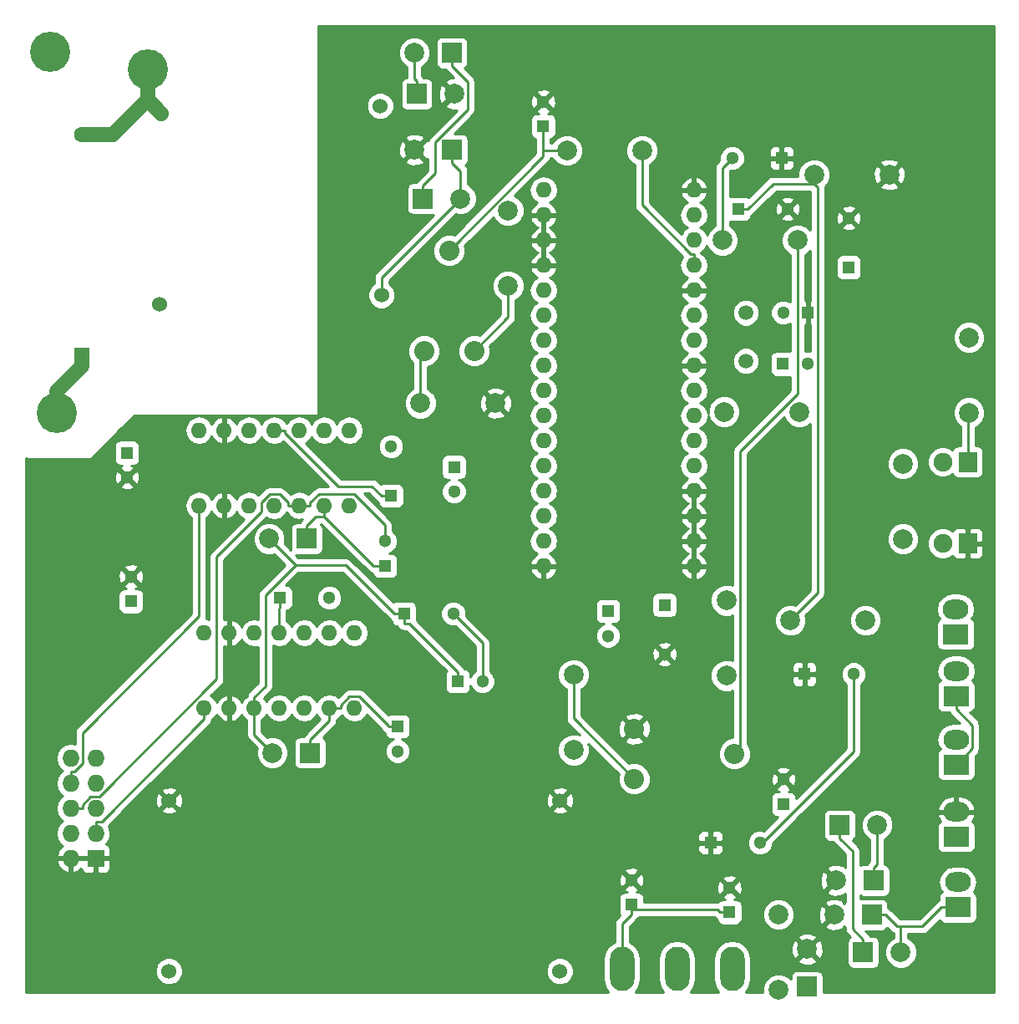
<source format=gbl>
G04 #@! TF.FileFunction,Copper,L2,Bot,Signal*
%FSLAX46Y46*%
G04 Gerber Fmt 4.6, Leading zero omitted, Abs format (unit mm)*
G04 Created by KiCad (PCBNEW 4.0.3+e1-6302~38~ubuntu14.04.1-stable) date Sun Sep  4 17:25:44 2016*
%MOMM*%
%LPD*%
G01*
G04 APERTURE LIST*
%ADD10C,0.100000*%
%ADD11R,1.300000X1.300000*%
%ADD12C,1.300000*%
%ADD13C,1.998980*%
%ADD14R,1.998980X1.998980*%
%ADD15R,1.900000X2.000000*%
%ADD16C,1.900000*%
%ADD17R,1.727200X1.727200*%
%ADD18O,1.727200X1.727200*%
%ADD19R,2.600000X2.000000*%
%ADD20O,2.600000X2.000000*%
%ADD21C,4.064000*%
%ADD22O,2.499360X4.500880*%
%ADD23C,1.524000*%
%ADD24O,1.600000X1.600000*%
%ADD25C,2.032000*%
%ADD26C,1.501140*%
%ADD27R,1.600000X1.600000*%
%ADD28C,1.600000*%
%ADD29C,0.250000*%
%ADD30C,1.500000*%
%ADD31C,0.254000*%
G04 APERTURE END LIST*
D10*
D11*
X85610700Y-109880000D03*
D12*
X85610700Y-107380000D03*
D11*
X146291000Y-141376000D03*
D12*
X146291000Y-138876000D03*
D11*
X144361000Y-134341000D03*
D12*
X149361000Y-134341000D03*
D11*
X118745000Y-117983000D03*
D12*
X121245000Y-117983000D03*
D11*
X153886000Y-117259000D03*
D12*
X158886000Y-117259000D03*
D11*
X112649000Y-122555000D03*
D12*
X112649000Y-125055000D03*
D11*
X111379000Y-106299000D03*
D12*
X111379000Y-103799000D03*
D11*
X113284000Y-111125000D03*
D12*
X118284000Y-111125000D03*
X136347000Y-138114000D03*
D11*
X136347000Y-140614000D03*
X133985000Y-110871000D03*
D12*
X133985000Y-113371000D03*
D11*
X118364000Y-96266000D03*
D12*
X118364000Y-98766000D03*
D11*
X100724000Y-109525000D03*
D12*
X105724000Y-109525000D03*
D11*
X111989000Y-99187000D03*
D12*
X111989000Y-94187000D03*
D11*
X85217000Y-94830900D03*
D12*
X85217000Y-97330900D03*
D11*
X139700000Y-110236000D03*
D12*
X139700000Y-115236000D03*
D11*
X147180000Y-70142100D03*
D12*
X152180000Y-70142100D03*
D11*
X151562000Y-64998600D03*
D12*
X146562000Y-64998600D03*
D11*
X151676000Y-85839300D03*
D12*
X154176000Y-85839300D03*
D11*
X154229000Y-80632300D03*
D12*
X151729000Y-80632300D03*
D11*
X158369000Y-76047600D03*
D12*
X158369000Y-71047600D03*
D11*
X151752000Y-130416000D03*
D12*
X151752000Y-127916000D03*
D11*
X127406000Y-61772800D03*
D12*
X127406000Y-59272800D03*
D13*
X99949000Y-125222000D03*
D14*
X103759000Y-125222000D03*
D13*
X99619000Y-103543000D03*
D14*
X103429000Y-103543000D03*
D13*
X154153000Y-145110000D03*
D14*
X154153000Y-148920000D03*
D15*
X170434000Y-95758000D03*
D16*
X167894000Y-95758000D03*
D13*
X163652000Y-145440000D03*
D14*
X159842000Y-145440000D03*
D13*
X156921000Y-141618000D03*
D14*
X160731000Y-141618000D03*
D13*
X157099000Y-138151000D03*
D14*
X160909000Y-138151000D03*
D13*
X161252000Y-132550000D03*
D14*
X157442000Y-132550000D03*
D13*
X119024000Y-69088000D03*
D14*
X115214000Y-69088000D03*
D13*
X114338000Y-54317900D03*
D14*
X118148000Y-54317900D03*
D13*
X114376000Y-64147700D03*
D14*
X118186000Y-64147700D03*
D13*
X118402000Y-58496200D03*
D14*
X114592000Y-58496200D03*
D15*
X170434000Y-104013000D03*
D16*
X167894000Y-104013000D03*
D17*
X82054700Y-135928000D03*
D18*
X79514700Y-135928000D03*
X82054700Y-133388000D03*
X79514700Y-133388000D03*
X82054700Y-130848000D03*
X79514700Y-130848000D03*
X82054700Y-128308000D03*
X79514700Y-128308000D03*
X82054700Y-125768000D03*
X79514700Y-125768000D03*
D19*
X169215000Y-113208000D03*
D20*
X169215000Y-110668000D03*
D19*
X169266000Y-126416000D03*
D20*
X169266000Y-123876000D03*
D19*
X169266000Y-119482000D03*
D20*
X169266000Y-116942000D03*
D19*
X169418000Y-140868000D03*
D20*
X169418000Y-138328000D03*
D21*
X78105000Y-90805000D03*
X87287100Y-56007000D03*
D19*
X169266000Y-133731000D03*
D20*
X169266000Y-131191000D03*
D22*
X140970000Y-147142000D03*
X146558000Y-147142000D03*
X135382000Y-147142000D03*
D13*
X151257000Y-141605000D03*
X151257000Y-149225000D03*
X170548000Y-83146900D03*
X170548000Y-90766900D03*
X145732000Y-90678000D03*
X153352000Y-90678000D03*
X154864000Y-66675000D03*
X162484000Y-66675000D03*
X160045000Y-111811000D03*
X152425000Y-111811000D03*
X153162000Y-73317100D03*
X145542000Y-73317100D03*
X122580000Y-89814400D03*
X114960000Y-89814400D03*
X130480000Y-124943000D03*
X130480000Y-117323000D03*
X137414000Y-64211200D03*
X129794000Y-64211200D03*
X123838000Y-70319900D03*
X123838000Y-77939900D03*
X163868000Y-95935800D03*
X163868000Y-103555800D03*
X145974000Y-109792000D03*
X145974000Y-117412000D03*
D23*
X110871000Y-59690000D03*
X110998000Y-78867000D03*
X88646000Y-60452000D03*
X88519000Y-79756000D03*
D24*
X93027500Y-120701000D03*
X95567500Y-120701000D03*
X98107500Y-120701000D03*
X100647500Y-120701000D03*
X103187500Y-120701000D03*
X105727500Y-120701000D03*
X108267500Y-120701000D03*
X108267500Y-113081000D03*
X105727500Y-113081000D03*
X103187500Y-113081000D03*
X100647500Y-113081000D03*
X98107500Y-113081000D03*
X95567500Y-113081000D03*
X93027500Y-113081000D03*
X92506800Y-100178000D03*
X95046800Y-100178000D03*
X97586800Y-100178000D03*
X100126800Y-100178000D03*
X102666800Y-100178000D03*
X105206800Y-100178000D03*
X107746800Y-100178000D03*
X107746800Y-92558000D03*
X105206800Y-92558000D03*
X102666800Y-92558000D03*
X100126800Y-92558000D03*
X97586800Y-92558000D03*
X95046800Y-92558000D03*
X92506800Y-92558000D03*
X142672000Y-106324000D03*
X142672000Y-103784000D03*
X142672000Y-101244000D03*
X142672000Y-98704000D03*
X142672000Y-96164000D03*
X142672000Y-93624000D03*
X142672000Y-91084000D03*
X142672000Y-88544000D03*
X142672000Y-86004000D03*
X142672000Y-83464000D03*
X142672000Y-80924000D03*
X142672000Y-78384000D03*
X142672000Y-75844000D03*
X142672000Y-73304000D03*
X142672000Y-70764000D03*
X142672000Y-68224000D03*
X127432000Y-68224000D03*
X127432000Y-70764000D03*
X127432000Y-73304000D03*
X127432000Y-75844000D03*
X127432000Y-78384000D03*
X127432000Y-80924000D03*
X127432000Y-83464000D03*
X127432000Y-86004000D03*
X127432000Y-88544000D03*
X127432000Y-91084000D03*
X127432000Y-93624000D03*
X127432000Y-96164000D03*
X127432000Y-98704000D03*
X127432000Y-101244000D03*
X127432000Y-103784000D03*
X127432000Y-106324000D03*
D25*
X115316000Y-84531200D03*
X117856000Y-74371200D03*
X120396000Y-84531200D03*
D26*
X147942000Y-80655160D03*
X147942000Y-85537040D03*
D27*
X80619600Y-84937600D03*
D28*
X80619600Y-62585600D03*
D23*
X129083000Y-147345000D03*
X129083000Y-130073000D03*
X89459000Y-130073000D03*
X89459000Y-147345000D03*
D25*
X136632000Y-122799000D03*
X146792000Y-125339000D03*
X136632000Y-127879000D03*
D21*
X77434440Y-54229000D03*
X78105000Y-146039840D03*
X169092880Y-145790920D03*
X168910000Y-55118000D03*
D29*
X98107500Y-123380500D02*
X99949000Y-125222000D01*
X98107500Y-120701000D02*
X98107500Y-123380500D01*
X135382000Y-142554300D02*
X136347000Y-141589300D01*
X135382000Y-147142000D02*
X135382000Y-142554300D01*
X113284000Y-111125000D02*
X112308700Y-111125000D01*
X113837600Y-112100300D02*
X113284000Y-112100300D01*
X118745000Y-117007700D02*
X113837600Y-112100300D01*
X118745000Y-117983000D02*
X118745000Y-117007700D01*
X113284000Y-111125000D02*
X113284000Y-112100300D01*
X98107500Y-120701000D02*
X98107500Y-119575700D01*
X99232800Y-118450400D02*
X98107500Y-119575700D01*
X99232800Y-109249400D02*
X99232800Y-118450400D01*
X102279100Y-106203100D02*
X99232800Y-109249400D01*
X107386800Y-106203100D02*
X102279100Y-106203100D01*
X112308700Y-111125000D02*
X107386800Y-106203100D01*
X102279100Y-106203100D02*
X99619000Y-103543000D01*
X136347000Y-140614000D02*
X136347000Y-141101600D01*
X136347000Y-141101600D02*
X136347000Y-141589300D01*
X145041300Y-141101600D02*
X145315700Y-141376000D01*
X136347000Y-141101600D02*
X145041300Y-141101600D01*
X146291000Y-141376000D02*
X145315700Y-141376000D01*
X149604600Y-134341000D02*
X149361000Y-134341000D01*
X158886000Y-125059600D02*
X149604600Y-134341000D01*
X158886000Y-117259000D02*
X158886000Y-125059600D01*
X103759000Y-125222000D02*
X103759000Y-123897200D01*
X105727500Y-121928700D02*
X105727500Y-120701000D01*
X103759000Y-123897200D02*
X105727500Y-121928700D01*
X111673700Y-122433100D02*
X111673700Y-122555000D01*
X108770700Y-119530100D02*
X111673700Y-122433100D01*
X107742400Y-119530100D02*
X108770700Y-119530100D01*
X106852800Y-120419700D02*
X107742400Y-119530100D01*
X106852800Y-120701000D02*
X106852800Y-120419700D01*
X105727500Y-120701000D02*
X106852800Y-120701000D01*
X112649000Y-122555000D02*
X111673700Y-122555000D01*
X104343900Y-101303300D02*
X103429000Y-102218200D01*
X105206800Y-101303300D02*
X104343900Y-101303300D01*
X103429000Y-103543000D02*
X103429000Y-102218200D01*
X105206800Y-100178000D02*
X105206800Y-101190700D01*
X105206800Y-101190700D02*
X105206800Y-101303300D01*
X110202500Y-106299000D02*
X111379000Y-106299000D01*
X105206800Y-101303300D02*
X110202500Y-106299000D01*
X111379000Y-102180400D02*
X111379000Y-103799000D01*
X108211100Y-99012500D02*
X111379000Y-102180400D01*
X104676300Y-99012500D02*
X108211100Y-99012500D01*
X103792100Y-99896700D02*
X104676300Y-99012500D01*
X103792100Y-100178000D02*
X103792100Y-99896700D01*
X103229500Y-100178000D02*
X103792100Y-100178000D01*
X103229500Y-100178000D02*
X102666800Y-100178000D01*
X80703600Y-130476400D02*
X80703600Y-130848000D01*
X81520900Y-129659100D02*
X80703600Y-130476400D01*
X82385100Y-129659100D02*
X81520900Y-129659100D01*
X94297500Y-117746700D02*
X82385100Y-129659100D01*
X94297500Y-105389200D02*
X94297500Y-117746700D01*
X98856800Y-100829900D02*
X94297500Y-105389200D01*
X98856800Y-99834000D02*
X98856800Y-100829900D01*
X99650000Y-99040800D02*
X98856800Y-99834000D01*
X100685600Y-99040800D02*
X99650000Y-99040800D01*
X101541500Y-99896700D02*
X100685600Y-99040800D01*
X101541500Y-100178000D02*
X101541500Y-99896700D01*
X102666800Y-100178000D02*
X101541500Y-100178000D01*
X79514700Y-130848000D02*
X80703600Y-130848000D01*
X100647500Y-110576800D02*
X100724000Y-110500300D01*
X100647500Y-113081000D02*
X100647500Y-110576800D01*
X100724000Y-109525000D02*
X100724000Y-110500300D01*
X110038400Y-98211700D02*
X111013700Y-99187000D01*
X106624400Y-98211700D02*
X110038400Y-98211700D01*
X101252100Y-92839400D02*
X106624400Y-98211700D01*
X101252100Y-92558000D02*
X101252100Y-92839400D01*
X100126800Y-92558000D02*
X101252100Y-92558000D01*
X111989000Y-99187000D02*
X111013700Y-99187000D01*
X154864000Y-66675000D02*
X154864000Y-67570400D01*
X150727000Y-67570400D02*
X154864000Y-67570400D01*
X148155300Y-70142100D02*
X150727000Y-67570400D01*
X155207500Y-109028500D02*
X152425000Y-111811000D01*
X155207500Y-67913900D02*
X155207500Y-109028500D01*
X154864000Y-67570400D02*
X155207500Y-67913900D01*
X147180000Y-70142100D02*
X148155300Y-70142100D01*
X145542000Y-66018600D02*
X146562000Y-64998600D01*
X145542000Y-73317100D02*
X145542000Y-66018600D01*
X137414000Y-69742000D02*
X137414000Y-64211200D01*
X142390700Y-74718700D02*
X137414000Y-69742000D01*
X142672000Y-74718700D02*
X142390700Y-74718700D01*
X142672000Y-75844000D02*
X142672000Y-74718700D01*
X158766800Y-143040000D02*
X159842000Y-144115200D01*
X158766800Y-135199600D02*
X158766800Y-143040000D01*
X157442000Y-133874800D02*
X158766800Y-135199600D01*
X157442000Y-132550000D02*
X157442000Y-133874800D01*
X159842000Y-145440000D02*
X159842000Y-144115200D01*
X127406000Y-64211200D02*
X129794000Y-64211200D01*
X127406000Y-64821200D02*
X127406000Y-64211200D01*
X117856000Y-74371200D02*
X127406000Y-64821200D01*
X127406000Y-64211200D02*
X127406000Y-61772800D01*
D30*
X78105000Y-88577500D02*
X78105000Y-90805000D01*
X80619600Y-84937600D02*
X80619600Y-86062900D01*
X80619600Y-86062900D02*
X78105000Y-88577500D01*
X83794600Y-62585600D02*
X87287100Y-59093100D01*
X80619600Y-62585600D02*
X83794600Y-62585600D01*
X88646000Y-60452000D02*
X87287100Y-59093100D01*
X87287100Y-59093100D02*
X87287100Y-56007000D01*
D29*
X170434000Y-90880900D02*
X170434000Y-95758000D01*
X170548000Y-90766900D02*
X170434000Y-90880900D01*
X169418000Y-140868000D02*
X167792700Y-140868000D01*
X160731000Y-141618000D02*
X162055800Y-141618000D01*
X163652000Y-142819800D02*
X163652000Y-145440000D01*
X165840900Y-142819800D02*
X163652000Y-142819800D01*
X167792700Y-140868000D02*
X165840900Y-142819800D01*
X163257600Y-142819800D02*
X162055800Y-141618000D01*
X163652000Y-142819800D02*
X163257600Y-142819800D01*
X161252000Y-136483200D02*
X160909000Y-136826200D01*
X161252000Y-132550000D02*
X161252000Y-136483200D01*
X160909000Y-138151000D02*
X160909000Y-136826200D01*
X110998000Y-77114000D02*
X119024000Y-69088000D01*
X110998000Y-78867000D02*
X110998000Y-77114000D01*
X119024000Y-66310500D02*
X119024000Y-69088000D01*
X118186000Y-65472500D02*
X119024000Y-66310500D01*
X118186000Y-64147700D02*
X118186000Y-65472500D01*
X116440400Y-66536800D02*
X115214000Y-67763200D01*
X116440400Y-63375500D02*
X116440400Y-66536800D01*
X119763900Y-60052000D02*
X116440400Y-63375500D01*
X119763900Y-57258600D02*
X119763900Y-60052000D01*
X118148000Y-55642700D02*
X119763900Y-57258600D01*
X118148000Y-54317900D02*
X118148000Y-55642700D01*
X115214000Y-69088000D02*
X115214000Y-67763200D01*
X114338000Y-56917400D02*
X114338000Y-54317900D01*
X114592000Y-57171400D02*
X114338000Y-56917400D01*
X114592000Y-58496200D02*
X114592000Y-57171400D01*
X82654700Y-132199100D02*
X82054700Y-132199100D01*
X93027500Y-121826300D02*
X82654700Y-132199100D01*
X82054700Y-133388000D02*
X82054700Y-132199100D01*
X93027500Y-120701000D02*
X93027500Y-121826300D01*
X79886300Y-127119100D02*
X79514700Y-127119100D01*
X80703600Y-126301800D02*
X79886300Y-127119100D01*
X80703600Y-123216500D02*
X80703600Y-126301800D01*
X92506800Y-111413300D02*
X80703600Y-123216500D01*
X92506800Y-100178000D02*
X92506800Y-111413300D01*
X79514700Y-128308000D02*
X79514700Y-127119100D01*
X170905500Y-124776500D02*
X169266000Y-126416000D01*
X170905500Y-122446800D02*
X170905500Y-124776500D01*
X169266000Y-120807300D02*
X170905500Y-122446800D01*
X169266000Y-119482000D02*
X169266000Y-120807300D01*
X153162000Y-88842500D02*
X153162000Y-73317100D01*
X147345600Y-94658900D02*
X153162000Y-88842500D01*
X147345600Y-124785400D02*
X147345600Y-94658900D01*
X146792000Y-125339000D02*
X147345600Y-124785400D01*
X114960000Y-84887200D02*
X114960000Y-89814400D01*
X115316000Y-84531200D02*
X114960000Y-84887200D01*
X130480000Y-121727000D02*
X130480000Y-117323000D01*
X136632000Y-127879000D02*
X130480000Y-121727000D01*
X123838000Y-81089200D02*
X123838000Y-77939900D01*
X120396000Y-84531200D02*
X123838000Y-81089200D01*
X121245000Y-114086000D02*
X121245000Y-117983000D01*
X118284000Y-111125000D02*
X121245000Y-114086000D01*
D31*
G36*
X173101000Y-149479000D02*
X155799930Y-149479000D01*
X155799930Y-147920510D01*
X155755652Y-147685193D01*
X155616580Y-147469069D01*
X155404380Y-147324079D01*
X155152490Y-147273070D01*
X153153510Y-147273070D01*
X152918193Y-147317348D01*
X152702069Y-147456420D01*
X152557079Y-147668620D01*
X152506070Y-147920510D01*
X152506070Y-148162713D01*
X152184073Y-147840154D01*
X151583547Y-147590794D01*
X150933306Y-147590226D01*
X150332345Y-147838538D01*
X149872154Y-148297927D01*
X149622794Y-148898453D01*
X149622287Y-149479000D01*
X147926056Y-149479000D01*
X148299217Y-148920525D01*
X148442680Y-148199289D01*
X148442680Y-146262163D01*
X153180443Y-146262163D01*
X153279042Y-146528965D01*
X153888582Y-146755401D01*
X154538377Y-146731341D01*
X155026958Y-146528965D01*
X155125557Y-146262163D01*
X154153000Y-145289605D01*
X153180443Y-146262163D01*
X148442680Y-146262163D01*
X148442680Y-146084711D01*
X148299217Y-145363475D01*
X147953173Y-144845582D01*
X152507599Y-144845582D01*
X152531659Y-145495377D01*
X152734035Y-145983958D01*
X153000837Y-146082557D01*
X153973395Y-145110000D01*
X154332605Y-145110000D01*
X155305163Y-146082557D01*
X155571965Y-145983958D01*
X155798401Y-145374418D01*
X155774341Y-144724623D01*
X155571965Y-144236042D01*
X155305163Y-144137443D01*
X154332605Y-145110000D01*
X153973395Y-145110000D01*
X153000837Y-144137443D01*
X152734035Y-144236042D01*
X152507599Y-144845582D01*
X147953173Y-144845582D01*
X147890670Y-144752041D01*
X147279236Y-144343494D01*
X146558000Y-144200031D01*
X145836764Y-144343494D01*
X145225330Y-144752041D01*
X144816783Y-145363475D01*
X144673320Y-146084711D01*
X144673320Y-148199289D01*
X144816783Y-148920525D01*
X145189944Y-149479000D01*
X142338056Y-149479000D01*
X142711217Y-148920525D01*
X142854680Y-148199289D01*
X142854680Y-146084711D01*
X142711217Y-145363475D01*
X142302670Y-144752041D01*
X141691236Y-144343494D01*
X140970000Y-144200031D01*
X140248764Y-144343494D01*
X139637330Y-144752041D01*
X139228783Y-145363475D01*
X139085320Y-146084711D01*
X139085320Y-148199289D01*
X139228783Y-148920525D01*
X139601944Y-149479000D01*
X136750056Y-149479000D01*
X137123217Y-148920525D01*
X137266680Y-148199289D01*
X137266680Y-146084711D01*
X137123217Y-145363475D01*
X136714670Y-144752041D01*
X136142000Y-144369395D01*
X136142000Y-143957837D01*
X153180443Y-143957837D01*
X154153000Y-144930395D01*
X155125557Y-143957837D01*
X155026958Y-143691035D01*
X154417418Y-143464599D01*
X153767623Y-143488659D01*
X153279042Y-143691035D01*
X153180443Y-143957837D01*
X136142000Y-143957837D01*
X136142000Y-142869102D01*
X136884401Y-142126701D01*
X137032725Y-141904718D01*
X137232317Y-141867162D01*
X137240961Y-141861600D01*
X144726498Y-141861600D01*
X144778299Y-141913401D01*
X145000282Y-142061726D01*
X145037838Y-142261317D01*
X145176910Y-142477441D01*
X145389110Y-142622431D01*
X145641000Y-142673440D01*
X146941000Y-142673440D01*
X147176317Y-142629162D01*
X147392441Y-142490090D01*
X147537431Y-142277890D01*
X147588440Y-142026000D01*
X147588440Y-141928694D01*
X149622226Y-141928694D01*
X149870538Y-142529655D01*
X150329927Y-142989846D01*
X150930453Y-143239206D01*
X151580694Y-143239774D01*
X152181655Y-142991462D01*
X152641846Y-142532073D01*
X152891206Y-141931547D01*
X152891710Y-141353582D01*
X155275599Y-141353582D01*
X155299659Y-142003377D01*
X155502035Y-142491958D01*
X155768837Y-142590557D01*
X156741395Y-141618000D01*
X155768837Y-140645443D01*
X155502035Y-140744042D01*
X155275599Y-141353582D01*
X152891710Y-141353582D01*
X152891774Y-141281306D01*
X152643462Y-140680345D01*
X152184073Y-140220154D01*
X151583547Y-139970794D01*
X150933306Y-139970226D01*
X150332345Y-140218538D01*
X149872154Y-140677927D01*
X149622794Y-141278453D01*
X149622226Y-141928694D01*
X147588440Y-141928694D01*
X147588440Y-140726000D01*
X147544162Y-140490683D01*
X147405090Y-140274559D01*
X147192890Y-140129569D01*
X146941000Y-140078560D01*
X146778615Y-140078560D01*
X146954729Y-140005611D01*
X147010410Y-139775016D01*
X146291000Y-139055605D01*
X145571590Y-139775016D01*
X145627271Y-140005611D01*
X145836902Y-140078560D01*
X145641000Y-140078560D01*
X145405683Y-140122838D01*
X145189559Y-140261910D01*
X145123885Y-140358027D01*
X145041300Y-140341600D01*
X137644440Y-140341600D01*
X137644440Y-139964000D01*
X137600162Y-139728683D01*
X137461090Y-139512559D01*
X137248890Y-139367569D01*
X136997000Y-139316560D01*
X136834615Y-139316560D01*
X137010729Y-139243611D01*
X137066410Y-139013016D01*
X136347000Y-138293605D01*
X135627590Y-139013016D01*
X135683271Y-139243611D01*
X135892902Y-139316560D01*
X135697000Y-139316560D01*
X135461683Y-139360838D01*
X135245559Y-139499910D01*
X135100569Y-139712110D01*
X135049560Y-139964000D01*
X135049560Y-141264000D01*
X135093838Y-141499317D01*
X135198904Y-141662594D01*
X134844599Y-142016899D01*
X134679852Y-142263461D01*
X134622000Y-142554300D01*
X134622000Y-144369395D01*
X134049330Y-144752041D01*
X133640783Y-145363475D01*
X133497320Y-146084711D01*
X133497320Y-148199289D01*
X133640783Y-148920525D01*
X134013944Y-149479000D01*
X74928800Y-149479000D01*
X74928800Y-147621661D01*
X88061758Y-147621661D01*
X88273990Y-148135303D01*
X88666630Y-148528629D01*
X89179900Y-148741757D01*
X89735661Y-148742242D01*
X90249303Y-148530010D01*
X90642629Y-148137370D01*
X90855757Y-147624100D01*
X90855759Y-147621661D01*
X127685758Y-147621661D01*
X127897990Y-148135303D01*
X128290630Y-148528629D01*
X128803900Y-148741757D01*
X129359661Y-148742242D01*
X129873303Y-148530010D01*
X130266629Y-148137370D01*
X130479757Y-147624100D01*
X130480242Y-147068339D01*
X130268010Y-146554697D01*
X129875370Y-146161371D01*
X129362100Y-145948243D01*
X128806339Y-145947758D01*
X128292697Y-146159990D01*
X127899371Y-146552630D01*
X127686243Y-147065900D01*
X127685758Y-147621661D01*
X90855759Y-147621661D01*
X90856242Y-147068339D01*
X90644010Y-146554697D01*
X90251370Y-146161371D01*
X89738100Y-145948243D01*
X89182339Y-145947758D01*
X88668697Y-146159990D01*
X88275371Y-146552630D01*
X88062243Y-147065900D01*
X88061758Y-147621661D01*
X74928800Y-147621661D01*
X74928800Y-137933078D01*
X135049378Y-137933078D01*
X135078917Y-138443428D01*
X135217389Y-138777729D01*
X135447984Y-138833410D01*
X136167395Y-138114000D01*
X136526605Y-138114000D01*
X137246016Y-138833410D01*
X137476611Y-138777729D01*
X137505372Y-138695078D01*
X144993378Y-138695078D01*
X145022917Y-139205428D01*
X145161389Y-139539729D01*
X145391984Y-139595410D01*
X146111395Y-138876000D01*
X146470605Y-138876000D01*
X147190016Y-139595410D01*
X147420611Y-139539729D01*
X147588622Y-139056922D01*
X147559083Y-138546572D01*
X147420611Y-138212271D01*
X147190016Y-138156590D01*
X146470605Y-138876000D01*
X146111395Y-138876000D01*
X145391984Y-138156590D01*
X145161389Y-138212271D01*
X144993378Y-138695078D01*
X137505372Y-138695078D01*
X137644622Y-138294922D01*
X137626220Y-137976984D01*
X145571590Y-137976984D01*
X146291000Y-138696395D01*
X147010410Y-137976984D01*
X146988581Y-137886582D01*
X155453599Y-137886582D01*
X155477659Y-138536377D01*
X155680035Y-139024958D01*
X155946837Y-139123557D01*
X156919395Y-138151000D01*
X155946837Y-137178443D01*
X155680035Y-137277042D01*
X155453599Y-137886582D01*
X146988581Y-137886582D01*
X146954729Y-137746389D01*
X146471922Y-137578378D01*
X145961572Y-137607917D01*
X145627271Y-137746389D01*
X145571590Y-137976984D01*
X137626220Y-137976984D01*
X137615083Y-137784572D01*
X137476611Y-137450271D01*
X137246016Y-137394590D01*
X136526605Y-138114000D01*
X136167395Y-138114000D01*
X135447984Y-137394590D01*
X135217389Y-137450271D01*
X135049378Y-137933078D01*
X74928800Y-137933078D01*
X74928800Y-136287027D01*
X78059732Y-136287027D01*
X78307879Y-136816490D01*
X78739753Y-137210688D01*
X79155674Y-137382958D01*
X79387700Y-137261817D01*
X79387700Y-136055000D01*
X79641700Y-136055000D01*
X79641700Y-137261817D01*
X79873726Y-137382958D01*
X80289647Y-137210688D01*
X80571000Y-136953880D01*
X80652773Y-137151298D01*
X80831401Y-137329927D01*
X81064790Y-137426600D01*
X81768950Y-137426600D01*
X81927700Y-137267850D01*
X81927700Y-136055000D01*
X82181700Y-136055000D01*
X82181700Y-137267850D01*
X82340450Y-137426600D01*
X83044610Y-137426600D01*
X83277999Y-137329927D01*
X83392941Y-137214984D01*
X135627590Y-137214984D01*
X136347000Y-137934395D01*
X137066410Y-137214984D01*
X137010729Y-136984389D01*
X136527922Y-136816378D01*
X136017572Y-136845917D01*
X135683271Y-136984389D01*
X135627590Y-137214984D01*
X83392941Y-137214984D01*
X83456627Y-137151298D01*
X83553300Y-136917909D01*
X83553300Y-136213750D01*
X83394550Y-136055000D01*
X82181700Y-136055000D01*
X81927700Y-136055000D01*
X79641700Y-136055000D01*
X79387700Y-136055000D01*
X78180231Y-136055000D01*
X78059732Y-136287027D01*
X74928800Y-136287027D01*
X74928800Y-125738641D01*
X78016100Y-125738641D01*
X78016100Y-125797359D01*
X78130174Y-126370848D01*
X78455030Y-126857029D01*
X78725872Y-127038000D01*
X78455030Y-127218971D01*
X78130174Y-127705152D01*
X78016100Y-128278641D01*
X78016100Y-128337359D01*
X78130174Y-128910848D01*
X78455030Y-129397029D01*
X78725872Y-129578000D01*
X78455030Y-129758971D01*
X78130174Y-130245152D01*
X78016100Y-130818641D01*
X78016100Y-130877359D01*
X78130174Y-131450848D01*
X78455030Y-131937029D01*
X78725872Y-132118000D01*
X78455030Y-132298971D01*
X78130174Y-132785152D01*
X78016100Y-133358641D01*
X78016100Y-133417359D01*
X78130174Y-133990848D01*
X78455030Y-134477029D01*
X78725861Y-134657992D01*
X78307879Y-135039510D01*
X78059732Y-135568973D01*
X78180231Y-135801000D01*
X79387700Y-135801000D01*
X79387700Y-135781000D01*
X79641700Y-135781000D01*
X79641700Y-135801000D01*
X81927700Y-135801000D01*
X81927700Y-135781000D01*
X82181700Y-135781000D01*
X82181700Y-135801000D01*
X83394550Y-135801000D01*
X83553300Y-135642250D01*
X83553300Y-134938091D01*
X83456627Y-134704702D01*
X83378676Y-134626750D01*
X143076000Y-134626750D01*
X143076000Y-135117310D01*
X143172673Y-135350699D01*
X143351302Y-135529327D01*
X143584691Y-135626000D01*
X144075250Y-135626000D01*
X144234000Y-135467250D01*
X144234000Y-134468000D01*
X144488000Y-134468000D01*
X144488000Y-135467250D01*
X144646750Y-135626000D01*
X145137309Y-135626000D01*
X145370698Y-135529327D01*
X145549327Y-135350699D01*
X145646000Y-135117310D01*
X145646000Y-134626750D01*
X145614731Y-134595481D01*
X148075777Y-134595481D01*
X148270995Y-135067943D01*
X148632155Y-135429735D01*
X149104276Y-135625777D01*
X149615481Y-135626223D01*
X150087943Y-135431005D01*
X150449735Y-135069845D01*
X150645777Y-134597724D01*
X150645972Y-134374430D01*
X153469892Y-131550510D01*
X155795070Y-131550510D01*
X155795070Y-133549490D01*
X155839348Y-133784807D01*
X155978420Y-134000931D01*
X156190620Y-134145921D01*
X156442510Y-134196930D01*
X156760760Y-134196930D01*
X156904599Y-134412201D01*
X158006800Y-135514402D01*
X158006800Y-136823609D01*
X157972958Y-136732035D01*
X157363418Y-136505599D01*
X156713623Y-136529659D01*
X156225042Y-136732035D01*
X156126443Y-136998837D01*
X157099000Y-137971395D01*
X157113142Y-137957252D01*
X157292748Y-138136858D01*
X157278605Y-138151000D01*
X157292748Y-138165142D01*
X157113142Y-138344748D01*
X157099000Y-138330605D01*
X156126443Y-139303163D01*
X156225042Y-139569965D01*
X156834582Y-139796401D01*
X157484377Y-139772341D01*
X157972958Y-139569965D01*
X158006800Y-139478391D01*
X158006800Y-140352592D01*
X157893556Y-140465836D01*
X157794958Y-140199035D01*
X157185418Y-139972599D01*
X156535623Y-139996659D01*
X156047042Y-140199035D01*
X155948443Y-140465837D01*
X156921000Y-141438395D01*
X156935142Y-141424252D01*
X157114748Y-141603858D01*
X157100605Y-141618000D01*
X157114748Y-141632142D01*
X156935142Y-141811748D01*
X156921000Y-141797605D01*
X155948443Y-142770163D01*
X156047042Y-143036965D01*
X156656582Y-143263401D01*
X157306377Y-143239341D01*
X157794958Y-143036965D01*
X157893556Y-142770164D01*
X158006800Y-142883408D01*
X158006800Y-143040000D01*
X158064652Y-143330839D01*
X158229399Y-143577401D01*
X158535487Y-143883489D01*
X158391069Y-143976420D01*
X158246079Y-144188620D01*
X158195070Y-144440510D01*
X158195070Y-146439490D01*
X158239348Y-146674807D01*
X158378420Y-146890931D01*
X158590620Y-147035921D01*
X158842510Y-147086930D01*
X160841490Y-147086930D01*
X161076807Y-147042652D01*
X161292931Y-146903580D01*
X161437921Y-146691380D01*
X161488930Y-146439490D01*
X161488930Y-144440510D01*
X161444652Y-144205193D01*
X161305580Y-143989069D01*
X161093380Y-143844079D01*
X160841490Y-143793070D01*
X160523241Y-143793070D01*
X160379401Y-143577799D01*
X160066532Y-143264930D01*
X161730490Y-143264930D01*
X161965807Y-143220652D01*
X162181931Y-143081580D01*
X162288544Y-142925546D01*
X162720199Y-143357201D01*
X162892000Y-143471994D01*
X162892000Y-143985504D01*
X162727345Y-144053538D01*
X162267154Y-144512927D01*
X162017794Y-145113453D01*
X162017226Y-145763694D01*
X162265538Y-146364655D01*
X162724927Y-146824846D01*
X163325453Y-147074206D01*
X163975694Y-147074774D01*
X164576655Y-146826462D01*
X165036846Y-146367073D01*
X165286206Y-145766547D01*
X165286774Y-145116306D01*
X165038462Y-144515345D01*
X164579073Y-144055154D01*
X164412000Y-143985779D01*
X164412000Y-143579800D01*
X165840900Y-143579800D01*
X166131739Y-143521948D01*
X166378301Y-143357201D01*
X167560784Y-142174718D01*
X167653910Y-142319441D01*
X167866110Y-142464431D01*
X168118000Y-142515440D01*
X170718000Y-142515440D01*
X170953317Y-142471162D01*
X171169441Y-142332090D01*
X171314431Y-142119890D01*
X171365440Y-141868000D01*
X171365440Y-139868000D01*
X171321162Y-139632683D01*
X171182090Y-139416559D01*
X171027671Y-139311049D01*
X171266452Y-138953687D01*
X171390909Y-138328000D01*
X171266452Y-137702313D01*
X170912029Y-137171880D01*
X170381596Y-136817457D01*
X169755909Y-136693000D01*
X169080091Y-136693000D01*
X168454404Y-136817457D01*
X167923971Y-137171880D01*
X167569548Y-137702313D01*
X167445091Y-138328000D01*
X167569548Y-138953687D01*
X167809093Y-139312192D01*
X167666559Y-139403910D01*
X167521569Y-139616110D01*
X167470560Y-139868000D01*
X167470560Y-140186767D01*
X167255299Y-140330599D01*
X165526098Y-142059800D01*
X163572402Y-142059800D01*
X162593201Y-141080599D01*
X162377930Y-140936760D01*
X162377930Y-140618510D01*
X162333652Y-140383193D01*
X162194580Y-140167069D01*
X161982380Y-140022079D01*
X161730490Y-139971070D01*
X159731510Y-139971070D01*
X159526800Y-140009589D01*
X159526800Y-139657536D01*
X159657620Y-139746921D01*
X159909510Y-139797930D01*
X161908490Y-139797930D01*
X162143807Y-139753652D01*
X162359931Y-139614580D01*
X162504921Y-139402380D01*
X162555930Y-139150490D01*
X162555930Y-137151510D01*
X162511652Y-136916193D01*
X162372580Y-136700069D01*
X162160380Y-136555079D01*
X162004001Y-136523412D01*
X162012000Y-136483200D01*
X162012000Y-134004496D01*
X162176655Y-133936462D01*
X162636846Y-133477073D01*
X162886206Y-132876547D01*
X162886333Y-132731000D01*
X167318560Y-132731000D01*
X167318560Y-134731000D01*
X167362838Y-134966317D01*
X167501910Y-135182441D01*
X167714110Y-135327431D01*
X167966000Y-135378440D01*
X170566000Y-135378440D01*
X170801317Y-135334162D01*
X171017441Y-135195090D01*
X171162431Y-134982890D01*
X171213440Y-134731000D01*
X171213440Y-132731000D01*
X171169162Y-132495683D01*
X171030090Y-132279559D01*
X170863380Y-132165651D01*
X171125144Y-131699355D01*
X171156124Y-131571434D01*
X171036777Y-131318000D01*
X169393000Y-131318000D01*
X169393000Y-131338000D01*
X169139000Y-131338000D01*
X169139000Y-131318000D01*
X167495223Y-131318000D01*
X167375876Y-131571434D01*
X167406856Y-131699355D01*
X167669495Y-132167211D01*
X167514559Y-132266910D01*
X167369569Y-132479110D01*
X167318560Y-132731000D01*
X162886333Y-132731000D01*
X162886774Y-132226306D01*
X162638462Y-131625345D01*
X162179073Y-131165154D01*
X161578547Y-130915794D01*
X160928306Y-130915226D01*
X160327345Y-131163538D01*
X159867154Y-131622927D01*
X159617794Y-132223453D01*
X159617226Y-132873694D01*
X159865538Y-133474655D01*
X160324927Y-133934846D01*
X160492000Y-134004221D01*
X160492000Y-136168398D01*
X160371599Y-136288799D01*
X160227760Y-136504070D01*
X159909510Y-136504070D01*
X159674193Y-136548348D01*
X159526800Y-136643193D01*
X159526800Y-135199600D01*
X159468948Y-134908761D01*
X159304201Y-134662199D01*
X158748513Y-134106511D01*
X158892931Y-134013580D01*
X159037921Y-133801380D01*
X159088930Y-133549490D01*
X159088930Y-131550510D01*
X159044652Y-131315193D01*
X158905580Y-131099069D01*
X158693380Y-130954079D01*
X158441490Y-130903070D01*
X156442510Y-130903070D01*
X156207193Y-130947348D01*
X155991069Y-131086420D01*
X155846079Y-131298620D01*
X155795070Y-131550510D01*
X153469892Y-131550510D01*
X154209836Y-130810566D01*
X167375876Y-130810566D01*
X167495223Y-131064000D01*
X169139000Y-131064000D01*
X169139000Y-129556000D01*
X169393000Y-129556000D01*
X169393000Y-131064000D01*
X171036777Y-131064000D01*
X171156124Y-130810566D01*
X171125144Y-130682645D01*
X170811922Y-130124683D01*
X170309020Y-129729058D01*
X169693000Y-129556000D01*
X169393000Y-129556000D01*
X169139000Y-129556000D01*
X168839000Y-129556000D01*
X168222980Y-129729058D01*
X167720078Y-130124683D01*
X167406856Y-130682645D01*
X167375876Y-130810566D01*
X154209836Y-130810566D01*
X159423401Y-125597001D01*
X159588148Y-125350439D01*
X159646000Y-125059600D01*
X159646000Y-118316006D01*
X159974735Y-117987845D01*
X160170777Y-117515724D01*
X160171223Y-117004519D01*
X160145391Y-116942000D01*
X167293091Y-116942000D01*
X167417548Y-117567687D01*
X167657093Y-117926192D01*
X167514559Y-118017910D01*
X167369569Y-118230110D01*
X167318560Y-118482000D01*
X167318560Y-120482000D01*
X167362838Y-120717317D01*
X167501910Y-120933441D01*
X167714110Y-121078431D01*
X167966000Y-121129440D01*
X168584767Y-121129440D01*
X168728599Y-121344701D01*
X169630110Y-122246212D01*
X169603909Y-122241000D01*
X168928091Y-122241000D01*
X168302404Y-122365457D01*
X167771971Y-122719880D01*
X167417548Y-123250313D01*
X167293091Y-123876000D01*
X167417548Y-124501687D01*
X167657093Y-124860192D01*
X167514559Y-124951910D01*
X167369569Y-125164110D01*
X167318560Y-125416000D01*
X167318560Y-127416000D01*
X167362838Y-127651317D01*
X167501910Y-127867441D01*
X167714110Y-128012431D01*
X167966000Y-128063440D01*
X170566000Y-128063440D01*
X170801317Y-128019162D01*
X171017441Y-127880090D01*
X171162431Y-127667890D01*
X171213440Y-127416000D01*
X171213440Y-125543362D01*
X171442901Y-125313901D01*
X171607648Y-125067339D01*
X171665500Y-124776500D01*
X171665500Y-122446800D01*
X171607648Y-122155961D01*
X171442901Y-121909399D01*
X170647590Y-121114088D01*
X170801317Y-121085162D01*
X171017441Y-120946090D01*
X171162431Y-120733890D01*
X171213440Y-120482000D01*
X171213440Y-118482000D01*
X171169162Y-118246683D01*
X171030090Y-118030559D01*
X170875671Y-117925049D01*
X171114452Y-117567687D01*
X171238909Y-116942000D01*
X171114452Y-116316313D01*
X170760029Y-115785880D01*
X170229596Y-115431457D01*
X169603909Y-115307000D01*
X168928091Y-115307000D01*
X168302404Y-115431457D01*
X167771971Y-115785880D01*
X167417548Y-116316313D01*
X167293091Y-116942000D01*
X160145391Y-116942000D01*
X159976005Y-116532057D01*
X159614845Y-116170265D01*
X159142724Y-115974223D01*
X158631519Y-115973777D01*
X158159057Y-116168995D01*
X157797265Y-116530155D01*
X157601223Y-117002276D01*
X157600777Y-117513481D01*
X157795995Y-117985943D01*
X158126000Y-118316525D01*
X158126000Y-124744798D01*
X153049440Y-129821358D01*
X153049440Y-129766000D01*
X153005162Y-129530683D01*
X152866090Y-129314559D01*
X152653890Y-129169569D01*
X152402000Y-129118560D01*
X152239615Y-129118560D01*
X152415729Y-129045611D01*
X152471410Y-128815016D01*
X151752000Y-128095605D01*
X151032590Y-128815016D01*
X151088271Y-129045611D01*
X151297902Y-129118560D01*
X151102000Y-129118560D01*
X150866683Y-129162838D01*
X150650559Y-129301910D01*
X150505569Y-129514110D01*
X150454560Y-129766000D01*
X150454560Y-131066000D01*
X150498838Y-131301317D01*
X150637910Y-131517441D01*
X150850110Y-131662431D01*
X151102000Y-131713440D01*
X151157358Y-131713440D01*
X149756818Y-133113980D01*
X149617724Y-133056223D01*
X149106519Y-133055777D01*
X148634057Y-133250995D01*
X148272265Y-133612155D01*
X148076223Y-134084276D01*
X148075777Y-134595481D01*
X145614731Y-134595481D01*
X145487250Y-134468000D01*
X144488000Y-134468000D01*
X144234000Y-134468000D01*
X143234750Y-134468000D01*
X143076000Y-134626750D01*
X83378676Y-134626750D01*
X83277999Y-134526073D01*
X83124174Y-134462356D01*
X83439226Y-133990848D01*
X83523994Y-133564690D01*
X143076000Y-133564690D01*
X143076000Y-134055250D01*
X143234750Y-134214000D01*
X144234000Y-134214000D01*
X144234000Y-133214750D01*
X144488000Y-133214750D01*
X144488000Y-134214000D01*
X145487250Y-134214000D01*
X145646000Y-134055250D01*
X145646000Y-133564690D01*
X145549327Y-133331301D01*
X145370698Y-133152673D01*
X145137309Y-133056000D01*
X144646750Y-133056000D01*
X144488000Y-133214750D01*
X144234000Y-133214750D01*
X144075250Y-133056000D01*
X143584691Y-133056000D01*
X143351302Y-133152673D01*
X143172673Y-133331301D01*
X143076000Y-133564690D01*
X83523994Y-133564690D01*
X83553300Y-133417359D01*
X83553300Y-133358641D01*
X83439226Y-132785152D01*
X83320755Y-132607847D01*
X84875389Y-131053213D01*
X88658392Y-131053213D01*
X88727857Y-131295397D01*
X89251302Y-131482144D01*
X89806368Y-131454362D01*
X90190143Y-131295397D01*
X90259608Y-131053213D01*
X128282392Y-131053213D01*
X128351857Y-131295397D01*
X128875302Y-131482144D01*
X129430368Y-131454362D01*
X129814143Y-131295397D01*
X129883608Y-131053213D01*
X129083000Y-130252605D01*
X128282392Y-131053213D01*
X90259608Y-131053213D01*
X89459000Y-130252605D01*
X88658392Y-131053213D01*
X84875389Y-131053213D01*
X86063300Y-129865302D01*
X88049856Y-129865302D01*
X88077638Y-130420368D01*
X88236603Y-130804143D01*
X88478787Y-130873608D01*
X89279395Y-130073000D01*
X89638605Y-130073000D01*
X90439213Y-130873608D01*
X90681397Y-130804143D01*
X90868144Y-130280698D01*
X90847353Y-129865302D01*
X127673856Y-129865302D01*
X127701638Y-130420368D01*
X127860603Y-130804143D01*
X128102787Y-130873608D01*
X128903395Y-130073000D01*
X129262605Y-130073000D01*
X130063213Y-130873608D01*
X130305397Y-130804143D01*
X130492144Y-130280698D01*
X130464362Y-129725632D01*
X130305397Y-129341857D01*
X130063213Y-129272392D01*
X129262605Y-130073000D01*
X128903395Y-130073000D01*
X128102787Y-129272392D01*
X127860603Y-129341857D01*
X127673856Y-129865302D01*
X90847353Y-129865302D01*
X90840362Y-129725632D01*
X90681397Y-129341857D01*
X90439213Y-129272392D01*
X89638605Y-130073000D01*
X89279395Y-130073000D01*
X88478787Y-129272392D01*
X88236603Y-129341857D01*
X88049856Y-129865302D01*
X86063300Y-129865302D01*
X86835815Y-129092787D01*
X88658392Y-129092787D01*
X89459000Y-129893395D01*
X90259608Y-129092787D01*
X128282392Y-129092787D01*
X129083000Y-129893395D01*
X129883608Y-129092787D01*
X129814143Y-128850603D01*
X129290698Y-128663856D01*
X128735632Y-128691638D01*
X128351857Y-128850603D01*
X128282392Y-129092787D01*
X90259608Y-129092787D01*
X90190143Y-128850603D01*
X89666698Y-128663856D01*
X89111632Y-128691638D01*
X88727857Y-128850603D01*
X88658392Y-129092787D01*
X86835815Y-129092787D01*
X93564901Y-122363701D01*
X93729648Y-122117140D01*
X93758734Y-121970915D01*
X93767382Y-121927437D01*
X94042198Y-121743811D01*
X94312486Y-121339297D01*
X94415111Y-121556134D01*
X94830077Y-121932041D01*
X95218461Y-122092904D01*
X95440500Y-121970915D01*
X95440500Y-120828000D01*
X95420500Y-120828000D01*
X95420500Y-120574000D01*
X95440500Y-120574000D01*
X95440500Y-119431085D01*
X95218461Y-119309096D01*
X94830077Y-119469959D01*
X94415111Y-119845866D01*
X94312486Y-120062703D01*
X94042198Y-119658189D01*
X93693683Y-119425319D01*
X94834901Y-118284101D01*
X94999648Y-118037539D01*
X95057500Y-117746700D01*
X95057500Y-114406236D01*
X95218461Y-114472904D01*
X95440500Y-114350915D01*
X95440500Y-113208000D01*
X95420500Y-113208000D01*
X95420500Y-112954000D01*
X95440500Y-112954000D01*
X95440500Y-111811085D01*
X95218461Y-111689096D01*
X95057500Y-111755764D01*
X95057500Y-105704002D01*
X99369022Y-101392480D01*
X99577649Y-101531880D01*
X100126800Y-101641113D01*
X100675951Y-101531880D01*
X101141498Y-101220811D01*
X101355224Y-100900947D01*
X101451121Y-100920022D01*
X101652102Y-101220811D01*
X102117649Y-101531880D01*
X102666800Y-101641113D01*
X102996957Y-101575441D01*
X102891599Y-101680799D01*
X102747760Y-101896070D01*
X102429510Y-101896070D01*
X102194193Y-101940348D01*
X101978069Y-102079420D01*
X101833079Y-102291620D01*
X101782070Y-102543510D01*
X101782070Y-104542490D01*
X101802646Y-104651844D01*
X101184885Y-104034083D01*
X101253206Y-103869547D01*
X101253774Y-103219306D01*
X101005462Y-102618345D01*
X100546073Y-102158154D01*
X99945547Y-101908794D01*
X99295306Y-101908226D01*
X98694345Y-102156538D01*
X98234154Y-102615927D01*
X97984794Y-103216453D01*
X97984226Y-103866694D01*
X98232538Y-104467655D01*
X98691927Y-104927846D01*
X99292453Y-105177206D01*
X99942694Y-105177774D01*
X100109888Y-105108691D01*
X101204298Y-106203100D01*
X98695399Y-108711999D01*
X98530652Y-108958561D01*
X98472800Y-109249400D01*
X98472800Y-111690550D01*
X98107500Y-111617887D01*
X97558349Y-111727120D01*
X97092802Y-112038189D01*
X96822514Y-112442703D01*
X96719889Y-112225866D01*
X96304923Y-111849959D01*
X95916539Y-111689096D01*
X95694500Y-111811085D01*
X95694500Y-112954000D01*
X95714500Y-112954000D01*
X95714500Y-113208000D01*
X95694500Y-113208000D01*
X95694500Y-114350915D01*
X95916539Y-114472904D01*
X96304923Y-114312041D01*
X96719889Y-113936134D01*
X96822514Y-113719297D01*
X97092802Y-114123811D01*
X97558349Y-114434880D01*
X98107500Y-114544113D01*
X98472800Y-114471450D01*
X98472800Y-118135598D01*
X97570099Y-119038299D01*
X97405352Y-119284861D01*
X97367618Y-119474563D01*
X97092802Y-119658189D01*
X96822514Y-120062703D01*
X96719889Y-119845866D01*
X96304923Y-119469959D01*
X95916539Y-119309096D01*
X95694500Y-119431085D01*
X95694500Y-120574000D01*
X95714500Y-120574000D01*
X95714500Y-120828000D01*
X95694500Y-120828000D01*
X95694500Y-121970915D01*
X95916539Y-122092904D01*
X96304923Y-121932041D01*
X96719889Y-121556134D01*
X96822514Y-121339297D01*
X97092802Y-121743811D01*
X97347500Y-121913995D01*
X97347500Y-123380500D01*
X97405352Y-123671339D01*
X97570099Y-123917901D01*
X98383115Y-124730917D01*
X98314794Y-124895453D01*
X98314226Y-125545694D01*
X98562538Y-126146655D01*
X99021927Y-126606846D01*
X99622453Y-126856206D01*
X100272694Y-126856774D01*
X100873655Y-126608462D01*
X101333846Y-126149073D01*
X101583206Y-125548547D01*
X101583774Y-124898306D01*
X101335462Y-124297345D01*
X100876073Y-123837154D01*
X100275547Y-123587794D01*
X99625306Y-123587226D01*
X99458111Y-123656309D01*
X98867500Y-123065698D01*
X98867500Y-121913995D01*
X99122198Y-121743811D01*
X99377500Y-121361725D01*
X99632802Y-121743811D01*
X100098349Y-122054880D01*
X100647500Y-122164113D01*
X101196651Y-122054880D01*
X101662198Y-121743811D01*
X101917500Y-121361725D01*
X102172802Y-121743811D01*
X102638349Y-122054880D01*
X103187500Y-122164113D01*
X103736651Y-122054880D01*
X104202198Y-121743811D01*
X104457500Y-121361725D01*
X104712802Y-121743811D01*
X104787605Y-121793793D01*
X103221599Y-123359799D01*
X103077760Y-123575070D01*
X102759510Y-123575070D01*
X102524193Y-123619348D01*
X102308069Y-123758420D01*
X102163079Y-123970620D01*
X102112070Y-124222510D01*
X102112070Y-126221490D01*
X102156348Y-126456807D01*
X102295420Y-126672931D01*
X102507620Y-126817921D01*
X102759510Y-126868930D01*
X104758490Y-126868930D01*
X104993807Y-126824652D01*
X105209931Y-126685580D01*
X105354921Y-126473380D01*
X105405930Y-126221490D01*
X105405930Y-124222510D01*
X105361652Y-123987193D01*
X105222580Y-123771069D01*
X105066546Y-123664456D01*
X106264901Y-122466101D01*
X106429648Y-122219540D01*
X106487500Y-121928700D01*
X106487500Y-121913995D01*
X106742198Y-121743811D01*
X106943179Y-121443022D01*
X107039076Y-121423947D01*
X107252802Y-121743811D01*
X107718349Y-122054880D01*
X108267500Y-122164113D01*
X108816651Y-122054880D01*
X109282198Y-121743811D01*
X109533504Y-121367706D01*
X110961599Y-122795801D01*
X110971552Y-122845839D01*
X111136299Y-123092401D01*
X111358282Y-123240725D01*
X111395838Y-123440317D01*
X111534910Y-123656441D01*
X111747110Y-123801431D01*
X111999000Y-123852440D01*
X112194460Y-123852440D01*
X111922057Y-123964995D01*
X111560265Y-124326155D01*
X111364223Y-124798276D01*
X111363777Y-125309481D01*
X111558995Y-125781943D01*
X111920155Y-126143735D01*
X112392276Y-126339777D01*
X112903481Y-126340223D01*
X113375943Y-126145005D01*
X113737735Y-125783845D01*
X113933777Y-125311724D01*
X113934223Y-124800519D01*
X113739005Y-124328057D01*
X113377845Y-123966265D01*
X113103724Y-123852440D01*
X113299000Y-123852440D01*
X113534317Y-123808162D01*
X113750441Y-123669090D01*
X113895431Y-123456890D01*
X113946440Y-123205000D01*
X113946440Y-121905000D01*
X113902162Y-121669683D01*
X113763090Y-121453559D01*
X113550890Y-121308569D01*
X113299000Y-121257560D01*
X111999000Y-121257560D01*
X111763683Y-121301838D01*
X111674578Y-121359176D01*
X109308101Y-118992699D01*
X109061539Y-118827952D01*
X108770700Y-118770100D01*
X107742400Y-118770100D01*
X107451560Y-118827952D01*
X107204999Y-118992699D01*
X106620695Y-119577003D01*
X106276651Y-119347120D01*
X105727500Y-119237887D01*
X105178349Y-119347120D01*
X104712802Y-119658189D01*
X104457500Y-120040275D01*
X104202198Y-119658189D01*
X103736651Y-119347120D01*
X103187500Y-119237887D01*
X102638349Y-119347120D01*
X102172802Y-119658189D01*
X101917500Y-120040275D01*
X101662198Y-119658189D01*
X101196651Y-119347120D01*
X100647500Y-119237887D01*
X100098349Y-119347120D01*
X99632802Y-119658189D01*
X99377500Y-120040275D01*
X99122198Y-119658189D01*
X99108779Y-119649223D01*
X99770201Y-118987801D01*
X99934948Y-118741239D01*
X99992800Y-118450400D01*
X99992800Y-114364354D01*
X100098349Y-114434880D01*
X100647500Y-114544113D01*
X101196651Y-114434880D01*
X101662198Y-114123811D01*
X101917500Y-113741725D01*
X102172802Y-114123811D01*
X102638349Y-114434880D01*
X103187500Y-114544113D01*
X103736651Y-114434880D01*
X104202198Y-114123811D01*
X104457500Y-113741725D01*
X104712802Y-114123811D01*
X105178349Y-114434880D01*
X105727500Y-114544113D01*
X106276651Y-114434880D01*
X106742198Y-114123811D01*
X106997500Y-113741725D01*
X107252802Y-114123811D01*
X107718349Y-114434880D01*
X108267500Y-114544113D01*
X108816651Y-114434880D01*
X109282198Y-114123811D01*
X109593267Y-113658264D01*
X109702500Y-113109113D01*
X109702500Y-113052887D01*
X109593267Y-112503736D01*
X109282198Y-112038189D01*
X108816651Y-111727120D01*
X108267500Y-111617887D01*
X107718349Y-111727120D01*
X107252802Y-112038189D01*
X106997500Y-112420275D01*
X106742198Y-112038189D01*
X106276651Y-111727120D01*
X105727500Y-111617887D01*
X105178349Y-111727120D01*
X104712802Y-112038189D01*
X104457500Y-112420275D01*
X104202198Y-112038189D01*
X103736651Y-111727120D01*
X103187500Y-111617887D01*
X102638349Y-111727120D01*
X102172802Y-112038189D01*
X101917500Y-112420275D01*
X101662198Y-112038189D01*
X101407500Y-111868005D01*
X101407500Y-110819049D01*
X101409726Y-110815718D01*
X101609317Y-110778162D01*
X101825441Y-110639090D01*
X101970431Y-110426890D01*
X102021440Y-110175000D01*
X102021440Y-109779481D01*
X104438777Y-109779481D01*
X104633995Y-110251943D01*
X104995155Y-110613735D01*
X105467276Y-110809777D01*
X105978481Y-110810223D01*
X106450943Y-110615005D01*
X106812735Y-110253845D01*
X107008777Y-109781724D01*
X107009223Y-109270519D01*
X106814005Y-108798057D01*
X106452845Y-108436265D01*
X105980724Y-108240223D01*
X105469519Y-108239777D01*
X104997057Y-108434995D01*
X104635265Y-108796155D01*
X104439223Y-109268276D01*
X104438777Y-109779481D01*
X102021440Y-109779481D01*
X102021440Y-108875000D01*
X101977162Y-108639683D01*
X101838090Y-108423559D01*
X101625890Y-108278569D01*
X101374000Y-108227560D01*
X101329442Y-108227560D01*
X102593902Y-106963100D01*
X107071998Y-106963100D01*
X111771299Y-111662401D01*
X111993282Y-111810725D01*
X112030838Y-112010317D01*
X112169910Y-112226441D01*
X112382110Y-112371431D01*
X112597879Y-112415125D01*
X112746599Y-112637701D01*
X112993161Y-112802448D01*
X113284000Y-112860300D01*
X113522798Y-112860300D01*
X117598035Y-116935537D01*
X117498569Y-117081110D01*
X117447560Y-117333000D01*
X117447560Y-118633000D01*
X117491838Y-118868317D01*
X117630910Y-119084441D01*
X117843110Y-119229431D01*
X118095000Y-119280440D01*
X119395000Y-119280440D01*
X119630317Y-119236162D01*
X119846441Y-119097090D01*
X119991431Y-118884890D01*
X120042440Y-118633000D01*
X120042440Y-118437540D01*
X120154995Y-118709943D01*
X120516155Y-119071735D01*
X120988276Y-119267777D01*
X121499481Y-119268223D01*
X121971943Y-119073005D01*
X122333735Y-118711845D01*
X122529777Y-118239724D01*
X122530223Y-117728519D01*
X122496414Y-117646694D01*
X128845226Y-117646694D01*
X129093538Y-118247655D01*
X129552927Y-118707846D01*
X129720000Y-118777221D01*
X129720000Y-121727000D01*
X129777852Y-122017839D01*
X129942599Y-122264401D01*
X131115124Y-123436926D01*
X130806547Y-123308794D01*
X130156306Y-123308226D01*
X129555345Y-123556538D01*
X129095154Y-124015927D01*
X128845794Y-124616453D01*
X128845226Y-125266694D01*
X129093538Y-125867655D01*
X129552927Y-126327846D01*
X130153453Y-126577206D01*
X130803694Y-126577774D01*
X131404655Y-126329462D01*
X131864846Y-125870073D01*
X132114206Y-125269547D01*
X132114774Y-124619306D01*
X131986108Y-124307910D01*
X135053484Y-127375286D01*
X134981287Y-127549155D01*
X134980714Y-128205963D01*
X135231534Y-128812995D01*
X135695563Y-129277834D01*
X136302155Y-129529713D01*
X136958963Y-129530286D01*
X137565995Y-129279466D01*
X138030834Y-128815437D01*
X138282713Y-128208845D01*
X138283126Y-127735078D01*
X150454378Y-127735078D01*
X150483917Y-128245428D01*
X150622389Y-128579729D01*
X150852984Y-128635410D01*
X151572395Y-127916000D01*
X151931605Y-127916000D01*
X152651016Y-128635410D01*
X152881611Y-128579729D01*
X153049622Y-128096922D01*
X153020083Y-127586572D01*
X152881611Y-127252271D01*
X152651016Y-127196590D01*
X151931605Y-127916000D01*
X151572395Y-127916000D01*
X150852984Y-127196590D01*
X150622389Y-127252271D01*
X150454378Y-127735078D01*
X138283126Y-127735078D01*
X138283286Y-127552037D01*
X138062208Y-127016984D01*
X151032590Y-127016984D01*
X151752000Y-127736395D01*
X152471410Y-127016984D01*
X152415729Y-126786389D01*
X151932922Y-126618378D01*
X151422572Y-126647917D01*
X151088271Y-126786389D01*
X151032590Y-127016984D01*
X138062208Y-127016984D01*
X138032466Y-126945005D01*
X137568437Y-126480166D01*
X136961845Y-126228287D01*
X136305037Y-126227714D01*
X136128471Y-126300669D01*
X133790909Y-123963107D01*
X135647498Y-123963107D01*
X135748120Y-124231622D01*
X136363642Y-124460816D01*
X137020019Y-124437014D01*
X137515880Y-124231622D01*
X137616502Y-123963107D01*
X136632000Y-122978605D01*
X135647498Y-123963107D01*
X133790909Y-123963107D01*
X132358444Y-122530642D01*
X134970184Y-122530642D01*
X134993986Y-123187019D01*
X135199378Y-123682880D01*
X135467893Y-123783502D01*
X136452395Y-122799000D01*
X136811605Y-122799000D01*
X137796107Y-123783502D01*
X138064622Y-123682880D01*
X138293816Y-123067358D01*
X138270014Y-122410981D01*
X138064622Y-121915120D01*
X137796107Y-121814498D01*
X136811605Y-122799000D01*
X136452395Y-122799000D01*
X135467893Y-121814498D01*
X135199378Y-121915120D01*
X134970184Y-122530642D01*
X132358444Y-122530642D01*
X131462695Y-121634893D01*
X135647498Y-121634893D01*
X136632000Y-122619395D01*
X137616502Y-121634893D01*
X137515880Y-121366378D01*
X136900358Y-121137184D01*
X136243981Y-121160986D01*
X135748120Y-121366378D01*
X135647498Y-121634893D01*
X131462695Y-121634893D01*
X131240000Y-121412198D01*
X131240000Y-118777496D01*
X131404655Y-118709462D01*
X131864846Y-118250073D01*
X132114206Y-117649547D01*
X132114774Y-116999306D01*
X131866462Y-116398345D01*
X131603592Y-116135016D01*
X138980590Y-116135016D01*
X139036271Y-116365611D01*
X139519078Y-116533622D01*
X140029428Y-116504083D01*
X140363729Y-116365611D01*
X140419410Y-116135016D01*
X139700000Y-115415605D01*
X138980590Y-116135016D01*
X131603592Y-116135016D01*
X131407073Y-115938154D01*
X130806547Y-115688794D01*
X130156306Y-115688226D01*
X129555345Y-115936538D01*
X129095154Y-116395927D01*
X128845794Y-116996453D01*
X128845226Y-117646694D01*
X122496414Y-117646694D01*
X122335005Y-117256057D01*
X122005000Y-116925475D01*
X122005000Y-115055078D01*
X138402378Y-115055078D01*
X138431917Y-115565428D01*
X138570389Y-115899729D01*
X138800984Y-115955410D01*
X139520395Y-115236000D01*
X139879605Y-115236000D01*
X140599016Y-115955410D01*
X140829611Y-115899729D01*
X140997622Y-115416922D01*
X140968083Y-114906572D01*
X140829611Y-114572271D01*
X140599016Y-114516590D01*
X139879605Y-115236000D01*
X139520395Y-115236000D01*
X138800984Y-114516590D01*
X138570389Y-114572271D01*
X138402378Y-115055078D01*
X122005000Y-115055078D01*
X122005000Y-114086000D01*
X121947148Y-113795161D01*
X121947148Y-113795160D01*
X121782401Y-113548599D01*
X119568818Y-111335016D01*
X119569223Y-110870519D01*
X119374005Y-110398057D01*
X119197258Y-110221000D01*
X132687560Y-110221000D01*
X132687560Y-111521000D01*
X132731838Y-111756317D01*
X132870910Y-111972441D01*
X133083110Y-112117431D01*
X133335000Y-112168440D01*
X133530460Y-112168440D01*
X133258057Y-112280995D01*
X132896265Y-112642155D01*
X132700223Y-113114276D01*
X132699777Y-113625481D01*
X132894995Y-114097943D01*
X133256155Y-114459735D01*
X133728276Y-114655777D01*
X134239481Y-114656223D01*
X134711943Y-114461005D01*
X134836181Y-114336984D01*
X138980590Y-114336984D01*
X139700000Y-115056395D01*
X140419410Y-114336984D01*
X140363729Y-114106389D01*
X139880922Y-113938378D01*
X139370572Y-113967917D01*
X139036271Y-114106389D01*
X138980590Y-114336984D01*
X134836181Y-114336984D01*
X135073735Y-114099845D01*
X135269777Y-113627724D01*
X135270223Y-113116519D01*
X135075005Y-112644057D01*
X134713845Y-112282265D01*
X134439724Y-112168440D01*
X134635000Y-112168440D01*
X134870317Y-112124162D01*
X135086441Y-111985090D01*
X135231431Y-111772890D01*
X135282440Y-111521000D01*
X135282440Y-110221000D01*
X135238162Y-109985683D01*
X135099090Y-109769559D01*
X134886890Y-109624569D01*
X134696431Y-109586000D01*
X138402560Y-109586000D01*
X138402560Y-110886000D01*
X138446838Y-111121317D01*
X138585910Y-111337441D01*
X138798110Y-111482431D01*
X139050000Y-111533440D01*
X140350000Y-111533440D01*
X140585317Y-111489162D01*
X140801441Y-111350090D01*
X140946431Y-111137890D01*
X140997440Y-110886000D01*
X140997440Y-109586000D01*
X140953162Y-109350683D01*
X140814090Y-109134559D01*
X140601890Y-108989569D01*
X140350000Y-108938560D01*
X139050000Y-108938560D01*
X138814683Y-108982838D01*
X138598559Y-109121910D01*
X138453569Y-109334110D01*
X138402560Y-109586000D01*
X134696431Y-109586000D01*
X134635000Y-109573560D01*
X133335000Y-109573560D01*
X133099683Y-109617838D01*
X132883559Y-109756910D01*
X132738569Y-109969110D01*
X132687560Y-110221000D01*
X119197258Y-110221000D01*
X119012845Y-110036265D01*
X118540724Y-109840223D01*
X118029519Y-109839777D01*
X117557057Y-110034995D01*
X117195265Y-110396155D01*
X116999223Y-110868276D01*
X116998777Y-111379481D01*
X117193995Y-111851943D01*
X117555155Y-112213735D01*
X118027276Y-112409777D01*
X118494383Y-112410185D01*
X120485000Y-114400802D01*
X120485000Y-116925994D01*
X120156265Y-117254155D01*
X120042440Y-117528276D01*
X120042440Y-117333000D01*
X119998162Y-117097683D01*
X119859090Y-116881559D01*
X119646890Y-116736569D01*
X119431121Y-116692875D01*
X119282401Y-116470299D01*
X114581440Y-111769338D01*
X114581440Y-110475000D01*
X114537162Y-110239683D01*
X114398090Y-110023559D01*
X114185890Y-109878569D01*
X113934000Y-109827560D01*
X112634000Y-109827560D01*
X112398683Y-109871838D01*
X112235406Y-109976904D01*
X107924201Y-105665699D01*
X107677639Y-105500952D01*
X107386800Y-105443100D01*
X102593903Y-105443100D01*
X102318190Y-105167387D01*
X102429510Y-105189930D01*
X104428490Y-105189930D01*
X104663807Y-105145652D01*
X104879931Y-105006580D01*
X105024921Y-104794380D01*
X105075930Y-104542490D01*
X105075930Y-102543510D01*
X105031652Y-102308193D01*
X104892580Y-102092069D01*
X104850475Y-102063300D01*
X104891998Y-102063300D01*
X109665099Y-106836401D01*
X109911661Y-107001148D01*
X110098360Y-107038285D01*
X110125838Y-107184317D01*
X110264910Y-107400441D01*
X110477110Y-107545431D01*
X110729000Y-107596440D01*
X112029000Y-107596440D01*
X112264317Y-107552162D01*
X112480441Y-107413090D01*
X112625431Y-107200890D01*
X112676440Y-106949000D01*
X112676440Y-106673039D01*
X126040096Y-106673039D01*
X126200959Y-107061423D01*
X126576866Y-107476389D01*
X127082959Y-107715914D01*
X127305000Y-107594629D01*
X127305000Y-106451000D01*
X127559000Y-106451000D01*
X127559000Y-107594629D01*
X127781041Y-107715914D01*
X128287134Y-107476389D01*
X128663041Y-107061423D01*
X128823904Y-106673039D01*
X141280096Y-106673039D01*
X141440959Y-107061423D01*
X141816866Y-107476389D01*
X142322959Y-107715914D01*
X142545000Y-107594629D01*
X142545000Y-106451000D01*
X142799000Y-106451000D01*
X142799000Y-107594629D01*
X143021041Y-107715914D01*
X143527134Y-107476389D01*
X143903041Y-107061423D01*
X144063904Y-106673039D01*
X143941915Y-106451000D01*
X142799000Y-106451000D01*
X142545000Y-106451000D01*
X141402085Y-106451000D01*
X141280096Y-106673039D01*
X128823904Y-106673039D01*
X128701915Y-106451000D01*
X127559000Y-106451000D01*
X127305000Y-106451000D01*
X126162085Y-106451000D01*
X126040096Y-106673039D01*
X112676440Y-106673039D01*
X112676440Y-105649000D01*
X112632162Y-105413683D01*
X112493090Y-105197559D01*
X112280890Y-105052569D01*
X112029000Y-105001560D01*
X111833540Y-105001560D01*
X112105943Y-104889005D01*
X112467735Y-104527845D01*
X112663777Y-104055724D01*
X112664223Y-103544519D01*
X112469005Y-103072057D01*
X112139000Y-102741475D01*
X112139000Y-102180400D01*
X112081148Y-101889561D01*
X111916401Y-101642999D01*
X109245102Y-98971700D01*
X109723598Y-98971700D01*
X110476299Y-99724401D01*
X110698282Y-99872725D01*
X110735838Y-100072317D01*
X110874910Y-100288441D01*
X111087110Y-100433431D01*
X111339000Y-100484440D01*
X112639000Y-100484440D01*
X112874317Y-100440162D01*
X113090441Y-100301090D01*
X113235431Y-100088890D01*
X113286440Y-99837000D01*
X113286440Y-98537000D01*
X113242162Y-98301683D01*
X113103090Y-98085559D01*
X112890890Y-97940569D01*
X112639000Y-97889560D01*
X111339000Y-97889560D01*
X111103683Y-97933838D01*
X110940406Y-98038904D01*
X110575801Y-97674299D01*
X110329239Y-97509552D01*
X110038400Y-97451700D01*
X106939202Y-97451700D01*
X105103502Y-95616000D01*
X117066560Y-95616000D01*
X117066560Y-96916000D01*
X117110838Y-97151317D01*
X117249910Y-97367441D01*
X117462110Y-97512431D01*
X117714000Y-97563440D01*
X117909460Y-97563440D01*
X117637057Y-97675995D01*
X117275265Y-98037155D01*
X117079223Y-98509276D01*
X117078777Y-99020481D01*
X117273995Y-99492943D01*
X117635155Y-99854735D01*
X118107276Y-100050777D01*
X118618481Y-100051223D01*
X119090943Y-99856005D01*
X119452735Y-99494845D01*
X119648777Y-99022724D01*
X119649223Y-98511519D01*
X119454005Y-98039057D01*
X119092845Y-97677265D01*
X118818724Y-97563440D01*
X119014000Y-97563440D01*
X119249317Y-97519162D01*
X119465441Y-97380090D01*
X119610431Y-97167890D01*
X119661440Y-96916000D01*
X119661440Y-95616000D01*
X119617162Y-95380683D01*
X119478090Y-95164559D01*
X119265890Y-95019569D01*
X119014000Y-94968560D01*
X117714000Y-94968560D01*
X117478683Y-95012838D01*
X117262559Y-95151910D01*
X117117569Y-95364110D01*
X117066560Y-95616000D01*
X105103502Y-95616000D01*
X103928983Y-94441481D01*
X110703777Y-94441481D01*
X110898995Y-94913943D01*
X111260155Y-95275735D01*
X111732276Y-95471777D01*
X112243481Y-95472223D01*
X112715943Y-95277005D01*
X113077735Y-94915845D01*
X113273777Y-94443724D01*
X113274223Y-93932519D01*
X113079005Y-93460057D01*
X112717845Y-93098265D01*
X112245724Y-92902223D01*
X111734519Y-92901777D01*
X111262057Y-93096995D01*
X110900265Y-93458155D01*
X110704223Y-93930276D01*
X110703777Y-94441481D01*
X103928983Y-94441481D01*
X103325910Y-93838408D01*
X103681498Y-93600811D01*
X103936800Y-93218725D01*
X104192102Y-93600811D01*
X104657649Y-93911880D01*
X105206800Y-94021113D01*
X105755951Y-93911880D01*
X106221498Y-93600811D01*
X106476800Y-93218725D01*
X106732102Y-93600811D01*
X107197649Y-93911880D01*
X107746800Y-94021113D01*
X108295951Y-93911880D01*
X108761498Y-93600811D01*
X109072567Y-93135264D01*
X109181800Y-92586113D01*
X109181800Y-92529887D01*
X109072567Y-91980736D01*
X108761498Y-91515189D01*
X108295951Y-91204120D01*
X107746800Y-91094887D01*
X107197649Y-91204120D01*
X106732102Y-91515189D01*
X106476800Y-91897275D01*
X106221498Y-91515189D01*
X105755951Y-91204120D01*
X105206800Y-91094887D01*
X104657649Y-91204120D01*
X104192102Y-91515189D01*
X103936800Y-91897275D01*
X103681498Y-91515189D01*
X103215951Y-91204120D01*
X102666800Y-91094887D01*
X102117649Y-91204120D01*
X101652102Y-91515189D01*
X101438376Y-91835053D01*
X101342479Y-91815978D01*
X101141498Y-91515189D01*
X100675951Y-91204120D01*
X100126800Y-91094887D01*
X99577649Y-91204120D01*
X99112102Y-91515189D01*
X98856800Y-91897275D01*
X98601498Y-91515189D01*
X98135951Y-91204120D01*
X97586800Y-91094887D01*
X97037649Y-91204120D01*
X96572102Y-91515189D01*
X96301814Y-91919703D01*
X96199189Y-91702866D01*
X95784223Y-91326959D01*
X95395839Y-91166096D01*
X95173800Y-91288085D01*
X95173800Y-92431000D01*
X95193800Y-92431000D01*
X95193800Y-92685000D01*
X95173800Y-92685000D01*
X95173800Y-93827915D01*
X95395839Y-93949904D01*
X95784223Y-93789041D01*
X96199189Y-93413134D01*
X96301814Y-93196297D01*
X96572102Y-93600811D01*
X97037649Y-93911880D01*
X97586800Y-94021113D01*
X98135951Y-93911880D01*
X98601498Y-93600811D01*
X98856800Y-93218725D01*
X99112102Y-93600811D01*
X99577649Y-93911880D01*
X100126800Y-94021113D01*
X100675951Y-93911880D01*
X101019935Y-93682037D01*
X105590398Y-98252500D01*
X104676300Y-98252500D01*
X104385461Y-98310352D01*
X104138899Y-98475099D01*
X103559995Y-99054003D01*
X103215951Y-98824120D01*
X102666800Y-98714887D01*
X102117649Y-98824120D01*
X101773605Y-99054003D01*
X101223001Y-98503399D01*
X100976439Y-98338652D01*
X100685600Y-98280800D01*
X99650000Y-98280800D01*
X99359160Y-98338652D01*
X99112599Y-98503399D01*
X98529150Y-99086848D01*
X98135951Y-98824120D01*
X97586800Y-98714887D01*
X97037649Y-98824120D01*
X96572102Y-99135189D01*
X96301814Y-99539703D01*
X96199189Y-99322866D01*
X95784223Y-98946959D01*
X95395839Y-98786096D01*
X95173800Y-98908085D01*
X95173800Y-100051000D01*
X95193800Y-100051000D01*
X95193800Y-100305000D01*
X95173800Y-100305000D01*
X95173800Y-101447915D01*
X95395839Y-101569904D01*
X95784223Y-101409041D01*
X96199189Y-101033134D01*
X96301814Y-100816297D01*
X96572102Y-101220811D01*
X97037649Y-101531880D01*
X97072989Y-101538909D01*
X93760099Y-104851799D01*
X93595352Y-105098361D01*
X93537500Y-105389200D01*
X93537500Y-111719332D01*
X93218546Y-111655888D01*
X93266800Y-111413300D01*
X93266800Y-101390995D01*
X93521498Y-101220811D01*
X93791786Y-100816297D01*
X93894411Y-101033134D01*
X94309377Y-101409041D01*
X94697761Y-101569904D01*
X94919800Y-101447915D01*
X94919800Y-100305000D01*
X94899800Y-100305000D01*
X94899800Y-100051000D01*
X94919800Y-100051000D01*
X94919800Y-98908085D01*
X94697761Y-98786096D01*
X94309377Y-98946959D01*
X93894411Y-99322866D01*
X93791786Y-99539703D01*
X93521498Y-99135189D01*
X93055951Y-98824120D01*
X92506800Y-98714887D01*
X91957649Y-98824120D01*
X91492102Y-99135189D01*
X91181033Y-99600736D01*
X91071800Y-100149887D01*
X91071800Y-100206113D01*
X91181033Y-100755264D01*
X91492102Y-101220811D01*
X91746800Y-101390995D01*
X91746800Y-111098498D01*
X80166199Y-122679099D01*
X80001452Y-122925661D01*
X79943600Y-123216500D01*
X79943600Y-124325354D01*
X79514700Y-124240041D01*
X78941211Y-124354115D01*
X78455030Y-124678971D01*
X78130174Y-125165152D01*
X78016100Y-125738641D01*
X74928800Y-125738641D01*
X74928800Y-109230000D01*
X84313260Y-109230000D01*
X84313260Y-110530000D01*
X84357538Y-110765317D01*
X84496610Y-110981441D01*
X84708810Y-111126431D01*
X84960700Y-111177440D01*
X86260700Y-111177440D01*
X86496017Y-111133162D01*
X86712141Y-110994090D01*
X86857131Y-110781890D01*
X86908140Y-110530000D01*
X86908140Y-109230000D01*
X86863862Y-108994683D01*
X86724790Y-108778559D01*
X86512590Y-108633569D01*
X86260700Y-108582560D01*
X86098315Y-108582560D01*
X86274429Y-108509611D01*
X86330110Y-108279016D01*
X85610700Y-107559605D01*
X84891290Y-108279016D01*
X84946971Y-108509611D01*
X85156602Y-108582560D01*
X84960700Y-108582560D01*
X84725383Y-108626838D01*
X84509259Y-108765910D01*
X84364269Y-108978110D01*
X84313260Y-109230000D01*
X74928800Y-109230000D01*
X74928800Y-107199078D01*
X84313078Y-107199078D01*
X84342617Y-107709428D01*
X84481089Y-108043729D01*
X84711684Y-108099410D01*
X85431095Y-107380000D01*
X85790305Y-107380000D01*
X86509716Y-108099410D01*
X86740311Y-108043729D01*
X86908322Y-107560922D01*
X86878783Y-107050572D01*
X86740311Y-106716271D01*
X86509716Y-106660590D01*
X85790305Y-107380000D01*
X85431095Y-107380000D01*
X84711684Y-106660590D01*
X84481089Y-106716271D01*
X84313078Y-107199078D01*
X74928800Y-107199078D01*
X74928800Y-106480984D01*
X84891290Y-106480984D01*
X85610700Y-107200395D01*
X86330110Y-106480984D01*
X86274429Y-106250389D01*
X85791622Y-106082378D01*
X85281272Y-106111917D01*
X84946971Y-106250389D01*
X84891290Y-106480984D01*
X74928800Y-106480984D01*
X74928800Y-98229916D01*
X84497590Y-98229916D01*
X84553271Y-98460511D01*
X85036078Y-98628522D01*
X85546428Y-98598983D01*
X85880729Y-98460511D01*
X85936410Y-98229916D01*
X85217000Y-97510505D01*
X84497590Y-98229916D01*
X74928800Y-98229916D01*
X74928800Y-97149978D01*
X83919378Y-97149978D01*
X83948917Y-97660328D01*
X84087389Y-97994629D01*
X84317984Y-98050310D01*
X85037395Y-97330900D01*
X85396605Y-97330900D01*
X86116016Y-98050310D01*
X86346611Y-97994629D01*
X86514622Y-97511822D01*
X86485083Y-97001472D01*
X86346611Y-96667171D01*
X86116016Y-96611490D01*
X85396605Y-97330900D01*
X85037395Y-97330900D01*
X84317984Y-96611490D01*
X84087389Y-96667171D01*
X83919378Y-97149978D01*
X74928800Y-97149978D01*
X74928800Y-95374370D01*
X75086016Y-95422284D01*
X75123040Y-95427800D01*
X81523840Y-95427800D01*
X81573250Y-95417794D01*
X81613643Y-95390603D01*
X82823346Y-94180900D01*
X83919560Y-94180900D01*
X83919560Y-95480900D01*
X83963838Y-95716217D01*
X84102910Y-95932341D01*
X84315110Y-96077331D01*
X84567000Y-96128340D01*
X84729385Y-96128340D01*
X84553271Y-96201289D01*
X84497590Y-96431884D01*
X85217000Y-97151295D01*
X85936410Y-96431884D01*
X85880729Y-96201289D01*
X85671098Y-96128340D01*
X85867000Y-96128340D01*
X86102317Y-96084062D01*
X86318441Y-95944990D01*
X86463431Y-95732790D01*
X86514440Y-95480900D01*
X86514440Y-94180900D01*
X86470162Y-93945583D01*
X86331090Y-93729459D01*
X86118890Y-93584469D01*
X85867000Y-93533460D01*
X84567000Y-93533460D01*
X84331683Y-93577738D01*
X84115559Y-93716810D01*
X83970569Y-93929010D01*
X83919560Y-94180900D01*
X82823346Y-94180900D01*
X84474359Y-92529887D01*
X91071800Y-92529887D01*
X91071800Y-92586113D01*
X91181033Y-93135264D01*
X91492102Y-93600811D01*
X91957649Y-93911880D01*
X92506800Y-94021113D01*
X93055951Y-93911880D01*
X93521498Y-93600811D01*
X93791786Y-93196297D01*
X93894411Y-93413134D01*
X94309377Y-93789041D01*
X94697761Y-93949904D01*
X94919800Y-93827915D01*
X94919800Y-92685000D01*
X94899800Y-92685000D01*
X94899800Y-92431000D01*
X94919800Y-92431000D01*
X94919800Y-91288085D01*
X94697761Y-91166096D01*
X94309377Y-91326959D01*
X93894411Y-91702866D01*
X93791786Y-91919703D01*
X93521498Y-91515189D01*
X93055951Y-91204120D01*
X92506800Y-91094887D01*
X91957649Y-91204120D01*
X91492102Y-91515189D01*
X91181033Y-91980736D01*
X91071800Y-92529887D01*
X84474359Y-92529887D01*
X85930006Y-91074240D01*
X104460040Y-91074240D01*
X104509450Y-91064234D01*
X104551075Y-91035793D01*
X104578355Y-90993399D01*
X104587040Y-90947240D01*
X104587040Y-90138094D01*
X113325226Y-90138094D01*
X113573538Y-90739055D01*
X114032927Y-91199246D01*
X114633453Y-91448606D01*
X115283694Y-91449174D01*
X115884655Y-91200862D01*
X116119363Y-90966563D01*
X121607443Y-90966563D01*
X121706042Y-91233365D01*
X122315582Y-91459801D01*
X122965377Y-91435741D01*
X123453958Y-91233365D01*
X123552557Y-90966563D01*
X122580000Y-89994005D01*
X121607443Y-90966563D01*
X116119363Y-90966563D01*
X116344846Y-90741473D01*
X116594206Y-90140947D01*
X116594722Y-89549982D01*
X120934599Y-89549982D01*
X120958659Y-90199777D01*
X121161035Y-90688358D01*
X121427837Y-90786957D01*
X122400395Y-89814400D01*
X122759605Y-89814400D01*
X123732163Y-90786957D01*
X123998965Y-90688358D01*
X124225401Y-90078818D01*
X124201341Y-89429023D01*
X123998965Y-88940442D01*
X123732163Y-88841843D01*
X122759605Y-89814400D01*
X122400395Y-89814400D01*
X121427837Y-88841843D01*
X121161035Y-88940442D01*
X120934599Y-89549982D01*
X116594722Y-89549982D01*
X116594774Y-89490706D01*
X116346462Y-88889745D01*
X116119351Y-88662237D01*
X121607443Y-88662237D01*
X122580000Y-89634795D01*
X123552557Y-88662237D01*
X123453958Y-88395435D01*
X122844418Y-88168999D01*
X122194623Y-88193059D01*
X121706042Y-88395435D01*
X121607443Y-88662237D01*
X116119351Y-88662237D01*
X115887073Y-88429554D01*
X115720000Y-88360179D01*
X115720000Y-86150655D01*
X116249995Y-85931666D01*
X116714834Y-85467637D01*
X116966713Y-84861045D01*
X116966715Y-84858163D01*
X118744714Y-84858163D01*
X118995534Y-85465195D01*
X119459563Y-85930034D01*
X120066155Y-86181913D01*
X120722963Y-86182486D01*
X121329995Y-85931666D01*
X121794834Y-85467637D01*
X122046713Y-84861045D01*
X122047286Y-84204237D01*
X121974331Y-84027671D01*
X124375401Y-81626601D01*
X124540148Y-81380039D01*
X124598000Y-81089200D01*
X124598000Y-79394396D01*
X124762655Y-79326362D01*
X125222846Y-78866973D01*
X125423393Y-78384000D01*
X125968887Y-78384000D01*
X126078120Y-78933151D01*
X126389189Y-79398698D01*
X126771275Y-79654000D01*
X126389189Y-79909302D01*
X126078120Y-80374849D01*
X125968887Y-80924000D01*
X126078120Y-81473151D01*
X126389189Y-81938698D01*
X126771275Y-82194000D01*
X126389189Y-82449302D01*
X126078120Y-82914849D01*
X125968887Y-83464000D01*
X126078120Y-84013151D01*
X126389189Y-84478698D01*
X126771275Y-84734000D01*
X126389189Y-84989302D01*
X126078120Y-85454849D01*
X125968887Y-86004000D01*
X126078120Y-86553151D01*
X126389189Y-87018698D01*
X126771275Y-87274000D01*
X126389189Y-87529302D01*
X126078120Y-87994849D01*
X125968887Y-88544000D01*
X126078120Y-89093151D01*
X126389189Y-89558698D01*
X126771275Y-89814000D01*
X126389189Y-90069302D01*
X126078120Y-90534849D01*
X125968887Y-91084000D01*
X126078120Y-91633151D01*
X126389189Y-92098698D01*
X126771275Y-92354000D01*
X126389189Y-92609302D01*
X126078120Y-93074849D01*
X125968887Y-93624000D01*
X126078120Y-94173151D01*
X126389189Y-94638698D01*
X126771275Y-94894000D01*
X126389189Y-95149302D01*
X126078120Y-95614849D01*
X125968887Y-96164000D01*
X126078120Y-96713151D01*
X126389189Y-97178698D01*
X126771275Y-97434000D01*
X126389189Y-97689302D01*
X126078120Y-98154849D01*
X125968887Y-98704000D01*
X126078120Y-99253151D01*
X126389189Y-99718698D01*
X126771275Y-99974000D01*
X126389189Y-100229302D01*
X126078120Y-100694849D01*
X125968887Y-101244000D01*
X126078120Y-101793151D01*
X126389189Y-102258698D01*
X126771275Y-102514000D01*
X126389189Y-102769302D01*
X126078120Y-103234849D01*
X125968887Y-103784000D01*
X126078120Y-104333151D01*
X126389189Y-104798698D01*
X126793703Y-105068986D01*
X126576866Y-105171611D01*
X126200959Y-105586577D01*
X126040096Y-105974961D01*
X126162085Y-106197000D01*
X127305000Y-106197000D01*
X127305000Y-106177000D01*
X127559000Y-106177000D01*
X127559000Y-106197000D01*
X128701915Y-106197000D01*
X128823904Y-105974961D01*
X128663041Y-105586577D01*
X128287134Y-105171611D01*
X128070297Y-105068986D01*
X128474811Y-104798698D01*
X128785880Y-104333151D01*
X128825684Y-104133039D01*
X141280096Y-104133039D01*
X141440959Y-104521423D01*
X141816866Y-104936389D01*
X142065367Y-105054000D01*
X141816866Y-105171611D01*
X141440959Y-105586577D01*
X141280096Y-105974961D01*
X141402085Y-106197000D01*
X142545000Y-106197000D01*
X142545000Y-103911000D01*
X142799000Y-103911000D01*
X142799000Y-106197000D01*
X143941915Y-106197000D01*
X144063904Y-105974961D01*
X143903041Y-105586577D01*
X143527134Y-105171611D01*
X143278633Y-105054000D01*
X143527134Y-104936389D01*
X143903041Y-104521423D01*
X144063904Y-104133039D01*
X143941915Y-103911000D01*
X142799000Y-103911000D01*
X142545000Y-103911000D01*
X141402085Y-103911000D01*
X141280096Y-104133039D01*
X128825684Y-104133039D01*
X128895113Y-103784000D01*
X128785880Y-103234849D01*
X128474811Y-102769302D01*
X128092725Y-102514000D01*
X128474811Y-102258698D01*
X128785880Y-101793151D01*
X128825684Y-101593039D01*
X141280096Y-101593039D01*
X141440959Y-101981423D01*
X141816866Y-102396389D01*
X142065367Y-102514000D01*
X141816866Y-102631611D01*
X141440959Y-103046577D01*
X141280096Y-103434961D01*
X141402085Y-103657000D01*
X142545000Y-103657000D01*
X142545000Y-101371000D01*
X142799000Y-101371000D01*
X142799000Y-103657000D01*
X143941915Y-103657000D01*
X144063904Y-103434961D01*
X143903041Y-103046577D01*
X143527134Y-102631611D01*
X143278633Y-102514000D01*
X143527134Y-102396389D01*
X143903041Y-101981423D01*
X144063904Y-101593039D01*
X143941915Y-101371000D01*
X142799000Y-101371000D01*
X142545000Y-101371000D01*
X141402085Y-101371000D01*
X141280096Y-101593039D01*
X128825684Y-101593039D01*
X128895113Y-101244000D01*
X128785880Y-100694849D01*
X128474811Y-100229302D01*
X128092725Y-99974000D01*
X128474811Y-99718698D01*
X128785880Y-99253151D01*
X128825684Y-99053039D01*
X141280096Y-99053039D01*
X141440959Y-99441423D01*
X141816866Y-99856389D01*
X142065367Y-99974000D01*
X141816866Y-100091611D01*
X141440959Y-100506577D01*
X141280096Y-100894961D01*
X141402085Y-101117000D01*
X142545000Y-101117000D01*
X142545000Y-98831000D01*
X142799000Y-98831000D01*
X142799000Y-101117000D01*
X143941915Y-101117000D01*
X144063904Y-100894961D01*
X143903041Y-100506577D01*
X143527134Y-100091611D01*
X143278633Y-99974000D01*
X143527134Y-99856389D01*
X143903041Y-99441423D01*
X144063904Y-99053039D01*
X143941915Y-98831000D01*
X142799000Y-98831000D01*
X142545000Y-98831000D01*
X141402085Y-98831000D01*
X141280096Y-99053039D01*
X128825684Y-99053039D01*
X128895113Y-98704000D01*
X128785880Y-98154849D01*
X128474811Y-97689302D01*
X128092725Y-97434000D01*
X128474811Y-97178698D01*
X128785880Y-96713151D01*
X128895113Y-96164000D01*
X128785880Y-95614849D01*
X128474811Y-95149302D01*
X128092725Y-94894000D01*
X128474811Y-94638698D01*
X128785880Y-94173151D01*
X128895113Y-93624000D01*
X128785880Y-93074849D01*
X128474811Y-92609302D01*
X128092725Y-92354000D01*
X128474811Y-92098698D01*
X128785880Y-91633151D01*
X128895113Y-91084000D01*
X128785880Y-90534849D01*
X128474811Y-90069302D01*
X128092725Y-89814000D01*
X128474811Y-89558698D01*
X128785880Y-89093151D01*
X128895113Y-88544000D01*
X141208887Y-88544000D01*
X141318120Y-89093151D01*
X141629189Y-89558698D01*
X142011275Y-89814000D01*
X141629189Y-90069302D01*
X141318120Y-90534849D01*
X141208887Y-91084000D01*
X141318120Y-91633151D01*
X141629189Y-92098698D01*
X142011275Y-92354000D01*
X141629189Y-92609302D01*
X141318120Y-93074849D01*
X141208887Y-93624000D01*
X141318120Y-94173151D01*
X141629189Y-94638698D01*
X142011275Y-94894000D01*
X141629189Y-95149302D01*
X141318120Y-95614849D01*
X141208887Y-96164000D01*
X141318120Y-96713151D01*
X141629189Y-97178698D01*
X142033703Y-97448986D01*
X141816866Y-97551611D01*
X141440959Y-97966577D01*
X141280096Y-98354961D01*
X141402085Y-98577000D01*
X142545000Y-98577000D01*
X142545000Y-98557000D01*
X142799000Y-98557000D01*
X142799000Y-98577000D01*
X143941915Y-98577000D01*
X144063904Y-98354961D01*
X143903041Y-97966577D01*
X143527134Y-97551611D01*
X143310297Y-97448986D01*
X143714811Y-97178698D01*
X144025880Y-96713151D01*
X144135113Y-96164000D01*
X144025880Y-95614849D01*
X143714811Y-95149302D01*
X143332725Y-94894000D01*
X143714811Y-94638698D01*
X144025880Y-94173151D01*
X144135113Y-93624000D01*
X144025880Y-93074849D01*
X143714811Y-92609302D01*
X143332725Y-92354000D01*
X143714811Y-92098698D01*
X144025880Y-91633151D01*
X144133853Y-91090337D01*
X144345538Y-91602655D01*
X144804927Y-92062846D01*
X145405453Y-92312206D01*
X146055694Y-92312774D01*
X146656655Y-92064462D01*
X147116846Y-91605073D01*
X147366206Y-91004547D01*
X147366774Y-90354306D01*
X147118462Y-89753345D01*
X146659073Y-89293154D01*
X146058547Y-89043794D01*
X145408306Y-89043226D01*
X144807345Y-89291538D01*
X144347154Y-89750927D01*
X144097794Y-90351453D01*
X144097320Y-90894002D01*
X144025880Y-90534849D01*
X143714811Y-90069302D01*
X143332725Y-89814000D01*
X143714811Y-89558698D01*
X144025880Y-89093151D01*
X144135113Y-88544000D01*
X144025880Y-87994849D01*
X143714811Y-87529302D01*
X143310297Y-87259014D01*
X143527134Y-87156389D01*
X143903041Y-86741423D01*
X144063904Y-86353039D01*
X143941915Y-86131000D01*
X142799000Y-86131000D01*
X142799000Y-86151000D01*
X142545000Y-86151000D01*
X142545000Y-86131000D01*
X141402085Y-86131000D01*
X141280096Y-86353039D01*
X141440959Y-86741423D01*
X141816866Y-87156389D01*
X142033703Y-87259014D01*
X141629189Y-87529302D01*
X141318120Y-87994849D01*
X141208887Y-88544000D01*
X128895113Y-88544000D01*
X128785880Y-87994849D01*
X128474811Y-87529302D01*
X128092725Y-87274000D01*
X128474811Y-87018698D01*
X128785880Y-86553151D01*
X128895113Y-86004000D01*
X128785880Y-85454849D01*
X128474811Y-84989302D01*
X128092725Y-84734000D01*
X128474811Y-84478698D01*
X128785880Y-84013151D01*
X128895113Y-83464000D01*
X128785880Y-82914849D01*
X128474811Y-82449302D01*
X128092725Y-82194000D01*
X128474811Y-81938698D01*
X128785880Y-81473151D01*
X128895113Y-80924000D01*
X141208887Y-80924000D01*
X141318120Y-81473151D01*
X141629189Y-81938698D01*
X142011275Y-82194000D01*
X141629189Y-82449302D01*
X141318120Y-82914849D01*
X141208887Y-83464000D01*
X141318120Y-84013151D01*
X141629189Y-84478698D01*
X142033703Y-84748986D01*
X141816866Y-84851611D01*
X141440959Y-85266577D01*
X141280096Y-85654961D01*
X141402085Y-85877000D01*
X142545000Y-85877000D01*
X142545000Y-85857000D01*
X142799000Y-85857000D01*
X142799000Y-85877000D01*
X143941915Y-85877000D01*
X143977934Y-85811438D01*
X146556190Y-85811438D01*
X146766686Y-86320877D01*
X147156113Y-86710984D01*
X147665184Y-86922369D01*
X148216398Y-86922850D01*
X148725837Y-86712354D01*
X149115944Y-86322927D01*
X149327329Y-85813856D01*
X149327810Y-85262642D01*
X149117314Y-84753203D01*
X148727887Y-84363096D01*
X148218816Y-84151711D01*
X147667602Y-84151230D01*
X147158163Y-84361726D01*
X146768056Y-84751153D01*
X146556671Y-85260224D01*
X146556190Y-85811438D01*
X143977934Y-85811438D01*
X144063904Y-85654961D01*
X143903041Y-85266577D01*
X143527134Y-84851611D01*
X143310297Y-84748986D01*
X143714811Y-84478698D01*
X144025880Y-84013151D01*
X144135113Y-83464000D01*
X144025880Y-82914849D01*
X143714811Y-82449302D01*
X143332725Y-82194000D01*
X143714811Y-81938698D01*
X144025880Y-81473151D01*
X144134007Y-80929558D01*
X146556190Y-80929558D01*
X146766686Y-81438997D01*
X147156113Y-81829104D01*
X147665184Y-82040489D01*
X148216398Y-82040970D01*
X148725837Y-81830474D01*
X149115944Y-81441047D01*
X149327329Y-80931976D01*
X149327810Y-80380762D01*
X149117314Y-79871323D01*
X148727887Y-79481216D01*
X148218816Y-79269831D01*
X147667602Y-79269350D01*
X147158163Y-79479846D01*
X146768056Y-79869273D01*
X146556671Y-80378344D01*
X146556190Y-80929558D01*
X144134007Y-80929558D01*
X144135113Y-80924000D01*
X144025880Y-80374849D01*
X143714811Y-79909302D01*
X143310297Y-79639014D01*
X143527134Y-79536389D01*
X143903041Y-79121423D01*
X144063904Y-78733039D01*
X143941915Y-78511000D01*
X142799000Y-78511000D01*
X142799000Y-78531000D01*
X142545000Y-78531000D01*
X142545000Y-78511000D01*
X141402085Y-78511000D01*
X141280096Y-78733039D01*
X141440959Y-79121423D01*
X141816866Y-79536389D01*
X142033703Y-79639014D01*
X141629189Y-79909302D01*
X141318120Y-80374849D01*
X141208887Y-80924000D01*
X128895113Y-80924000D01*
X128785880Y-80374849D01*
X128474811Y-79909302D01*
X128092725Y-79654000D01*
X128474811Y-79398698D01*
X128785880Y-78933151D01*
X128895113Y-78384000D01*
X128785880Y-77834849D01*
X128474811Y-77369302D01*
X128070297Y-77099014D01*
X128287134Y-76996389D01*
X128663041Y-76581423D01*
X128823904Y-76193039D01*
X128701915Y-75971000D01*
X127559000Y-75971000D01*
X127559000Y-75991000D01*
X127305000Y-75991000D01*
X127305000Y-75971000D01*
X126162085Y-75971000D01*
X126040096Y-76193039D01*
X126200959Y-76581423D01*
X126576866Y-76996389D01*
X126793703Y-77099014D01*
X126389189Y-77369302D01*
X126078120Y-77834849D01*
X125968887Y-78384000D01*
X125423393Y-78384000D01*
X125472206Y-78266447D01*
X125472774Y-77616206D01*
X125224462Y-77015245D01*
X124765073Y-76555054D01*
X124164547Y-76305694D01*
X123514306Y-76305126D01*
X122913345Y-76553438D01*
X122453154Y-77012827D01*
X122203794Y-77613353D01*
X122203226Y-78263594D01*
X122451538Y-78864555D01*
X122910927Y-79324746D01*
X123078000Y-79394121D01*
X123078000Y-80774398D01*
X120899714Y-82952684D01*
X120725845Y-82880487D01*
X120069037Y-82879914D01*
X119462005Y-83130734D01*
X118997166Y-83594763D01*
X118745287Y-84201355D01*
X118744714Y-84858163D01*
X116966715Y-84858163D01*
X116967286Y-84204237D01*
X116716466Y-83597205D01*
X116252437Y-83132366D01*
X115645845Y-82880487D01*
X114989037Y-82879914D01*
X114382005Y-83130734D01*
X113917166Y-83594763D01*
X113665287Y-84201355D01*
X113664714Y-84858163D01*
X113915534Y-85465195D01*
X114200000Y-85750158D01*
X114200000Y-88359904D01*
X114035345Y-88427938D01*
X113575154Y-88887327D01*
X113325794Y-89487853D01*
X113325226Y-90138094D01*
X104587040Y-90138094D01*
X104587040Y-79143661D01*
X109600758Y-79143661D01*
X109812990Y-79657303D01*
X110205630Y-80050629D01*
X110718900Y-80263757D01*
X111274661Y-80264242D01*
X111788303Y-80052010D01*
X112181629Y-79659370D01*
X112394757Y-79146100D01*
X112395242Y-78590339D01*
X112183010Y-78076697D01*
X111790370Y-77683371D01*
X111758000Y-77669930D01*
X111758000Y-77428802D01*
X114488639Y-74698163D01*
X116204714Y-74698163D01*
X116455534Y-75305195D01*
X116919563Y-75770034D01*
X117526155Y-76021913D01*
X118182963Y-76022486D01*
X118789995Y-75771666D01*
X119254834Y-75307637D01*
X119506713Y-74701045D01*
X119507286Y-74044237D01*
X119434331Y-73867671D01*
X119648963Y-73653039D01*
X126040096Y-73653039D01*
X126200959Y-74041423D01*
X126576866Y-74456389D01*
X126825367Y-74574000D01*
X126576866Y-74691611D01*
X126200959Y-75106577D01*
X126040096Y-75494961D01*
X126162085Y-75717000D01*
X127305000Y-75717000D01*
X127305000Y-73431000D01*
X127559000Y-73431000D01*
X127559000Y-75717000D01*
X128701915Y-75717000D01*
X128823904Y-75494961D01*
X128663041Y-75106577D01*
X128287134Y-74691611D01*
X128038633Y-74574000D01*
X128287134Y-74456389D01*
X128663041Y-74041423D01*
X128823904Y-73653039D01*
X128701915Y-73431000D01*
X127559000Y-73431000D01*
X127305000Y-73431000D01*
X126162085Y-73431000D01*
X126040096Y-73653039D01*
X119648963Y-73653039D01*
X122336313Y-70965689D01*
X122451538Y-71244555D01*
X122910927Y-71704746D01*
X123511453Y-71954106D01*
X124161694Y-71954674D01*
X124762655Y-71706362D01*
X125222846Y-71246973D01*
X125278460Y-71113039D01*
X126040096Y-71113039D01*
X126200959Y-71501423D01*
X126576866Y-71916389D01*
X126825367Y-72034000D01*
X126576866Y-72151611D01*
X126200959Y-72566577D01*
X126040096Y-72954961D01*
X126162085Y-73177000D01*
X127305000Y-73177000D01*
X127305000Y-70891000D01*
X127559000Y-70891000D01*
X127559000Y-73177000D01*
X128701915Y-73177000D01*
X128823904Y-72954961D01*
X128663041Y-72566577D01*
X128287134Y-72151611D01*
X128038633Y-72034000D01*
X128287134Y-71916389D01*
X128663041Y-71501423D01*
X128823904Y-71113039D01*
X128701915Y-70891000D01*
X127559000Y-70891000D01*
X127305000Y-70891000D01*
X126162085Y-70891000D01*
X126040096Y-71113039D01*
X125278460Y-71113039D01*
X125472206Y-70646447D01*
X125472774Y-69996206D01*
X125224462Y-69395245D01*
X124765073Y-68935054D01*
X124483759Y-68818243D01*
X125078002Y-68224000D01*
X125968887Y-68224000D01*
X126078120Y-68773151D01*
X126389189Y-69238698D01*
X126793703Y-69508986D01*
X126576866Y-69611611D01*
X126200959Y-70026577D01*
X126040096Y-70414961D01*
X126162085Y-70637000D01*
X127305000Y-70637000D01*
X127305000Y-70617000D01*
X127559000Y-70617000D01*
X127559000Y-70637000D01*
X128701915Y-70637000D01*
X128823904Y-70414961D01*
X128663041Y-70026577D01*
X128287134Y-69611611D01*
X128070297Y-69508986D01*
X128474811Y-69238698D01*
X128785880Y-68773151D01*
X128895113Y-68224000D01*
X128785880Y-67674849D01*
X128474811Y-67209302D01*
X128009264Y-66898233D01*
X127460113Y-66789000D01*
X127403887Y-66789000D01*
X126854736Y-66898233D01*
X126389189Y-67209302D01*
X126078120Y-67674849D01*
X125968887Y-68224000D01*
X125078002Y-68224000D01*
X127943401Y-65358601D01*
X128108148Y-65112039D01*
X128136163Y-64971200D01*
X128339504Y-64971200D01*
X128407538Y-65135855D01*
X128866927Y-65596046D01*
X129467453Y-65845406D01*
X130117694Y-65845974D01*
X130718655Y-65597662D01*
X131178846Y-65138273D01*
X131428206Y-64537747D01*
X131428208Y-64534894D01*
X135779226Y-64534894D01*
X136027538Y-65135855D01*
X136486927Y-65596046D01*
X136654000Y-65665421D01*
X136654000Y-69742000D01*
X136711852Y-70032839D01*
X136876599Y-70279401D01*
X141548003Y-74950805D01*
X141318120Y-75294849D01*
X141208887Y-75844000D01*
X141318120Y-76393151D01*
X141629189Y-76858698D01*
X142033703Y-77128986D01*
X141816866Y-77231611D01*
X141440959Y-77646577D01*
X141280096Y-78034961D01*
X141402085Y-78257000D01*
X142545000Y-78257000D01*
X142545000Y-78237000D01*
X142799000Y-78237000D01*
X142799000Y-78257000D01*
X143941915Y-78257000D01*
X144063904Y-78034961D01*
X143903041Y-77646577D01*
X143527134Y-77231611D01*
X143310297Y-77128986D01*
X143714811Y-76858698D01*
X144025880Y-76393151D01*
X144135113Y-75844000D01*
X144025880Y-75294849D01*
X143714811Y-74829302D01*
X143414022Y-74628321D01*
X143394947Y-74532424D01*
X143714811Y-74318698D01*
X144006781Y-73881735D01*
X144155538Y-74241755D01*
X144614927Y-74701946D01*
X145215453Y-74951306D01*
X145865694Y-74951874D01*
X146466655Y-74703562D01*
X146926846Y-74244173D01*
X147176206Y-73643647D01*
X147176774Y-72993406D01*
X146928462Y-72392445D01*
X146469073Y-71932254D01*
X146302000Y-71862879D01*
X146302000Y-71393369D01*
X146530000Y-71439540D01*
X147830000Y-71439540D01*
X148065317Y-71395262D01*
X148281441Y-71256190D01*
X148426431Y-71043990D01*
X148427012Y-71041116D01*
X151460590Y-71041116D01*
X151516271Y-71271711D01*
X151999078Y-71439722D01*
X152509428Y-71410183D01*
X152843729Y-71271711D01*
X152899410Y-71041116D01*
X152180000Y-70321705D01*
X151460590Y-71041116D01*
X148427012Y-71041116D01*
X148470125Y-70828221D01*
X148692701Y-70679501D01*
X149411024Y-69961178D01*
X150882378Y-69961178D01*
X150911917Y-70471528D01*
X151050389Y-70805829D01*
X151280984Y-70861510D01*
X152000395Y-70142100D01*
X152359605Y-70142100D01*
X153079016Y-70861510D01*
X153309611Y-70805829D01*
X153477622Y-70323022D01*
X153448083Y-69812672D01*
X153309611Y-69478371D01*
X153079016Y-69422690D01*
X152359605Y-70142100D01*
X152000395Y-70142100D01*
X151280984Y-69422690D01*
X151050389Y-69478371D01*
X150882378Y-69961178D01*
X149411024Y-69961178D01*
X150129118Y-69243084D01*
X151460590Y-69243084D01*
X152180000Y-69962495D01*
X152899410Y-69243084D01*
X152843729Y-69012489D01*
X152360922Y-68844478D01*
X151850572Y-68874017D01*
X151516271Y-69012489D01*
X151460590Y-69243084D01*
X150129118Y-69243084D01*
X151041802Y-68330400D01*
X154447500Y-68330400D01*
X154447500Y-72291307D01*
X154089073Y-71932254D01*
X153488547Y-71682894D01*
X152838306Y-71682326D01*
X152237345Y-71930638D01*
X151777154Y-72390027D01*
X151527794Y-72990553D01*
X151527226Y-73640794D01*
X151775538Y-74241755D01*
X152234927Y-74701946D01*
X152402000Y-74771321D01*
X152402000Y-79520376D01*
X151985724Y-79347523D01*
X151474519Y-79347077D01*
X151002057Y-79542295D01*
X150640265Y-79903455D01*
X150444223Y-80375576D01*
X150443777Y-80886781D01*
X150638995Y-81359243D01*
X151000155Y-81721035D01*
X151472276Y-81917077D01*
X151983481Y-81917523D01*
X152402000Y-81744594D01*
X152402000Y-84557250D01*
X152326000Y-84541860D01*
X151026000Y-84541860D01*
X150790683Y-84586138D01*
X150574559Y-84725210D01*
X150429569Y-84937410D01*
X150378560Y-85189300D01*
X150378560Y-86489300D01*
X150422838Y-86724617D01*
X150561910Y-86940741D01*
X150774110Y-87085731D01*
X151026000Y-87136740D01*
X152326000Y-87136740D01*
X152402000Y-87122440D01*
X152402000Y-88527698D01*
X146808199Y-94121499D01*
X146643452Y-94368061D01*
X146585600Y-94658900D01*
X146585600Y-108276158D01*
X146300547Y-108157794D01*
X145650306Y-108157226D01*
X145049345Y-108405538D01*
X144589154Y-108864927D01*
X144339794Y-109465453D01*
X144339226Y-110115694D01*
X144587538Y-110716655D01*
X145046927Y-111176846D01*
X145647453Y-111426206D01*
X146297694Y-111426774D01*
X146585600Y-111307814D01*
X146585600Y-115896158D01*
X146300547Y-115777794D01*
X145650306Y-115777226D01*
X145049345Y-116025538D01*
X144589154Y-116484927D01*
X144339794Y-117085453D01*
X144339226Y-117735694D01*
X144587538Y-118336655D01*
X145046927Y-118796846D01*
X145647453Y-119046206D01*
X146297694Y-119046774D01*
X146585600Y-118927814D01*
X146585600Y-123687819D01*
X146465037Y-123687714D01*
X145858005Y-123938534D01*
X145393166Y-124402563D01*
X145141287Y-125009155D01*
X145140714Y-125665963D01*
X145391534Y-126272995D01*
X145855563Y-126737834D01*
X146462155Y-126989713D01*
X147118963Y-126990286D01*
X147725995Y-126739466D01*
X148190834Y-126275437D01*
X148442713Y-125668845D01*
X148443286Y-125012037D01*
X148192466Y-124405005D01*
X148105600Y-124317987D01*
X148105600Y-117544750D01*
X152601000Y-117544750D01*
X152601000Y-118035310D01*
X152697673Y-118268699D01*
X152876302Y-118447327D01*
X153109691Y-118544000D01*
X153600250Y-118544000D01*
X153759000Y-118385250D01*
X153759000Y-117386000D01*
X154013000Y-117386000D01*
X154013000Y-118385250D01*
X154171750Y-118544000D01*
X154662309Y-118544000D01*
X154895698Y-118447327D01*
X155074327Y-118268699D01*
X155171000Y-118035310D01*
X155171000Y-117544750D01*
X155012250Y-117386000D01*
X154013000Y-117386000D01*
X153759000Y-117386000D01*
X152759750Y-117386000D01*
X152601000Y-117544750D01*
X148105600Y-117544750D01*
X148105600Y-116482690D01*
X152601000Y-116482690D01*
X152601000Y-116973250D01*
X152759750Y-117132000D01*
X153759000Y-117132000D01*
X153759000Y-116132750D01*
X154013000Y-116132750D01*
X154013000Y-117132000D01*
X155012250Y-117132000D01*
X155171000Y-116973250D01*
X155171000Y-116482690D01*
X155074327Y-116249301D01*
X154895698Y-116070673D01*
X154662309Y-115974000D01*
X154171750Y-115974000D01*
X154013000Y-116132750D01*
X153759000Y-116132750D01*
X153600250Y-115974000D01*
X153109691Y-115974000D01*
X152876302Y-116070673D01*
X152697673Y-116249301D01*
X152601000Y-116482690D01*
X148105600Y-116482690D01*
X148105600Y-94973702D01*
X151822595Y-91256707D01*
X151965538Y-91602655D01*
X152424927Y-92062846D01*
X153025453Y-92312206D01*
X153675694Y-92312774D01*
X154276655Y-92064462D01*
X154447500Y-91893915D01*
X154447500Y-108713698D01*
X152916083Y-110245115D01*
X152751547Y-110176794D01*
X152101306Y-110176226D01*
X151500345Y-110424538D01*
X151040154Y-110883927D01*
X150790794Y-111484453D01*
X150790226Y-112134694D01*
X151038538Y-112735655D01*
X151497927Y-113195846D01*
X152098453Y-113445206D01*
X152748694Y-113445774D01*
X153349655Y-113197462D01*
X153809846Y-112738073D01*
X154059206Y-112137547D01*
X154059208Y-112134694D01*
X158410226Y-112134694D01*
X158658538Y-112735655D01*
X159117927Y-113195846D01*
X159718453Y-113445206D01*
X160368694Y-113445774D01*
X160969655Y-113197462D01*
X161429846Y-112738073D01*
X161679206Y-112137547D01*
X161679774Y-111487306D01*
X161431462Y-110886345D01*
X161213498Y-110668000D01*
X167242091Y-110668000D01*
X167366548Y-111293687D01*
X167606093Y-111652192D01*
X167463559Y-111743910D01*
X167318569Y-111956110D01*
X167267560Y-112208000D01*
X167267560Y-114208000D01*
X167311838Y-114443317D01*
X167450910Y-114659441D01*
X167663110Y-114804431D01*
X167915000Y-114855440D01*
X170515000Y-114855440D01*
X170750317Y-114811162D01*
X170966441Y-114672090D01*
X171111431Y-114459890D01*
X171162440Y-114208000D01*
X171162440Y-112208000D01*
X171118162Y-111972683D01*
X170979090Y-111756559D01*
X170824671Y-111651049D01*
X171063452Y-111293687D01*
X171187909Y-110668000D01*
X171063452Y-110042313D01*
X170709029Y-109511880D01*
X170178596Y-109157457D01*
X169552909Y-109033000D01*
X168877091Y-109033000D01*
X168251404Y-109157457D01*
X167720971Y-109511880D01*
X167366548Y-110042313D01*
X167242091Y-110668000D01*
X161213498Y-110668000D01*
X160972073Y-110426154D01*
X160371547Y-110176794D01*
X159721306Y-110176226D01*
X159120345Y-110424538D01*
X158660154Y-110883927D01*
X158410794Y-111484453D01*
X158410226Y-112134694D01*
X154059208Y-112134694D01*
X154059774Y-111487306D01*
X153990691Y-111320111D01*
X155744901Y-109565901D01*
X155909648Y-109319340D01*
X155967500Y-109028500D01*
X155967500Y-103879494D01*
X162233226Y-103879494D01*
X162481538Y-104480455D01*
X162940927Y-104940646D01*
X163541453Y-105190006D01*
X164191694Y-105190574D01*
X164792655Y-104942262D01*
X165252846Y-104482873D01*
X165317614Y-104326893D01*
X166308725Y-104326893D01*
X166549519Y-104909657D01*
X166994997Y-105355914D01*
X167577341Y-105597724D01*
X168207893Y-105598275D01*
X168790657Y-105357481D01*
X168895867Y-105252455D01*
X168945673Y-105372698D01*
X169124301Y-105551327D01*
X169357690Y-105648000D01*
X170148250Y-105648000D01*
X170307000Y-105489250D01*
X170307000Y-104140000D01*
X170561000Y-104140000D01*
X170561000Y-105489250D01*
X170719750Y-105648000D01*
X171510310Y-105648000D01*
X171743699Y-105551327D01*
X171922327Y-105372698D01*
X172019000Y-105139309D01*
X172019000Y-104298750D01*
X171860250Y-104140000D01*
X170561000Y-104140000D01*
X170307000Y-104140000D01*
X170287000Y-104140000D01*
X170287000Y-103886000D01*
X170307000Y-103886000D01*
X170307000Y-102536750D01*
X170561000Y-102536750D01*
X170561000Y-103886000D01*
X171860250Y-103886000D01*
X172019000Y-103727250D01*
X172019000Y-102886691D01*
X171922327Y-102653302D01*
X171743699Y-102474673D01*
X171510310Y-102378000D01*
X170719750Y-102378000D01*
X170561000Y-102536750D01*
X170307000Y-102536750D01*
X170148250Y-102378000D01*
X169357690Y-102378000D01*
X169124301Y-102474673D01*
X168945673Y-102653302D01*
X168895988Y-102773251D01*
X168793003Y-102670086D01*
X168210659Y-102428276D01*
X167580107Y-102427725D01*
X166997343Y-102668519D01*
X166551086Y-103113997D01*
X166309276Y-103696341D01*
X166308725Y-104326893D01*
X165317614Y-104326893D01*
X165502206Y-103882347D01*
X165502774Y-103232106D01*
X165254462Y-102631145D01*
X164795073Y-102170954D01*
X164194547Y-101921594D01*
X163544306Y-101921026D01*
X162943345Y-102169338D01*
X162483154Y-102628727D01*
X162233794Y-103229253D01*
X162233226Y-103879494D01*
X155967500Y-103879494D01*
X155967500Y-96259494D01*
X162233226Y-96259494D01*
X162481538Y-96860455D01*
X162940927Y-97320646D01*
X163541453Y-97570006D01*
X164191694Y-97570574D01*
X164792655Y-97322262D01*
X165252846Y-96862873D01*
X165502206Y-96262347D01*
X165502372Y-96071893D01*
X166308725Y-96071893D01*
X166549519Y-96654657D01*
X166994997Y-97100914D01*
X167577341Y-97342724D01*
X168207893Y-97343275D01*
X168790657Y-97102481D01*
X168888337Y-97004971D01*
X169019910Y-97209441D01*
X169232110Y-97354431D01*
X169484000Y-97405440D01*
X171384000Y-97405440D01*
X171619317Y-97361162D01*
X171835441Y-97222090D01*
X171980431Y-97009890D01*
X172031440Y-96758000D01*
X172031440Y-94758000D01*
X171987162Y-94522683D01*
X171848090Y-94306559D01*
X171635890Y-94161569D01*
X171384000Y-94110560D01*
X171194000Y-94110560D01*
X171194000Y-92268500D01*
X171472655Y-92153362D01*
X171932846Y-91693973D01*
X172182206Y-91093447D01*
X172182774Y-90443206D01*
X171934462Y-89842245D01*
X171475073Y-89382054D01*
X170874547Y-89132694D01*
X170224306Y-89132126D01*
X169623345Y-89380438D01*
X169163154Y-89839827D01*
X168913794Y-90440353D01*
X168913226Y-91090594D01*
X169161538Y-91691555D01*
X169620927Y-92151746D01*
X169674000Y-92173784D01*
X169674000Y-94110560D01*
X169484000Y-94110560D01*
X169248683Y-94154838D01*
X169032559Y-94293910D01*
X168887569Y-94506110D01*
X168886945Y-94509192D01*
X168793003Y-94415086D01*
X168210659Y-94173276D01*
X167580107Y-94172725D01*
X166997343Y-94413519D01*
X166551086Y-94858997D01*
X166309276Y-95441341D01*
X166308725Y-96071893D01*
X165502372Y-96071893D01*
X165502774Y-95612106D01*
X165254462Y-95011145D01*
X164795073Y-94550954D01*
X164194547Y-94301594D01*
X163544306Y-94301026D01*
X162943345Y-94549338D01*
X162483154Y-95008727D01*
X162233794Y-95609253D01*
X162233226Y-96259494D01*
X155967500Y-96259494D01*
X155967500Y-83470594D01*
X168913226Y-83470594D01*
X169161538Y-84071555D01*
X169620927Y-84531746D01*
X170221453Y-84781106D01*
X170871694Y-84781674D01*
X171472655Y-84533362D01*
X171932846Y-84073973D01*
X172182206Y-83473447D01*
X172182774Y-82823206D01*
X171934462Y-82222245D01*
X171475073Y-81762054D01*
X170874547Y-81512694D01*
X170224306Y-81512126D01*
X169623345Y-81760438D01*
X169163154Y-82219827D01*
X168913794Y-82820353D01*
X168913226Y-83470594D01*
X155967500Y-83470594D01*
X155967500Y-75397600D01*
X157071560Y-75397600D01*
X157071560Y-76697600D01*
X157115838Y-76932917D01*
X157254910Y-77149041D01*
X157467110Y-77294031D01*
X157719000Y-77345040D01*
X159019000Y-77345040D01*
X159254317Y-77300762D01*
X159470441Y-77161690D01*
X159615431Y-76949490D01*
X159666440Y-76697600D01*
X159666440Y-75397600D01*
X159622162Y-75162283D01*
X159483090Y-74946159D01*
X159270890Y-74801169D01*
X159019000Y-74750160D01*
X157719000Y-74750160D01*
X157483683Y-74794438D01*
X157267559Y-74933510D01*
X157122569Y-75145710D01*
X157071560Y-75397600D01*
X155967500Y-75397600D01*
X155967500Y-71946616D01*
X157649590Y-71946616D01*
X157705271Y-72177211D01*
X158188078Y-72345222D01*
X158698428Y-72315683D01*
X159032729Y-72177211D01*
X159088410Y-71946616D01*
X158369000Y-71227205D01*
X157649590Y-71946616D01*
X155967500Y-71946616D01*
X155967500Y-70866678D01*
X157071378Y-70866678D01*
X157100917Y-71377028D01*
X157239389Y-71711329D01*
X157469984Y-71767010D01*
X158189395Y-71047600D01*
X158548605Y-71047600D01*
X159268016Y-71767010D01*
X159498611Y-71711329D01*
X159666622Y-71228522D01*
X159637083Y-70718172D01*
X159498611Y-70383871D01*
X159268016Y-70328190D01*
X158548605Y-71047600D01*
X158189395Y-71047600D01*
X157469984Y-70328190D01*
X157239389Y-70383871D01*
X157071378Y-70866678D01*
X155967500Y-70866678D01*
X155967500Y-70148584D01*
X157649590Y-70148584D01*
X158369000Y-70867995D01*
X159088410Y-70148584D01*
X159032729Y-69917989D01*
X158549922Y-69749978D01*
X158039572Y-69779517D01*
X157705271Y-69917989D01*
X157649590Y-70148584D01*
X155967500Y-70148584D01*
X155967500Y-67913900D01*
X155962360Y-67888060D01*
X156023363Y-67827163D01*
X161511443Y-67827163D01*
X161610042Y-68093965D01*
X162219582Y-68320401D01*
X162869377Y-68296341D01*
X163357958Y-68093965D01*
X163456557Y-67827163D01*
X162484000Y-66854605D01*
X161511443Y-67827163D01*
X156023363Y-67827163D01*
X156248846Y-67602073D01*
X156498206Y-67001547D01*
X156498722Y-66410582D01*
X160838599Y-66410582D01*
X160862659Y-67060377D01*
X161065035Y-67548958D01*
X161331837Y-67647557D01*
X162304395Y-66675000D01*
X162663605Y-66675000D01*
X163636163Y-67647557D01*
X163902965Y-67548958D01*
X164129401Y-66939418D01*
X164105341Y-66289623D01*
X163902965Y-65801042D01*
X163636163Y-65702443D01*
X162663605Y-66675000D01*
X162304395Y-66675000D01*
X161331837Y-65702443D01*
X161065035Y-65801042D01*
X160838599Y-66410582D01*
X156498722Y-66410582D01*
X156498774Y-66351306D01*
X156250462Y-65750345D01*
X156023351Y-65522837D01*
X161511443Y-65522837D01*
X162484000Y-66495395D01*
X163456557Y-65522837D01*
X163357958Y-65256035D01*
X162748418Y-65029599D01*
X162098623Y-65053659D01*
X161610042Y-65256035D01*
X161511443Y-65522837D01*
X156023351Y-65522837D01*
X155791073Y-65290154D01*
X155190547Y-65040794D01*
X154540306Y-65040226D01*
X153939345Y-65288538D01*
X153479154Y-65747927D01*
X153229794Y-66348453D01*
X153229390Y-66810400D01*
X150727000Y-66810400D01*
X150436161Y-66868252D01*
X150189599Y-67032999D01*
X148227463Y-68995135D01*
X148081890Y-68895669D01*
X147830000Y-68844660D01*
X146530000Y-68844660D01*
X146302000Y-68887561D01*
X146302000Y-66333402D01*
X146351984Y-66283418D01*
X146816481Y-66283823D01*
X147288943Y-66088605D01*
X147650735Y-65727445D01*
X147834724Y-65284350D01*
X150277000Y-65284350D01*
X150277000Y-65774910D01*
X150373673Y-66008299D01*
X150552302Y-66186927D01*
X150785691Y-66283600D01*
X151276250Y-66283600D01*
X151435000Y-66124850D01*
X151435000Y-65125600D01*
X151689000Y-65125600D01*
X151689000Y-66124850D01*
X151847750Y-66283600D01*
X152338309Y-66283600D01*
X152571698Y-66186927D01*
X152750327Y-66008299D01*
X152847000Y-65774910D01*
X152847000Y-65284350D01*
X152688250Y-65125600D01*
X151689000Y-65125600D01*
X151435000Y-65125600D01*
X150435750Y-65125600D01*
X150277000Y-65284350D01*
X147834724Y-65284350D01*
X147846777Y-65255324D01*
X147847223Y-64744119D01*
X147652005Y-64271657D01*
X147602725Y-64222290D01*
X150277000Y-64222290D01*
X150277000Y-64712850D01*
X150435750Y-64871600D01*
X151435000Y-64871600D01*
X151435000Y-63872350D01*
X151689000Y-63872350D01*
X151689000Y-64871600D01*
X152688250Y-64871600D01*
X152847000Y-64712850D01*
X152847000Y-64222290D01*
X152750327Y-63988901D01*
X152571698Y-63810273D01*
X152338309Y-63713600D01*
X151847750Y-63713600D01*
X151689000Y-63872350D01*
X151435000Y-63872350D01*
X151276250Y-63713600D01*
X150785691Y-63713600D01*
X150552302Y-63810273D01*
X150373673Y-63988901D01*
X150277000Y-64222290D01*
X147602725Y-64222290D01*
X147290845Y-63909865D01*
X146818724Y-63713823D01*
X146307519Y-63713377D01*
X145835057Y-63908595D01*
X145473265Y-64269755D01*
X145277223Y-64741876D01*
X145276815Y-65208983D01*
X145004599Y-65481199D01*
X144839852Y-65727761D01*
X144782000Y-66018600D01*
X144782000Y-71862604D01*
X144617345Y-71930638D01*
X144157154Y-72390027D01*
X144013414Y-72736192D01*
X143714811Y-72289302D01*
X143332725Y-72034000D01*
X143714811Y-71778698D01*
X144025880Y-71313151D01*
X144135113Y-70764000D01*
X144025880Y-70214849D01*
X143714811Y-69749302D01*
X143310297Y-69479014D01*
X143527134Y-69376389D01*
X143903041Y-68961423D01*
X144063904Y-68573039D01*
X143941915Y-68351000D01*
X142799000Y-68351000D01*
X142799000Y-68371000D01*
X142545000Y-68371000D01*
X142545000Y-68351000D01*
X141402085Y-68351000D01*
X141280096Y-68573039D01*
X141440959Y-68961423D01*
X141816866Y-69376389D01*
X142033703Y-69479014D01*
X141629189Y-69749302D01*
X141318120Y-70214849D01*
X141208887Y-70764000D01*
X141318120Y-71313151D01*
X141629189Y-71778698D01*
X142011275Y-72034000D01*
X141629189Y-72289302D01*
X141391632Y-72644830D01*
X138174000Y-69427198D01*
X138174000Y-67874961D01*
X141280096Y-67874961D01*
X141402085Y-68097000D01*
X142545000Y-68097000D01*
X142545000Y-66953371D01*
X142799000Y-66953371D01*
X142799000Y-68097000D01*
X143941915Y-68097000D01*
X144063904Y-67874961D01*
X143903041Y-67486577D01*
X143527134Y-67071611D01*
X143021041Y-66832086D01*
X142799000Y-66953371D01*
X142545000Y-66953371D01*
X142322959Y-66832086D01*
X141816866Y-67071611D01*
X141440959Y-67486577D01*
X141280096Y-67874961D01*
X138174000Y-67874961D01*
X138174000Y-65665696D01*
X138338655Y-65597662D01*
X138798846Y-65138273D01*
X139048206Y-64537747D01*
X139048774Y-63887506D01*
X138800462Y-63286545D01*
X138341073Y-62826354D01*
X137740547Y-62576994D01*
X137090306Y-62576426D01*
X136489345Y-62824738D01*
X136029154Y-63284127D01*
X135779794Y-63884653D01*
X135779226Y-64534894D01*
X131428208Y-64534894D01*
X131428774Y-63887506D01*
X131180462Y-63286545D01*
X130721073Y-62826354D01*
X130120547Y-62576994D01*
X129470306Y-62576426D01*
X128869345Y-62824738D01*
X128409154Y-63284127D01*
X128339779Y-63451200D01*
X128166000Y-63451200D01*
X128166000Y-63049542D01*
X128291317Y-63025962D01*
X128507441Y-62886890D01*
X128652431Y-62674690D01*
X128703440Y-62422800D01*
X128703440Y-61122800D01*
X128659162Y-60887483D01*
X128520090Y-60671359D01*
X128307890Y-60526369D01*
X128056000Y-60475360D01*
X127893615Y-60475360D01*
X128069729Y-60402411D01*
X128125410Y-60171816D01*
X127406000Y-59452405D01*
X126686590Y-60171816D01*
X126742271Y-60402411D01*
X126951902Y-60475360D01*
X126756000Y-60475360D01*
X126520683Y-60519638D01*
X126304559Y-60658710D01*
X126159569Y-60870910D01*
X126108560Y-61122800D01*
X126108560Y-62422800D01*
X126152838Y-62658117D01*
X126291910Y-62874241D01*
X126504110Y-63019231D01*
X126646000Y-63047964D01*
X126646000Y-64506398D01*
X118359714Y-72792684D01*
X118185845Y-72720487D01*
X117529037Y-72719914D01*
X116922005Y-72970734D01*
X116457166Y-73434763D01*
X116205287Y-74041355D01*
X116204714Y-74698163D01*
X114488639Y-74698163D01*
X118532917Y-70653885D01*
X118697453Y-70722206D01*
X119347694Y-70722774D01*
X119948655Y-70474462D01*
X120408846Y-70015073D01*
X120658206Y-69414547D01*
X120658774Y-68764306D01*
X120410462Y-68163345D01*
X119951073Y-67703154D01*
X119784000Y-67633779D01*
X119784000Y-66310500D01*
X119726148Y-66019661D01*
X119561401Y-65773099D01*
X119492513Y-65704211D01*
X119636931Y-65611280D01*
X119781921Y-65399080D01*
X119832930Y-65147190D01*
X119832930Y-63148210D01*
X119788652Y-62912893D01*
X119649580Y-62696769D01*
X119437380Y-62551779D01*
X119185490Y-62500770D01*
X118389932Y-62500770D01*
X120301301Y-60589401D01*
X120466048Y-60342839D01*
X120523900Y-60052000D01*
X120523900Y-59091878D01*
X126108378Y-59091878D01*
X126137917Y-59602228D01*
X126276389Y-59936529D01*
X126506984Y-59992210D01*
X127226395Y-59272800D01*
X127585605Y-59272800D01*
X128305016Y-59992210D01*
X128535611Y-59936529D01*
X128703622Y-59453722D01*
X128674083Y-58943372D01*
X128535611Y-58609071D01*
X128305016Y-58553390D01*
X127585605Y-59272800D01*
X127226395Y-59272800D01*
X126506984Y-58553390D01*
X126276389Y-58609071D01*
X126108378Y-59091878D01*
X120523900Y-59091878D01*
X120523900Y-58373784D01*
X126686590Y-58373784D01*
X127406000Y-59093195D01*
X128125410Y-58373784D01*
X128069729Y-58143189D01*
X127586922Y-57975178D01*
X127076572Y-58004717D01*
X126742271Y-58143189D01*
X126686590Y-58373784D01*
X120523900Y-58373784D01*
X120523900Y-57258600D01*
X120466048Y-56967761D01*
X120301301Y-56721199D01*
X119454513Y-55874411D01*
X119598931Y-55781480D01*
X119743921Y-55569280D01*
X119794930Y-55317390D01*
X119794930Y-53318410D01*
X119750652Y-53083093D01*
X119611580Y-52866969D01*
X119399380Y-52721979D01*
X119147490Y-52670970D01*
X117148510Y-52670970D01*
X116913193Y-52715248D01*
X116697069Y-52854320D01*
X116552079Y-53066520D01*
X116501070Y-53318410D01*
X116501070Y-55317390D01*
X116545348Y-55552707D01*
X116684420Y-55768831D01*
X116896620Y-55913821D01*
X117148510Y-55964830D01*
X117466760Y-55964830D01*
X117610599Y-56180101D01*
X118295048Y-56864550D01*
X118016623Y-56874859D01*
X117528042Y-57077235D01*
X117429443Y-57344037D01*
X118402000Y-58316595D01*
X118416142Y-58302452D01*
X118595748Y-58482058D01*
X118581605Y-58496200D01*
X118595748Y-58510343D01*
X118416142Y-58689948D01*
X118402000Y-58675805D01*
X117429443Y-59648363D01*
X117528042Y-59915165D01*
X118137582Y-60141601D01*
X118617258Y-60123840D01*
X115902999Y-62838099D01*
X115738252Y-63084661D01*
X115707100Y-63241271D01*
X115528163Y-63175143D01*
X114555605Y-64147700D01*
X115528163Y-65120257D01*
X115680400Y-65063996D01*
X115680400Y-66221998D01*
X114676599Y-67225799D01*
X114532760Y-67441070D01*
X114214510Y-67441070D01*
X113979193Y-67485348D01*
X113763069Y-67624420D01*
X113618079Y-67836620D01*
X113567070Y-68088510D01*
X113567070Y-70087490D01*
X113611348Y-70322807D01*
X113750420Y-70538931D01*
X113962620Y-70683921D01*
X114214510Y-70734930D01*
X116213490Y-70734930D01*
X116322844Y-70714354D01*
X110460599Y-76576599D01*
X110295852Y-76823161D01*
X110238000Y-77114000D01*
X110238000Y-77669469D01*
X110207697Y-77681990D01*
X109814371Y-78074630D01*
X109601243Y-78587900D01*
X109600758Y-79143661D01*
X104587040Y-79143661D01*
X104587040Y-65299863D01*
X113403443Y-65299863D01*
X113502042Y-65566665D01*
X114111582Y-65793101D01*
X114761377Y-65769041D01*
X115249958Y-65566665D01*
X115348557Y-65299863D01*
X114376000Y-64327305D01*
X113403443Y-65299863D01*
X104587040Y-65299863D01*
X104587040Y-63883282D01*
X112730599Y-63883282D01*
X112754659Y-64533077D01*
X112957035Y-65021658D01*
X113223837Y-65120257D01*
X114196395Y-64147700D01*
X113223837Y-63175143D01*
X112957035Y-63273742D01*
X112730599Y-63883282D01*
X104587040Y-63883282D01*
X104587040Y-62995537D01*
X113403443Y-62995537D01*
X114376000Y-63968095D01*
X115348557Y-62995537D01*
X115249958Y-62728735D01*
X114640418Y-62502299D01*
X113990623Y-62526359D01*
X113502042Y-62728735D01*
X113403443Y-62995537D01*
X104587040Y-62995537D01*
X104587040Y-59966661D01*
X109473758Y-59966661D01*
X109685990Y-60480303D01*
X110078630Y-60873629D01*
X110591900Y-61086757D01*
X111147661Y-61087242D01*
X111661303Y-60875010D01*
X112054629Y-60482370D01*
X112267757Y-59969100D01*
X112268242Y-59413339D01*
X112056010Y-58899697D01*
X111663370Y-58506371D01*
X111150100Y-58293243D01*
X110594339Y-58292758D01*
X110080697Y-58504990D01*
X109687371Y-58897630D01*
X109474243Y-59410900D01*
X109473758Y-59966661D01*
X104587040Y-59966661D01*
X104587040Y-54641594D01*
X112703226Y-54641594D01*
X112951538Y-55242555D01*
X113410927Y-55702746D01*
X113578000Y-55772121D01*
X113578000Y-56852000D01*
X113357193Y-56893548D01*
X113141069Y-57032620D01*
X112996079Y-57244820D01*
X112945070Y-57496710D01*
X112945070Y-59495690D01*
X112989348Y-59731007D01*
X113128420Y-59947131D01*
X113340620Y-60092121D01*
X113592510Y-60143130D01*
X115591490Y-60143130D01*
X115826807Y-60098852D01*
X116042931Y-59959780D01*
X116187921Y-59747580D01*
X116238930Y-59495690D01*
X116238930Y-58231782D01*
X116756599Y-58231782D01*
X116780659Y-58881577D01*
X116983035Y-59370158D01*
X117249837Y-59468757D01*
X118222395Y-58496200D01*
X117249837Y-57523643D01*
X116983035Y-57622242D01*
X116756599Y-58231782D01*
X116238930Y-58231782D01*
X116238930Y-57496710D01*
X116194652Y-57261393D01*
X116055580Y-57045269D01*
X115843380Y-56900279D01*
X115591490Y-56849270D01*
X115273241Y-56849270D01*
X115129401Y-56633999D01*
X115098000Y-56602598D01*
X115098000Y-55772396D01*
X115262655Y-55704362D01*
X115722846Y-55244973D01*
X115972206Y-54644447D01*
X115972774Y-53994206D01*
X115724462Y-53393245D01*
X115265073Y-52933054D01*
X114664547Y-52683694D01*
X114014306Y-52683126D01*
X113413345Y-52931438D01*
X112953154Y-53390827D01*
X112703794Y-53991353D01*
X112703226Y-54641594D01*
X104587040Y-54641594D01*
X104587040Y-51586200D01*
X173101000Y-51586200D01*
X173101000Y-149479000D01*
X173101000Y-149479000D01*
G37*
X173101000Y-149479000D02*
X155799930Y-149479000D01*
X155799930Y-147920510D01*
X155755652Y-147685193D01*
X155616580Y-147469069D01*
X155404380Y-147324079D01*
X155152490Y-147273070D01*
X153153510Y-147273070D01*
X152918193Y-147317348D01*
X152702069Y-147456420D01*
X152557079Y-147668620D01*
X152506070Y-147920510D01*
X152506070Y-148162713D01*
X152184073Y-147840154D01*
X151583547Y-147590794D01*
X150933306Y-147590226D01*
X150332345Y-147838538D01*
X149872154Y-148297927D01*
X149622794Y-148898453D01*
X149622287Y-149479000D01*
X147926056Y-149479000D01*
X148299217Y-148920525D01*
X148442680Y-148199289D01*
X148442680Y-146262163D01*
X153180443Y-146262163D01*
X153279042Y-146528965D01*
X153888582Y-146755401D01*
X154538377Y-146731341D01*
X155026958Y-146528965D01*
X155125557Y-146262163D01*
X154153000Y-145289605D01*
X153180443Y-146262163D01*
X148442680Y-146262163D01*
X148442680Y-146084711D01*
X148299217Y-145363475D01*
X147953173Y-144845582D01*
X152507599Y-144845582D01*
X152531659Y-145495377D01*
X152734035Y-145983958D01*
X153000837Y-146082557D01*
X153973395Y-145110000D01*
X154332605Y-145110000D01*
X155305163Y-146082557D01*
X155571965Y-145983958D01*
X155798401Y-145374418D01*
X155774341Y-144724623D01*
X155571965Y-144236042D01*
X155305163Y-144137443D01*
X154332605Y-145110000D01*
X153973395Y-145110000D01*
X153000837Y-144137443D01*
X152734035Y-144236042D01*
X152507599Y-144845582D01*
X147953173Y-144845582D01*
X147890670Y-144752041D01*
X147279236Y-144343494D01*
X146558000Y-144200031D01*
X145836764Y-144343494D01*
X145225330Y-144752041D01*
X144816783Y-145363475D01*
X144673320Y-146084711D01*
X144673320Y-148199289D01*
X144816783Y-148920525D01*
X145189944Y-149479000D01*
X142338056Y-149479000D01*
X142711217Y-148920525D01*
X142854680Y-148199289D01*
X142854680Y-146084711D01*
X142711217Y-145363475D01*
X142302670Y-144752041D01*
X141691236Y-144343494D01*
X140970000Y-144200031D01*
X140248764Y-144343494D01*
X139637330Y-144752041D01*
X139228783Y-145363475D01*
X139085320Y-146084711D01*
X139085320Y-148199289D01*
X139228783Y-148920525D01*
X139601944Y-149479000D01*
X136750056Y-149479000D01*
X137123217Y-148920525D01*
X137266680Y-148199289D01*
X137266680Y-146084711D01*
X137123217Y-145363475D01*
X136714670Y-144752041D01*
X136142000Y-144369395D01*
X136142000Y-143957837D01*
X153180443Y-143957837D01*
X154153000Y-144930395D01*
X155125557Y-143957837D01*
X155026958Y-143691035D01*
X154417418Y-143464599D01*
X153767623Y-143488659D01*
X153279042Y-143691035D01*
X153180443Y-143957837D01*
X136142000Y-143957837D01*
X136142000Y-142869102D01*
X136884401Y-142126701D01*
X137032725Y-141904718D01*
X137232317Y-141867162D01*
X137240961Y-141861600D01*
X144726498Y-141861600D01*
X144778299Y-141913401D01*
X145000282Y-142061726D01*
X145037838Y-142261317D01*
X145176910Y-142477441D01*
X145389110Y-142622431D01*
X145641000Y-142673440D01*
X146941000Y-142673440D01*
X147176317Y-142629162D01*
X147392441Y-142490090D01*
X147537431Y-142277890D01*
X147588440Y-142026000D01*
X147588440Y-141928694D01*
X149622226Y-141928694D01*
X149870538Y-142529655D01*
X150329927Y-142989846D01*
X150930453Y-143239206D01*
X151580694Y-143239774D01*
X152181655Y-142991462D01*
X152641846Y-142532073D01*
X152891206Y-141931547D01*
X152891710Y-141353582D01*
X155275599Y-141353582D01*
X155299659Y-142003377D01*
X155502035Y-142491958D01*
X155768837Y-142590557D01*
X156741395Y-141618000D01*
X155768837Y-140645443D01*
X155502035Y-140744042D01*
X155275599Y-141353582D01*
X152891710Y-141353582D01*
X152891774Y-141281306D01*
X152643462Y-140680345D01*
X152184073Y-140220154D01*
X151583547Y-139970794D01*
X150933306Y-139970226D01*
X150332345Y-140218538D01*
X149872154Y-140677927D01*
X149622794Y-141278453D01*
X149622226Y-141928694D01*
X147588440Y-141928694D01*
X147588440Y-140726000D01*
X147544162Y-140490683D01*
X147405090Y-140274559D01*
X147192890Y-140129569D01*
X146941000Y-140078560D01*
X146778615Y-140078560D01*
X146954729Y-140005611D01*
X147010410Y-139775016D01*
X146291000Y-139055605D01*
X145571590Y-139775016D01*
X145627271Y-140005611D01*
X145836902Y-140078560D01*
X145641000Y-140078560D01*
X145405683Y-140122838D01*
X145189559Y-140261910D01*
X145123885Y-140358027D01*
X145041300Y-140341600D01*
X137644440Y-140341600D01*
X137644440Y-139964000D01*
X137600162Y-139728683D01*
X137461090Y-139512559D01*
X137248890Y-139367569D01*
X136997000Y-139316560D01*
X136834615Y-139316560D01*
X137010729Y-139243611D01*
X137066410Y-139013016D01*
X136347000Y-138293605D01*
X135627590Y-139013016D01*
X135683271Y-139243611D01*
X135892902Y-139316560D01*
X135697000Y-139316560D01*
X135461683Y-139360838D01*
X135245559Y-139499910D01*
X135100569Y-139712110D01*
X135049560Y-139964000D01*
X135049560Y-141264000D01*
X135093838Y-141499317D01*
X135198904Y-141662594D01*
X134844599Y-142016899D01*
X134679852Y-142263461D01*
X134622000Y-142554300D01*
X134622000Y-144369395D01*
X134049330Y-144752041D01*
X133640783Y-145363475D01*
X133497320Y-146084711D01*
X133497320Y-148199289D01*
X133640783Y-148920525D01*
X134013944Y-149479000D01*
X74928800Y-149479000D01*
X74928800Y-147621661D01*
X88061758Y-147621661D01*
X88273990Y-148135303D01*
X88666630Y-148528629D01*
X89179900Y-148741757D01*
X89735661Y-148742242D01*
X90249303Y-148530010D01*
X90642629Y-148137370D01*
X90855757Y-147624100D01*
X90855759Y-147621661D01*
X127685758Y-147621661D01*
X127897990Y-148135303D01*
X128290630Y-148528629D01*
X128803900Y-148741757D01*
X129359661Y-148742242D01*
X129873303Y-148530010D01*
X130266629Y-148137370D01*
X130479757Y-147624100D01*
X130480242Y-147068339D01*
X130268010Y-146554697D01*
X129875370Y-146161371D01*
X129362100Y-145948243D01*
X128806339Y-145947758D01*
X128292697Y-146159990D01*
X127899371Y-146552630D01*
X127686243Y-147065900D01*
X127685758Y-147621661D01*
X90855759Y-147621661D01*
X90856242Y-147068339D01*
X90644010Y-146554697D01*
X90251370Y-146161371D01*
X89738100Y-145948243D01*
X89182339Y-145947758D01*
X88668697Y-146159990D01*
X88275371Y-146552630D01*
X88062243Y-147065900D01*
X88061758Y-147621661D01*
X74928800Y-147621661D01*
X74928800Y-137933078D01*
X135049378Y-137933078D01*
X135078917Y-138443428D01*
X135217389Y-138777729D01*
X135447984Y-138833410D01*
X136167395Y-138114000D01*
X136526605Y-138114000D01*
X137246016Y-138833410D01*
X137476611Y-138777729D01*
X137505372Y-138695078D01*
X144993378Y-138695078D01*
X145022917Y-139205428D01*
X145161389Y-139539729D01*
X145391984Y-139595410D01*
X146111395Y-138876000D01*
X146470605Y-138876000D01*
X147190016Y-139595410D01*
X147420611Y-139539729D01*
X147588622Y-139056922D01*
X147559083Y-138546572D01*
X147420611Y-138212271D01*
X147190016Y-138156590D01*
X146470605Y-138876000D01*
X146111395Y-138876000D01*
X145391984Y-138156590D01*
X145161389Y-138212271D01*
X144993378Y-138695078D01*
X137505372Y-138695078D01*
X137644622Y-138294922D01*
X137626220Y-137976984D01*
X145571590Y-137976984D01*
X146291000Y-138696395D01*
X147010410Y-137976984D01*
X146988581Y-137886582D01*
X155453599Y-137886582D01*
X155477659Y-138536377D01*
X155680035Y-139024958D01*
X155946837Y-139123557D01*
X156919395Y-138151000D01*
X155946837Y-137178443D01*
X155680035Y-137277042D01*
X155453599Y-137886582D01*
X146988581Y-137886582D01*
X146954729Y-137746389D01*
X146471922Y-137578378D01*
X145961572Y-137607917D01*
X145627271Y-137746389D01*
X145571590Y-137976984D01*
X137626220Y-137976984D01*
X137615083Y-137784572D01*
X137476611Y-137450271D01*
X137246016Y-137394590D01*
X136526605Y-138114000D01*
X136167395Y-138114000D01*
X135447984Y-137394590D01*
X135217389Y-137450271D01*
X135049378Y-137933078D01*
X74928800Y-137933078D01*
X74928800Y-136287027D01*
X78059732Y-136287027D01*
X78307879Y-136816490D01*
X78739753Y-137210688D01*
X79155674Y-137382958D01*
X79387700Y-137261817D01*
X79387700Y-136055000D01*
X79641700Y-136055000D01*
X79641700Y-137261817D01*
X79873726Y-137382958D01*
X80289647Y-137210688D01*
X80571000Y-136953880D01*
X80652773Y-137151298D01*
X80831401Y-137329927D01*
X81064790Y-137426600D01*
X81768950Y-137426600D01*
X81927700Y-137267850D01*
X81927700Y-136055000D01*
X82181700Y-136055000D01*
X82181700Y-137267850D01*
X82340450Y-137426600D01*
X83044610Y-137426600D01*
X83277999Y-137329927D01*
X83392941Y-137214984D01*
X135627590Y-137214984D01*
X136347000Y-137934395D01*
X137066410Y-137214984D01*
X137010729Y-136984389D01*
X136527922Y-136816378D01*
X136017572Y-136845917D01*
X135683271Y-136984389D01*
X135627590Y-137214984D01*
X83392941Y-137214984D01*
X83456627Y-137151298D01*
X83553300Y-136917909D01*
X83553300Y-136213750D01*
X83394550Y-136055000D01*
X82181700Y-136055000D01*
X81927700Y-136055000D01*
X79641700Y-136055000D01*
X79387700Y-136055000D01*
X78180231Y-136055000D01*
X78059732Y-136287027D01*
X74928800Y-136287027D01*
X74928800Y-125738641D01*
X78016100Y-125738641D01*
X78016100Y-125797359D01*
X78130174Y-126370848D01*
X78455030Y-126857029D01*
X78725872Y-127038000D01*
X78455030Y-127218971D01*
X78130174Y-127705152D01*
X78016100Y-128278641D01*
X78016100Y-128337359D01*
X78130174Y-128910848D01*
X78455030Y-129397029D01*
X78725872Y-129578000D01*
X78455030Y-129758971D01*
X78130174Y-130245152D01*
X78016100Y-130818641D01*
X78016100Y-130877359D01*
X78130174Y-131450848D01*
X78455030Y-131937029D01*
X78725872Y-132118000D01*
X78455030Y-132298971D01*
X78130174Y-132785152D01*
X78016100Y-133358641D01*
X78016100Y-133417359D01*
X78130174Y-133990848D01*
X78455030Y-134477029D01*
X78725861Y-134657992D01*
X78307879Y-135039510D01*
X78059732Y-135568973D01*
X78180231Y-135801000D01*
X79387700Y-135801000D01*
X79387700Y-135781000D01*
X79641700Y-135781000D01*
X79641700Y-135801000D01*
X81927700Y-135801000D01*
X81927700Y-135781000D01*
X82181700Y-135781000D01*
X82181700Y-135801000D01*
X83394550Y-135801000D01*
X83553300Y-135642250D01*
X83553300Y-134938091D01*
X83456627Y-134704702D01*
X83378676Y-134626750D01*
X143076000Y-134626750D01*
X143076000Y-135117310D01*
X143172673Y-135350699D01*
X143351302Y-135529327D01*
X143584691Y-135626000D01*
X144075250Y-135626000D01*
X144234000Y-135467250D01*
X144234000Y-134468000D01*
X144488000Y-134468000D01*
X144488000Y-135467250D01*
X144646750Y-135626000D01*
X145137309Y-135626000D01*
X145370698Y-135529327D01*
X145549327Y-135350699D01*
X145646000Y-135117310D01*
X145646000Y-134626750D01*
X145614731Y-134595481D01*
X148075777Y-134595481D01*
X148270995Y-135067943D01*
X148632155Y-135429735D01*
X149104276Y-135625777D01*
X149615481Y-135626223D01*
X150087943Y-135431005D01*
X150449735Y-135069845D01*
X150645777Y-134597724D01*
X150645972Y-134374430D01*
X153469892Y-131550510D01*
X155795070Y-131550510D01*
X155795070Y-133549490D01*
X155839348Y-133784807D01*
X155978420Y-134000931D01*
X156190620Y-134145921D01*
X156442510Y-134196930D01*
X156760760Y-134196930D01*
X156904599Y-134412201D01*
X158006800Y-135514402D01*
X158006800Y-136823609D01*
X157972958Y-136732035D01*
X157363418Y-136505599D01*
X156713623Y-136529659D01*
X156225042Y-136732035D01*
X156126443Y-136998837D01*
X157099000Y-137971395D01*
X157113142Y-137957252D01*
X157292748Y-138136858D01*
X157278605Y-138151000D01*
X157292748Y-138165142D01*
X157113142Y-138344748D01*
X157099000Y-138330605D01*
X156126443Y-139303163D01*
X156225042Y-139569965D01*
X156834582Y-139796401D01*
X157484377Y-139772341D01*
X157972958Y-139569965D01*
X158006800Y-139478391D01*
X158006800Y-140352592D01*
X157893556Y-140465836D01*
X157794958Y-140199035D01*
X157185418Y-139972599D01*
X156535623Y-139996659D01*
X156047042Y-140199035D01*
X155948443Y-140465837D01*
X156921000Y-141438395D01*
X156935142Y-141424252D01*
X157114748Y-141603858D01*
X157100605Y-141618000D01*
X157114748Y-141632142D01*
X156935142Y-141811748D01*
X156921000Y-141797605D01*
X155948443Y-142770163D01*
X156047042Y-143036965D01*
X156656582Y-143263401D01*
X157306377Y-143239341D01*
X157794958Y-143036965D01*
X157893556Y-142770164D01*
X158006800Y-142883408D01*
X158006800Y-143040000D01*
X158064652Y-143330839D01*
X158229399Y-143577401D01*
X158535487Y-143883489D01*
X158391069Y-143976420D01*
X158246079Y-144188620D01*
X158195070Y-144440510D01*
X158195070Y-146439490D01*
X158239348Y-146674807D01*
X158378420Y-146890931D01*
X158590620Y-147035921D01*
X158842510Y-147086930D01*
X160841490Y-147086930D01*
X161076807Y-147042652D01*
X161292931Y-146903580D01*
X161437921Y-146691380D01*
X161488930Y-146439490D01*
X161488930Y-144440510D01*
X161444652Y-144205193D01*
X161305580Y-143989069D01*
X161093380Y-143844079D01*
X160841490Y-143793070D01*
X160523241Y-143793070D01*
X160379401Y-143577799D01*
X160066532Y-143264930D01*
X161730490Y-143264930D01*
X161965807Y-143220652D01*
X162181931Y-143081580D01*
X162288544Y-142925546D01*
X162720199Y-143357201D01*
X162892000Y-143471994D01*
X162892000Y-143985504D01*
X162727345Y-144053538D01*
X162267154Y-144512927D01*
X162017794Y-145113453D01*
X162017226Y-145763694D01*
X162265538Y-146364655D01*
X162724927Y-146824846D01*
X163325453Y-147074206D01*
X163975694Y-147074774D01*
X164576655Y-146826462D01*
X165036846Y-146367073D01*
X165286206Y-145766547D01*
X165286774Y-145116306D01*
X165038462Y-144515345D01*
X164579073Y-144055154D01*
X164412000Y-143985779D01*
X164412000Y-143579800D01*
X165840900Y-143579800D01*
X166131739Y-143521948D01*
X166378301Y-143357201D01*
X167560784Y-142174718D01*
X167653910Y-142319441D01*
X167866110Y-142464431D01*
X168118000Y-142515440D01*
X170718000Y-142515440D01*
X170953317Y-142471162D01*
X171169441Y-142332090D01*
X171314431Y-142119890D01*
X171365440Y-141868000D01*
X171365440Y-139868000D01*
X171321162Y-139632683D01*
X171182090Y-139416559D01*
X171027671Y-139311049D01*
X171266452Y-138953687D01*
X171390909Y-138328000D01*
X171266452Y-137702313D01*
X170912029Y-137171880D01*
X170381596Y-136817457D01*
X169755909Y-136693000D01*
X169080091Y-136693000D01*
X168454404Y-136817457D01*
X167923971Y-137171880D01*
X167569548Y-137702313D01*
X167445091Y-138328000D01*
X167569548Y-138953687D01*
X167809093Y-139312192D01*
X167666559Y-139403910D01*
X167521569Y-139616110D01*
X167470560Y-139868000D01*
X167470560Y-140186767D01*
X167255299Y-140330599D01*
X165526098Y-142059800D01*
X163572402Y-142059800D01*
X162593201Y-141080599D01*
X162377930Y-140936760D01*
X162377930Y-140618510D01*
X162333652Y-140383193D01*
X162194580Y-140167069D01*
X161982380Y-140022079D01*
X161730490Y-139971070D01*
X159731510Y-139971070D01*
X159526800Y-140009589D01*
X159526800Y-139657536D01*
X159657620Y-139746921D01*
X159909510Y-139797930D01*
X161908490Y-139797930D01*
X162143807Y-139753652D01*
X162359931Y-139614580D01*
X162504921Y-139402380D01*
X162555930Y-139150490D01*
X162555930Y-137151510D01*
X162511652Y-136916193D01*
X162372580Y-136700069D01*
X162160380Y-136555079D01*
X162004001Y-136523412D01*
X162012000Y-136483200D01*
X162012000Y-134004496D01*
X162176655Y-133936462D01*
X162636846Y-133477073D01*
X162886206Y-132876547D01*
X162886333Y-132731000D01*
X167318560Y-132731000D01*
X167318560Y-134731000D01*
X167362838Y-134966317D01*
X167501910Y-135182441D01*
X167714110Y-135327431D01*
X167966000Y-135378440D01*
X170566000Y-135378440D01*
X170801317Y-135334162D01*
X171017441Y-135195090D01*
X171162431Y-134982890D01*
X171213440Y-134731000D01*
X171213440Y-132731000D01*
X171169162Y-132495683D01*
X171030090Y-132279559D01*
X170863380Y-132165651D01*
X171125144Y-131699355D01*
X171156124Y-131571434D01*
X171036777Y-131318000D01*
X169393000Y-131318000D01*
X169393000Y-131338000D01*
X169139000Y-131338000D01*
X169139000Y-131318000D01*
X167495223Y-131318000D01*
X167375876Y-131571434D01*
X167406856Y-131699355D01*
X167669495Y-132167211D01*
X167514559Y-132266910D01*
X167369569Y-132479110D01*
X167318560Y-132731000D01*
X162886333Y-132731000D01*
X162886774Y-132226306D01*
X162638462Y-131625345D01*
X162179073Y-131165154D01*
X161578547Y-130915794D01*
X160928306Y-130915226D01*
X160327345Y-131163538D01*
X159867154Y-131622927D01*
X159617794Y-132223453D01*
X159617226Y-132873694D01*
X159865538Y-133474655D01*
X160324927Y-133934846D01*
X160492000Y-134004221D01*
X160492000Y-136168398D01*
X160371599Y-136288799D01*
X160227760Y-136504070D01*
X159909510Y-136504070D01*
X159674193Y-136548348D01*
X159526800Y-136643193D01*
X159526800Y-135199600D01*
X159468948Y-134908761D01*
X159304201Y-134662199D01*
X158748513Y-134106511D01*
X158892931Y-134013580D01*
X159037921Y-133801380D01*
X159088930Y-133549490D01*
X159088930Y-131550510D01*
X159044652Y-131315193D01*
X158905580Y-131099069D01*
X158693380Y-130954079D01*
X158441490Y-130903070D01*
X156442510Y-130903070D01*
X156207193Y-130947348D01*
X155991069Y-131086420D01*
X155846079Y-131298620D01*
X155795070Y-131550510D01*
X153469892Y-131550510D01*
X154209836Y-130810566D01*
X167375876Y-130810566D01*
X167495223Y-131064000D01*
X169139000Y-131064000D01*
X169139000Y-129556000D01*
X169393000Y-129556000D01*
X169393000Y-131064000D01*
X171036777Y-131064000D01*
X171156124Y-130810566D01*
X171125144Y-130682645D01*
X170811922Y-130124683D01*
X170309020Y-129729058D01*
X169693000Y-129556000D01*
X169393000Y-129556000D01*
X169139000Y-129556000D01*
X168839000Y-129556000D01*
X168222980Y-129729058D01*
X167720078Y-130124683D01*
X167406856Y-130682645D01*
X167375876Y-130810566D01*
X154209836Y-130810566D01*
X159423401Y-125597001D01*
X159588148Y-125350439D01*
X159646000Y-125059600D01*
X159646000Y-118316006D01*
X159974735Y-117987845D01*
X160170777Y-117515724D01*
X160171223Y-117004519D01*
X160145391Y-116942000D01*
X167293091Y-116942000D01*
X167417548Y-117567687D01*
X167657093Y-117926192D01*
X167514559Y-118017910D01*
X167369569Y-118230110D01*
X167318560Y-118482000D01*
X167318560Y-120482000D01*
X167362838Y-120717317D01*
X167501910Y-120933441D01*
X167714110Y-121078431D01*
X167966000Y-121129440D01*
X168584767Y-121129440D01*
X168728599Y-121344701D01*
X169630110Y-122246212D01*
X169603909Y-122241000D01*
X168928091Y-122241000D01*
X168302404Y-122365457D01*
X167771971Y-122719880D01*
X167417548Y-123250313D01*
X167293091Y-123876000D01*
X167417548Y-124501687D01*
X167657093Y-124860192D01*
X167514559Y-124951910D01*
X167369569Y-125164110D01*
X167318560Y-125416000D01*
X167318560Y-127416000D01*
X167362838Y-127651317D01*
X167501910Y-127867441D01*
X167714110Y-128012431D01*
X167966000Y-128063440D01*
X170566000Y-128063440D01*
X170801317Y-128019162D01*
X171017441Y-127880090D01*
X171162431Y-127667890D01*
X171213440Y-127416000D01*
X171213440Y-125543362D01*
X171442901Y-125313901D01*
X171607648Y-125067339D01*
X171665500Y-124776500D01*
X171665500Y-122446800D01*
X171607648Y-122155961D01*
X171442901Y-121909399D01*
X170647590Y-121114088D01*
X170801317Y-121085162D01*
X171017441Y-120946090D01*
X171162431Y-120733890D01*
X171213440Y-120482000D01*
X171213440Y-118482000D01*
X171169162Y-118246683D01*
X171030090Y-118030559D01*
X170875671Y-117925049D01*
X171114452Y-117567687D01*
X171238909Y-116942000D01*
X171114452Y-116316313D01*
X170760029Y-115785880D01*
X170229596Y-115431457D01*
X169603909Y-115307000D01*
X168928091Y-115307000D01*
X168302404Y-115431457D01*
X167771971Y-115785880D01*
X167417548Y-116316313D01*
X167293091Y-116942000D01*
X160145391Y-116942000D01*
X159976005Y-116532057D01*
X159614845Y-116170265D01*
X159142724Y-115974223D01*
X158631519Y-115973777D01*
X158159057Y-116168995D01*
X157797265Y-116530155D01*
X157601223Y-117002276D01*
X157600777Y-117513481D01*
X157795995Y-117985943D01*
X158126000Y-118316525D01*
X158126000Y-124744798D01*
X153049440Y-129821358D01*
X153049440Y-129766000D01*
X153005162Y-129530683D01*
X152866090Y-129314559D01*
X152653890Y-129169569D01*
X152402000Y-129118560D01*
X152239615Y-129118560D01*
X152415729Y-129045611D01*
X152471410Y-128815016D01*
X151752000Y-128095605D01*
X151032590Y-128815016D01*
X151088271Y-129045611D01*
X151297902Y-129118560D01*
X151102000Y-129118560D01*
X150866683Y-129162838D01*
X150650559Y-129301910D01*
X150505569Y-129514110D01*
X150454560Y-129766000D01*
X150454560Y-131066000D01*
X150498838Y-131301317D01*
X150637910Y-131517441D01*
X150850110Y-131662431D01*
X151102000Y-131713440D01*
X151157358Y-131713440D01*
X149756818Y-133113980D01*
X149617724Y-133056223D01*
X149106519Y-133055777D01*
X148634057Y-133250995D01*
X148272265Y-133612155D01*
X148076223Y-134084276D01*
X148075777Y-134595481D01*
X145614731Y-134595481D01*
X145487250Y-134468000D01*
X144488000Y-134468000D01*
X144234000Y-134468000D01*
X143234750Y-134468000D01*
X143076000Y-134626750D01*
X83378676Y-134626750D01*
X83277999Y-134526073D01*
X83124174Y-134462356D01*
X83439226Y-133990848D01*
X83523994Y-133564690D01*
X143076000Y-133564690D01*
X143076000Y-134055250D01*
X143234750Y-134214000D01*
X144234000Y-134214000D01*
X144234000Y-133214750D01*
X144488000Y-133214750D01*
X144488000Y-134214000D01*
X145487250Y-134214000D01*
X145646000Y-134055250D01*
X145646000Y-133564690D01*
X145549327Y-133331301D01*
X145370698Y-133152673D01*
X145137309Y-133056000D01*
X144646750Y-133056000D01*
X144488000Y-133214750D01*
X144234000Y-133214750D01*
X144075250Y-133056000D01*
X143584691Y-133056000D01*
X143351302Y-133152673D01*
X143172673Y-133331301D01*
X143076000Y-133564690D01*
X83523994Y-133564690D01*
X83553300Y-133417359D01*
X83553300Y-133358641D01*
X83439226Y-132785152D01*
X83320755Y-132607847D01*
X84875389Y-131053213D01*
X88658392Y-131053213D01*
X88727857Y-131295397D01*
X89251302Y-131482144D01*
X89806368Y-131454362D01*
X90190143Y-131295397D01*
X90259608Y-131053213D01*
X128282392Y-131053213D01*
X128351857Y-131295397D01*
X128875302Y-131482144D01*
X129430368Y-131454362D01*
X129814143Y-131295397D01*
X129883608Y-131053213D01*
X129083000Y-130252605D01*
X128282392Y-131053213D01*
X90259608Y-131053213D01*
X89459000Y-130252605D01*
X88658392Y-131053213D01*
X84875389Y-131053213D01*
X86063300Y-129865302D01*
X88049856Y-129865302D01*
X88077638Y-130420368D01*
X88236603Y-130804143D01*
X88478787Y-130873608D01*
X89279395Y-130073000D01*
X89638605Y-130073000D01*
X90439213Y-130873608D01*
X90681397Y-130804143D01*
X90868144Y-130280698D01*
X90847353Y-129865302D01*
X127673856Y-129865302D01*
X127701638Y-130420368D01*
X127860603Y-130804143D01*
X128102787Y-130873608D01*
X128903395Y-130073000D01*
X129262605Y-130073000D01*
X130063213Y-130873608D01*
X130305397Y-130804143D01*
X130492144Y-130280698D01*
X130464362Y-129725632D01*
X130305397Y-129341857D01*
X130063213Y-129272392D01*
X129262605Y-130073000D01*
X128903395Y-130073000D01*
X128102787Y-129272392D01*
X127860603Y-129341857D01*
X127673856Y-129865302D01*
X90847353Y-129865302D01*
X90840362Y-129725632D01*
X90681397Y-129341857D01*
X90439213Y-129272392D01*
X89638605Y-130073000D01*
X89279395Y-130073000D01*
X88478787Y-129272392D01*
X88236603Y-129341857D01*
X88049856Y-129865302D01*
X86063300Y-129865302D01*
X86835815Y-129092787D01*
X88658392Y-129092787D01*
X89459000Y-129893395D01*
X90259608Y-129092787D01*
X128282392Y-129092787D01*
X129083000Y-129893395D01*
X129883608Y-129092787D01*
X129814143Y-128850603D01*
X129290698Y-128663856D01*
X128735632Y-128691638D01*
X128351857Y-128850603D01*
X128282392Y-129092787D01*
X90259608Y-129092787D01*
X90190143Y-128850603D01*
X89666698Y-128663856D01*
X89111632Y-128691638D01*
X88727857Y-128850603D01*
X88658392Y-129092787D01*
X86835815Y-129092787D01*
X93564901Y-122363701D01*
X93729648Y-122117140D01*
X93758734Y-121970915D01*
X93767382Y-121927437D01*
X94042198Y-121743811D01*
X94312486Y-121339297D01*
X94415111Y-121556134D01*
X94830077Y-121932041D01*
X95218461Y-122092904D01*
X95440500Y-121970915D01*
X95440500Y-120828000D01*
X95420500Y-120828000D01*
X95420500Y-120574000D01*
X95440500Y-120574000D01*
X95440500Y-119431085D01*
X95218461Y-119309096D01*
X94830077Y-119469959D01*
X94415111Y-119845866D01*
X94312486Y-120062703D01*
X94042198Y-119658189D01*
X93693683Y-119425319D01*
X94834901Y-118284101D01*
X94999648Y-118037539D01*
X95057500Y-117746700D01*
X95057500Y-114406236D01*
X95218461Y-114472904D01*
X95440500Y-114350915D01*
X95440500Y-113208000D01*
X95420500Y-113208000D01*
X95420500Y-112954000D01*
X95440500Y-112954000D01*
X95440500Y-111811085D01*
X95218461Y-111689096D01*
X95057500Y-111755764D01*
X95057500Y-105704002D01*
X99369022Y-101392480D01*
X99577649Y-101531880D01*
X100126800Y-101641113D01*
X100675951Y-101531880D01*
X101141498Y-101220811D01*
X101355224Y-100900947D01*
X101451121Y-100920022D01*
X101652102Y-101220811D01*
X102117649Y-101531880D01*
X102666800Y-101641113D01*
X102996957Y-101575441D01*
X102891599Y-101680799D01*
X102747760Y-101896070D01*
X102429510Y-101896070D01*
X102194193Y-101940348D01*
X101978069Y-102079420D01*
X101833079Y-102291620D01*
X101782070Y-102543510D01*
X101782070Y-104542490D01*
X101802646Y-104651844D01*
X101184885Y-104034083D01*
X101253206Y-103869547D01*
X101253774Y-103219306D01*
X101005462Y-102618345D01*
X100546073Y-102158154D01*
X99945547Y-101908794D01*
X99295306Y-101908226D01*
X98694345Y-102156538D01*
X98234154Y-102615927D01*
X97984794Y-103216453D01*
X97984226Y-103866694D01*
X98232538Y-104467655D01*
X98691927Y-104927846D01*
X99292453Y-105177206D01*
X99942694Y-105177774D01*
X100109888Y-105108691D01*
X101204298Y-106203100D01*
X98695399Y-108711999D01*
X98530652Y-108958561D01*
X98472800Y-109249400D01*
X98472800Y-111690550D01*
X98107500Y-111617887D01*
X97558349Y-111727120D01*
X97092802Y-112038189D01*
X96822514Y-112442703D01*
X96719889Y-112225866D01*
X96304923Y-111849959D01*
X95916539Y-111689096D01*
X95694500Y-111811085D01*
X95694500Y-112954000D01*
X95714500Y-112954000D01*
X95714500Y-113208000D01*
X95694500Y-113208000D01*
X95694500Y-114350915D01*
X95916539Y-114472904D01*
X96304923Y-114312041D01*
X96719889Y-113936134D01*
X96822514Y-113719297D01*
X97092802Y-114123811D01*
X97558349Y-114434880D01*
X98107500Y-114544113D01*
X98472800Y-114471450D01*
X98472800Y-118135598D01*
X97570099Y-119038299D01*
X97405352Y-119284861D01*
X97367618Y-119474563D01*
X97092802Y-119658189D01*
X96822514Y-120062703D01*
X96719889Y-119845866D01*
X96304923Y-119469959D01*
X95916539Y-119309096D01*
X95694500Y-119431085D01*
X95694500Y-120574000D01*
X95714500Y-120574000D01*
X95714500Y-120828000D01*
X95694500Y-120828000D01*
X95694500Y-121970915D01*
X95916539Y-122092904D01*
X96304923Y-121932041D01*
X96719889Y-121556134D01*
X96822514Y-121339297D01*
X97092802Y-121743811D01*
X97347500Y-121913995D01*
X97347500Y-123380500D01*
X97405352Y-123671339D01*
X97570099Y-123917901D01*
X98383115Y-124730917D01*
X98314794Y-124895453D01*
X98314226Y-125545694D01*
X98562538Y-126146655D01*
X99021927Y-126606846D01*
X99622453Y-126856206D01*
X100272694Y-126856774D01*
X100873655Y-126608462D01*
X101333846Y-126149073D01*
X101583206Y-125548547D01*
X101583774Y-124898306D01*
X101335462Y-124297345D01*
X100876073Y-123837154D01*
X100275547Y-123587794D01*
X99625306Y-123587226D01*
X99458111Y-123656309D01*
X98867500Y-123065698D01*
X98867500Y-121913995D01*
X99122198Y-121743811D01*
X99377500Y-121361725D01*
X99632802Y-121743811D01*
X100098349Y-122054880D01*
X100647500Y-122164113D01*
X101196651Y-122054880D01*
X101662198Y-121743811D01*
X101917500Y-121361725D01*
X102172802Y-121743811D01*
X102638349Y-122054880D01*
X103187500Y-122164113D01*
X103736651Y-122054880D01*
X104202198Y-121743811D01*
X104457500Y-121361725D01*
X104712802Y-121743811D01*
X104787605Y-121793793D01*
X103221599Y-123359799D01*
X103077760Y-123575070D01*
X102759510Y-123575070D01*
X102524193Y-123619348D01*
X102308069Y-123758420D01*
X102163079Y-123970620D01*
X102112070Y-124222510D01*
X102112070Y-126221490D01*
X102156348Y-126456807D01*
X102295420Y-126672931D01*
X102507620Y-126817921D01*
X102759510Y-126868930D01*
X104758490Y-126868930D01*
X104993807Y-126824652D01*
X105209931Y-126685580D01*
X105354921Y-126473380D01*
X105405930Y-126221490D01*
X105405930Y-124222510D01*
X105361652Y-123987193D01*
X105222580Y-123771069D01*
X105066546Y-123664456D01*
X106264901Y-122466101D01*
X106429648Y-122219540D01*
X106487500Y-121928700D01*
X106487500Y-121913995D01*
X106742198Y-121743811D01*
X106943179Y-121443022D01*
X107039076Y-121423947D01*
X107252802Y-121743811D01*
X107718349Y-122054880D01*
X108267500Y-122164113D01*
X108816651Y-122054880D01*
X109282198Y-121743811D01*
X109533504Y-121367706D01*
X110961599Y-122795801D01*
X110971552Y-122845839D01*
X111136299Y-123092401D01*
X111358282Y-123240725D01*
X111395838Y-123440317D01*
X111534910Y-123656441D01*
X111747110Y-123801431D01*
X111999000Y-123852440D01*
X112194460Y-123852440D01*
X111922057Y-123964995D01*
X111560265Y-124326155D01*
X111364223Y-124798276D01*
X111363777Y-125309481D01*
X111558995Y-125781943D01*
X111920155Y-126143735D01*
X112392276Y-126339777D01*
X112903481Y-126340223D01*
X113375943Y-126145005D01*
X113737735Y-125783845D01*
X113933777Y-125311724D01*
X113934223Y-124800519D01*
X113739005Y-124328057D01*
X113377845Y-123966265D01*
X113103724Y-123852440D01*
X113299000Y-123852440D01*
X113534317Y-123808162D01*
X113750441Y-123669090D01*
X113895431Y-123456890D01*
X113946440Y-123205000D01*
X113946440Y-121905000D01*
X113902162Y-121669683D01*
X113763090Y-121453559D01*
X113550890Y-121308569D01*
X113299000Y-121257560D01*
X111999000Y-121257560D01*
X111763683Y-121301838D01*
X111674578Y-121359176D01*
X109308101Y-118992699D01*
X109061539Y-118827952D01*
X108770700Y-118770100D01*
X107742400Y-118770100D01*
X107451560Y-118827952D01*
X107204999Y-118992699D01*
X106620695Y-119577003D01*
X106276651Y-119347120D01*
X105727500Y-119237887D01*
X105178349Y-119347120D01*
X104712802Y-119658189D01*
X104457500Y-120040275D01*
X104202198Y-119658189D01*
X103736651Y-119347120D01*
X103187500Y-119237887D01*
X102638349Y-119347120D01*
X102172802Y-119658189D01*
X101917500Y-120040275D01*
X101662198Y-119658189D01*
X101196651Y-119347120D01*
X100647500Y-119237887D01*
X100098349Y-119347120D01*
X99632802Y-119658189D01*
X99377500Y-120040275D01*
X99122198Y-119658189D01*
X99108779Y-119649223D01*
X99770201Y-118987801D01*
X99934948Y-118741239D01*
X99992800Y-118450400D01*
X99992800Y-114364354D01*
X100098349Y-114434880D01*
X100647500Y-114544113D01*
X101196651Y-114434880D01*
X101662198Y-114123811D01*
X101917500Y-113741725D01*
X102172802Y-114123811D01*
X102638349Y-114434880D01*
X103187500Y-114544113D01*
X103736651Y-114434880D01*
X104202198Y-114123811D01*
X104457500Y-113741725D01*
X104712802Y-114123811D01*
X105178349Y-114434880D01*
X105727500Y-114544113D01*
X106276651Y-114434880D01*
X106742198Y-114123811D01*
X106997500Y-113741725D01*
X107252802Y-114123811D01*
X107718349Y-114434880D01*
X108267500Y-114544113D01*
X108816651Y-114434880D01*
X109282198Y-114123811D01*
X109593267Y-113658264D01*
X109702500Y-113109113D01*
X109702500Y-113052887D01*
X109593267Y-112503736D01*
X109282198Y-112038189D01*
X108816651Y-111727120D01*
X108267500Y-111617887D01*
X107718349Y-111727120D01*
X107252802Y-112038189D01*
X106997500Y-112420275D01*
X106742198Y-112038189D01*
X106276651Y-111727120D01*
X105727500Y-111617887D01*
X105178349Y-111727120D01*
X104712802Y-112038189D01*
X104457500Y-112420275D01*
X104202198Y-112038189D01*
X103736651Y-111727120D01*
X103187500Y-111617887D01*
X102638349Y-111727120D01*
X102172802Y-112038189D01*
X101917500Y-112420275D01*
X101662198Y-112038189D01*
X101407500Y-111868005D01*
X101407500Y-110819049D01*
X101409726Y-110815718D01*
X101609317Y-110778162D01*
X101825441Y-110639090D01*
X101970431Y-110426890D01*
X102021440Y-110175000D01*
X102021440Y-109779481D01*
X104438777Y-109779481D01*
X104633995Y-110251943D01*
X104995155Y-110613735D01*
X105467276Y-110809777D01*
X105978481Y-110810223D01*
X106450943Y-110615005D01*
X106812735Y-110253845D01*
X107008777Y-109781724D01*
X107009223Y-109270519D01*
X106814005Y-108798057D01*
X106452845Y-108436265D01*
X105980724Y-108240223D01*
X105469519Y-108239777D01*
X104997057Y-108434995D01*
X104635265Y-108796155D01*
X104439223Y-109268276D01*
X104438777Y-109779481D01*
X102021440Y-109779481D01*
X102021440Y-108875000D01*
X101977162Y-108639683D01*
X101838090Y-108423559D01*
X101625890Y-108278569D01*
X101374000Y-108227560D01*
X101329442Y-108227560D01*
X102593902Y-106963100D01*
X107071998Y-106963100D01*
X111771299Y-111662401D01*
X111993282Y-111810725D01*
X112030838Y-112010317D01*
X112169910Y-112226441D01*
X112382110Y-112371431D01*
X112597879Y-112415125D01*
X112746599Y-112637701D01*
X112993161Y-112802448D01*
X113284000Y-112860300D01*
X113522798Y-112860300D01*
X117598035Y-116935537D01*
X117498569Y-117081110D01*
X117447560Y-117333000D01*
X117447560Y-118633000D01*
X117491838Y-118868317D01*
X117630910Y-119084441D01*
X117843110Y-119229431D01*
X118095000Y-119280440D01*
X119395000Y-119280440D01*
X119630317Y-119236162D01*
X119846441Y-119097090D01*
X119991431Y-118884890D01*
X120042440Y-118633000D01*
X120042440Y-118437540D01*
X120154995Y-118709943D01*
X120516155Y-119071735D01*
X120988276Y-119267777D01*
X121499481Y-119268223D01*
X121971943Y-119073005D01*
X122333735Y-118711845D01*
X122529777Y-118239724D01*
X122530223Y-117728519D01*
X122496414Y-117646694D01*
X128845226Y-117646694D01*
X129093538Y-118247655D01*
X129552927Y-118707846D01*
X129720000Y-118777221D01*
X129720000Y-121727000D01*
X129777852Y-122017839D01*
X129942599Y-122264401D01*
X131115124Y-123436926D01*
X130806547Y-123308794D01*
X130156306Y-123308226D01*
X129555345Y-123556538D01*
X129095154Y-124015927D01*
X128845794Y-124616453D01*
X128845226Y-125266694D01*
X129093538Y-125867655D01*
X129552927Y-126327846D01*
X130153453Y-126577206D01*
X130803694Y-126577774D01*
X131404655Y-126329462D01*
X131864846Y-125870073D01*
X132114206Y-125269547D01*
X132114774Y-124619306D01*
X131986108Y-124307910D01*
X135053484Y-127375286D01*
X134981287Y-127549155D01*
X134980714Y-128205963D01*
X135231534Y-128812995D01*
X135695563Y-129277834D01*
X136302155Y-129529713D01*
X136958963Y-129530286D01*
X137565995Y-129279466D01*
X138030834Y-128815437D01*
X138282713Y-128208845D01*
X138283126Y-127735078D01*
X150454378Y-127735078D01*
X150483917Y-128245428D01*
X150622389Y-128579729D01*
X150852984Y-128635410D01*
X151572395Y-127916000D01*
X151931605Y-127916000D01*
X152651016Y-128635410D01*
X152881611Y-128579729D01*
X153049622Y-128096922D01*
X153020083Y-127586572D01*
X152881611Y-127252271D01*
X152651016Y-127196590D01*
X151931605Y-127916000D01*
X151572395Y-127916000D01*
X150852984Y-127196590D01*
X150622389Y-127252271D01*
X150454378Y-127735078D01*
X138283126Y-127735078D01*
X138283286Y-127552037D01*
X138062208Y-127016984D01*
X151032590Y-127016984D01*
X151752000Y-127736395D01*
X152471410Y-127016984D01*
X152415729Y-126786389D01*
X151932922Y-126618378D01*
X151422572Y-126647917D01*
X151088271Y-126786389D01*
X151032590Y-127016984D01*
X138062208Y-127016984D01*
X138032466Y-126945005D01*
X137568437Y-126480166D01*
X136961845Y-126228287D01*
X136305037Y-126227714D01*
X136128471Y-126300669D01*
X133790909Y-123963107D01*
X135647498Y-123963107D01*
X135748120Y-124231622D01*
X136363642Y-124460816D01*
X137020019Y-124437014D01*
X137515880Y-124231622D01*
X137616502Y-123963107D01*
X136632000Y-122978605D01*
X135647498Y-123963107D01*
X133790909Y-123963107D01*
X132358444Y-122530642D01*
X134970184Y-122530642D01*
X134993986Y-123187019D01*
X135199378Y-123682880D01*
X135467893Y-123783502D01*
X136452395Y-122799000D01*
X136811605Y-122799000D01*
X137796107Y-123783502D01*
X138064622Y-123682880D01*
X138293816Y-123067358D01*
X138270014Y-122410981D01*
X138064622Y-121915120D01*
X137796107Y-121814498D01*
X136811605Y-122799000D01*
X136452395Y-122799000D01*
X135467893Y-121814498D01*
X135199378Y-121915120D01*
X134970184Y-122530642D01*
X132358444Y-122530642D01*
X131462695Y-121634893D01*
X135647498Y-121634893D01*
X136632000Y-122619395D01*
X137616502Y-121634893D01*
X137515880Y-121366378D01*
X136900358Y-121137184D01*
X136243981Y-121160986D01*
X135748120Y-121366378D01*
X135647498Y-121634893D01*
X131462695Y-121634893D01*
X131240000Y-121412198D01*
X131240000Y-118777496D01*
X131404655Y-118709462D01*
X131864846Y-118250073D01*
X132114206Y-117649547D01*
X132114774Y-116999306D01*
X131866462Y-116398345D01*
X131603592Y-116135016D01*
X138980590Y-116135016D01*
X139036271Y-116365611D01*
X139519078Y-116533622D01*
X140029428Y-116504083D01*
X140363729Y-116365611D01*
X140419410Y-116135016D01*
X139700000Y-115415605D01*
X138980590Y-116135016D01*
X131603592Y-116135016D01*
X131407073Y-115938154D01*
X130806547Y-115688794D01*
X130156306Y-115688226D01*
X129555345Y-115936538D01*
X129095154Y-116395927D01*
X128845794Y-116996453D01*
X128845226Y-117646694D01*
X122496414Y-117646694D01*
X122335005Y-117256057D01*
X122005000Y-116925475D01*
X122005000Y-115055078D01*
X138402378Y-115055078D01*
X138431917Y-115565428D01*
X138570389Y-115899729D01*
X138800984Y-115955410D01*
X139520395Y-115236000D01*
X139879605Y-115236000D01*
X140599016Y-115955410D01*
X140829611Y-115899729D01*
X140997622Y-115416922D01*
X140968083Y-114906572D01*
X140829611Y-114572271D01*
X140599016Y-114516590D01*
X139879605Y-115236000D01*
X139520395Y-115236000D01*
X138800984Y-114516590D01*
X138570389Y-114572271D01*
X138402378Y-115055078D01*
X122005000Y-115055078D01*
X122005000Y-114086000D01*
X121947148Y-113795161D01*
X121947148Y-113795160D01*
X121782401Y-113548599D01*
X119568818Y-111335016D01*
X119569223Y-110870519D01*
X119374005Y-110398057D01*
X119197258Y-110221000D01*
X132687560Y-110221000D01*
X132687560Y-111521000D01*
X132731838Y-111756317D01*
X132870910Y-111972441D01*
X133083110Y-112117431D01*
X133335000Y-112168440D01*
X133530460Y-112168440D01*
X133258057Y-112280995D01*
X132896265Y-112642155D01*
X132700223Y-113114276D01*
X132699777Y-113625481D01*
X132894995Y-114097943D01*
X133256155Y-114459735D01*
X133728276Y-114655777D01*
X134239481Y-114656223D01*
X134711943Y-114461005D01*
X134836181Y-114336984D01*
X138980590Y-114336984D01*
X139700000Y-115056395D01*
X140419410Y-114336984D01*
X140363729Y-114106389D01*
X139880922Y-113938378D01*
X139370572Y-113967917D01*
X139036271Y-114106389D01*
X138980590Y-114336984D01*
X134836181Y-114336984D01*
X135073735Y-114099845D01*
X135269777Y-113627724D01*
X135270223Y-113116519D01*
X135075005Y-112644057D01*
X134713845Y-112282265D01*
X134439724Y-112168440D01*
X134635000Y-112168440D01*
X134870317Y-112124162D01*
X135086441Y-111985090D01*
X135231431Y-111772890D01*
X135282440Y-111521000D01*
X135282440Y-110221000D01*
X135238162Y-109985683D01*
X135099090Y-109769559D01*
X134886890Y-109624569D01*
X134696431Y-109586000D01*
X138402560Y-109586000D01*
X138402560Y-110886000D01*
X138446838Y-111121317D01*
X138585910Y-111337441D01*
X138798110Y-111482431D01*
X139050000Y-111533440D01*
X140350000Y-111533440D01*
X140585317Y-111489162D01*
X140801441Y-111350090D01*
X140946431Y-111137890D01*
X140997440Y-110886000D01*
X140997440Y-109586000D01*
X140953162Y-109350683D01*
X140814090Y-109134559D01*
X140601890Y-108989569D01*
X140350000Y-108938560D01*
X139050000Y-108938560D01*
X138814683Y-108982838D01*
X138598559Y-109121910D01*
X138453569Y-109334110D01*
X138402560Y-109586000D01*
X134696431Y-109586000D01*
X134635000Y-109573560D01*
X133335000Y-109573560D01*
X133099683Y-109617838D01*
X132883559Y-109756910D01*
X132738569Y-109969110D01*
X132687560Y-110221000D01*
X119197258Y-110221000D01*
X119012845Y-110036265D01*
X118540724Y-109840223D01*
X118029519Y-109839777D01*
X117557057Y-110034995D01*
X117195265Y-110396155D01*
X116999223Y-110868276D01*
X116998777Y-111379481D01*
X117193995Y-111851943D01*
X117555155Y-112213735D01*
X118027276Y-112409777D01*
X118494383Y-112410185D01*
X120485000Y-114400802D01*
X120485000Y-116925994D01*
X120156265Y-117254155D01*
X120042440Y-117528276D01*
X120042440Y-117333000D01*
X119998162Y-117097683D01*
X119859090Y-116881559D01*
X119646890Y-116736569D01*
X119431121Y-116692875D01*
X119282401Y-116470299D01*
X114581440Y-111769338D01*
X114581440Y-110475000D01*
X114537162Y-110239683D01*
X114398090Y-110023559D01*
X114185890Y-109878569D01*
X113934000Y-109827560D01*
X112634000Y-109827560D01*
X112398683Y-109871838D01*
X112235406Y-109976904D01*
X107924201Y-105665699D01*
X107677639Y-105500952D01*
X107386800Y-105443100D01*
X102593903Y-105443100D01*
X102318190Y-105167387D01*
X102429510Y-105189930D01*
X104428490Y-105189930D01*
X104663807Y-105145652D01*
X104879931Y-105006580D01*
X105024921Y-104794380D01*
X105075930Y-104542490D01*
X105075930Y-102543510D01*
X105031652Y-102308193D01*
X104892580Y-102092069D01*
X104850475Y-102063300D01*
X104891998Y-102063300D01*
X109665099Y-106836401D01*
X109911661Y-107001148D01*
X110098360Y-107038285D01*
X110125838Y-107184317D01*
X110264910Y-107400441D01*
X110477110Y-107545431D01*
X110729000Y-107596440D01*
X112029000Y-107596440D01*
X112264317Y-107552162D01*
X112480441Y-107413090D01*
X112625431Y-107200890D01*
X112676440Y-106949000D01*
X112676440Y-106673039D01*
X126040096Y-106673039D01*
X126200959Y-107061423D01*
X126576866Y-107476389D01*
X127082959Y-107715914D01*
X127305000Y-107594629D01*
X127305000Y-106451000D01*
X127559000Y-106451000D01*
X127559000Y-107594629D01*
X127781041Y-107715914D01*
X128287134Y-107476389D01*
X128663041Y-107061423D01*
X128823904Y-106673039D01*
X141280096Y-106673039D01*
X141440959Y-107061423D01*
X141816866Y-107476389D01*
X142322959Y-107715914D01*
X142545000Y-107594629D01*
X142545000Y-106451000D01*
X142799000Y-106451000D01*
X142799000Y-107594629D01*
X143021041Y-107715914D01*
X143527134Y-107476389D01*
X143903041Y-107061423D01*
X144063904Y-106673039D01*
X143941915Y-106451000D01*
X142799000Y-106451000D01*
X142545000Y-106451000D01*
X141402085Y-106451000D01*
X141280096Y-106673039D01*
X128823904Y-106673039D01*
X128701915Y-106451000D01*
X127559000Y-106451000D01*
X127305000Y-106451000D01*
X126162085Y-106451000D01*
X126040096Y-106673039D01*
X112676440Y-106673039D01*
X112676440Y-105649000D01*
X112632162Y-105413683D01*
X112493090Y-105197559D01*
X112280890Y-105052569D01*
X112029000Y-105001560D01*
X111833540Y-105001560D01*
X112105943Y-104889005D01*
X112467735Y-104527845D01*
X112663777Y-104055724D01*
X112664223Y-103544519D01*
X112469005Y-103072057D01*
X112139000Y-102741475D01*
X112139000Y-102180400D01*
X112081148Y-101889561D01*
X111916401Y-101642999D01*
X109245102Y-98971700D01*
X109723598Y-98971700D01*
X110476299Y-99724401D01*
X110698282Y-99872725D01*
X110735838Y-100072317D01*
X110874910Y-100288441D01*
X111087110Y-100433431D01*
X111339000Y-100484440D01*
X112639000Y-100484440D01*
X112874317Y-100440162D01*
X113090441Y-100301090D01*
X113235431Y-100088890D01*
X113286440Y-99837000D01*
X113286440Y-98537000D01*
X113242162Y-98301683D01*
X113103090Y-98085559D01*
X112890890Y-97940569D01*
X112639000Y-97889560D01*
X111339000Y-97889560D01*
X111103683Y-97933838D01*
X110940406Y-98038904D01*
X110575801Y-97674299D01*
X110329239Y-97509552D01*
X110038400Y-97451700D01*
X106939202Y-97451700D01*
X105103502Y-95616000D01*
X117066560Y-95616000D01*
X117066560Y-96916000D01*
X117110838Y-97151317D01*
X117249910Y-97367441D01*
X117462110Y-97512431D01*
X117714000Y-97563440D01*
X117909460Y-97563440D01*
X117637057Y-97675995D01*
X117275265Y-98037155D01*
X117079223Y-98509276D01*
X117078777Y-99020481D01*
X117273995Y-99492943D01*
X117635155Y-99854735D01*
X118107276Y-100050777D01*
X118618481Y-100051223D01*
X119090943Y-99856005D01*
X119452735Y-99494845D01*
X119648777Y-99022724D01*
X119649223Y-98511519D01*
X119454005Y-98039057D01*
X119092845Y-97677265D01*
X118818724Y-97563440D01*
X119014000Y-97563440D01*
X119249317Y-97519162D01*
X119465441Y-97380090D01*
X119610431Y-97167890D01*
X119661440Y-96916000D01*
X119661440Y-95616000D01*
X119617162Y-95380683D01*
X119478090Y-95164559D01*
X119265890Y-95019569D01*
X119014000Y-94968560D01*
X117714000Y-94968560D01*
X117478683Y-95012838D01*
X117262559Y-95151910D01*
X117117569Y-95364110D01*
X117066560Y-95616000D01*
X105103502Y-95616000D01*
X103928983Y-94441481D01*
X110703777Y-94441481D01*
X110898995Y-94913943D01*
X111260155Y-95275735D01*
X111732276Y-95471777D01*
X112243481Y-95472223D01*
X112715943Y-95277005D01*
X113077735Y-94915845D01*
X113273777Y-94443724D01*
X113274223Y-93932519D01*
X113079005Y-93460057D01*
X112717845Y-93098265D01*
X112245724Y-92902223D01*
X111734519Y-92901777D01*
X111262057Y-93096995D01*
X110900265Y-93458155D01*
X110704223Y-93930276D01*
X110703777Y-94441481D01*
X103928983Y-94441481D01*
X103325910Y-93838408D01*
X103681498Y-93600811D01*
X103936800Y-93218725D01*
X104192102Y-93600811D01*
X104657649Y-93911880D01*
X105206800Y-94021113D01*
X105755951Y-93911880D01*
X106221498Y-93600811D01*
X106476800Y-93218725D01*
X106732102Y-93600811D01*
X107197649Y-93911880D01*
X107746800Y-94021113D01*
X108295951Y-93911880D01*
X108761498Y-93600811D01*
X109072567Y-93135264D01*
X109181800Y-92586113D01*
X109181800Y-92529887D01*
X109072567Y-91980736D01*
X108761498Y-91515189D01*
X108295951Y-91204120D01*
X107746800Y-91094887D01*
X107197649Y-91204120D01*
X106732102Y-91515189D01*
X106476800Y-91897275D01*
X106221498Y-91515189D01*
X105755951Y-91204120D01*
X105206800Y-91094887D01*
X104657649Y-91204120D01*
X104192102Y-91515189D01*
X103936800Y-91897275D01*
X103681498Y-91515189D01*
X103215951Y-91204120D01*
X102666800Y-91094887D01*
X102117649Y-91204120D01*
X101652102Y-91515189D01*
X101438376Y-91835053D01*
X101342479Y-91815978D01*
X101141498Y-91515189D01*
X100675951Y-91204120D01*
X100126800Y-91094887D01*
X99577649Y-91204120D01*
X99112102Y-91515189D01*
X98856800Y-91897275D01*
X98601498Y-91515189D01*
X98135951Y-91204120D01*
X97586800Y-91094887D01*
X97037649Y-91204120D01*
X96572102Y-91515189D01*
X96301814Y-91919703D01*
X96199189Y-91702866D01*
X95784223Y-91326959D01*
X95395839Y-91166096D01*
X95173800Y-91288085D01*
X95173800Y-92431000D01*
X95193800Y-92431000D01*
X95193800Y-92685000D01*
X95173800Y-92685000D01*
X95173800Y-93827915D01*
X95395839Y-93949904D01*
X95784223Y-93789041D01*
X96199189Y-93413134D01*
X96301814Y-93196297D01*
X96572102Y-93600811D01*
X97037649Y-93911880D01*
X97586800Y-94021113D01*
X98135951Y-93911880D01*
X98601498Y-93600811D01*
X98856800Y-93218725D01*
X99112102Y-93600811D01*
X99577649Y-93911880D01*
X100126800Y-94021113D01*
X100675951Y-93911880D01*
X101019935Y-93682037D01*
X105590398Y-98252500D01*
X104676300Y-98252500D01*
X104385461Y-98310352D01*
X104138899Y-98475099D01*
X103559995Y-99054003D01*
X103215951Y-98824120D01*
X102666800Y-98714887D01*
X102117649Y-98824120D01*
X101773605Y-99054003D01*
X101223001Y-98503399D01*
X100976439Y-98338652D01*
X100685600Y-98280800D01*
X99650000Y-98280800D01*
X99359160Y-98338652D01*
X99112599Y-98503399D01*
X98529150Y-99086848D01*
X98135951Y-98824120D01*
X97586800Y-98714887D01*
X97037649Y-98824120D01*
X96572102Y-99135189D01*
X96301814Y-99539703D01*
X96199189Y-99322866D01*
X95784223Y-98946959D01*
X95395839Y-98786096D01*
X95173800Y-98908085D01*
X95173800Y-100051000D01*
X95193800Y-100051000D01*
X95193800Y-100305000D01*
X95173800Y-100305000D01*
X95173800Y-101447915D01*
X95395839Y-101569904D01*
X95784223Y-101409041D01*
X96199189Y-101033134D01*
X96301814Y-100816297D01*
X96572102Y-101220811D01*
X97037649Y-101531880D01*
X97072989Y-101538909D01*
X93760099Y-104851799D01*
X93595352Y-105098361D01*
X93537500Y-105389200D01*
X93537500Y-111719332D01*
X93218546Y-111655888D01*
X93266800Y-111413300D01*
X93266800Y-101390995D01*
X93521498Y-101220811D01*
X93791786Y-100816297D01*
X93894411Y-101033134D01*
X94309377Y-101409041D01*
X94697761Y-101569904D01*
X94919800Y-101447915D01*
X94919800Y-100305000D01*
X94899800Y-100305000D01*
X94899800Y-100051000D01*
X94919800Y-100051000D01*
X94919800Y-98908085D01*
X94697761Y-98786096D01*
X94309377Y-98946959D01*
X93894411Y-99322866D01*
X93791786Y-99539703D01*
X93521498Y-99135189D01*
X93055951Y-98824120D01*
X92506800Y-98714887D01*
X91957649Y-98824120D01*
X91492102Y-99135189D01*
X91181033Y-99600736D01*
X91071800Y-100149887D01*
X91071800Y-100206113D01*
X91181033Y-100755264D01*
X91492102Y-101220811D01*
X91746800Y-101390995D01*
X91746800Y-111098498D01*
X80166199Y-122679099D01*
X80001452Y-122925661D01*
X79943600Y-123216500D01*
X79943600Y-124325354D01*
X79514700Y-124240041D01*
X78941211Y-124354115D01*
X78455030Y-124678971D01*
X78130174Y-125165152D01*
X78016100Y-125738641D01*
X74928800Y-125738641D01*
X74928800Y-109230000D01*
X84313260Y-109230000D01*
X84313260Y-110530000D01*
X84357538Y-110765317D01*
X84496610Y-110981441D01*
X84708810Y-111126431D01*
X84960700Y-111177440D01*
X86260700Y-111177440D01*
X86496017Y-111133162D01*
X86712141Y-110994090D01*
X86857131Y-110781890D01*
X86908140Y-110530000D01*
X86908140Y-109230000D01*
X86863862Y-108994683D01*
X86724790Y-108778559D01*
X86512590Y-108633569D01*
X86260700Y-108582560D01*
X86098315Y-108582560D01*
X86274429Y-108509611D01*
X86330110Y-108279016D01*
X85610700Y-107559605D01*
X84891290Y-108279016D01*
X84946971Y-108509611D01*
X85156602Y-108582560D01*
X84960700Y-108582560D01*
X84725383Y-108626838D01*
X84509259Y-108765910D01*
X84364269Y-108978110D01*
X84313260Y-109230000D01*
X74928800Y-109230000D01*
X74928800Y-107199078D01*
X84313078Y-107199078D01*
X84342617Y-107709428D01*
X84481089Y-108043729D01*
X84711684Y-108099410D01*
X85431095Y-107380000D01*
X85790305Y-107380000D01*
X86509716Y-108099410D01*
X86740311Y-108043729D01*
X86908322Y-107560922D01*
X86878783Y-107050572D01*
X86740311Y-106716271D01*
X86509716Y-106660590D01*
X85790305Y-107380000D01*
X85431095Y-107380000D01*
X84711684Y-106660590D01*
X84481089Y-106716271D01*
X84313078Y-107199078D01*
X74928800Y-107199078D01*
X74928800Y-106480984D01*
X84891290Y-106480984D01*
X85610700Y-107200395D01*
X86330110Y-106480984D01*
X86274429Y-106250389D01*
X85791622Y-106082378D01*
X85281272Y-106111917D01*
X84946971Y-106250389D01*
X84891290Y-106480984D01*
X74928800Y-106480984D01*
X74928800Y-98229916D01*
X84497590Y-98229916D01*
X84553271Y-98460511D01*
X85036078Y-98628522D01*
X85546428Y-98598983D01*
X85880729Y-98460511D01*
X85936410Y-98229916D01*
X85217000Y-97510505D01*
X84497590Y-98229916D01*
X74928800Y-98229916D01*
X74928800Y-97149978D01*
X83919378Y-97149978D01*
X83948917Y-97660328D01*
X84087389Y-97994629D01*
X84317984Y-98050310D01*
X85037395Y-97330900D01*
X85396605Y-97330900D01*
X86116016Y-98050310D01*
X86346611Y-97994629D01*
X86514622Y-97511822D01*
X86485083Y-97001472D01*
X86346611Y-96667171D01*
X86116016Y-96611490D01*
X85396605Y-97330900D01*
X85037395Y-97330900D01*
X84317984Y-96611490D01*
X84087389Y-96667171D01*
X83919378Y-97149978D01*
X74928800Y-97149978D01*
X74928800Y-95374370D01*
X75086016Y-95422284D01*
X75123040Y-95427800D01*
X81523840Y-95427800D01*
X81573250Y-95417794D01*
X81613643Y-95390603D01*
X82823346Y-94180900D01*
X83919560Y-94180900D01*
X83919560Y-95480900D01*
X83963838Y-95716217D01*
X84102910Y-95932341D01*
X84315110Y-96077331D01*
X84567000Y-96128340D01*
X84729385Y-96128340D01*
X84553271Y-96201289D01*
X84497590Y-96431884D01*
X85217000Y-97151295D01*
X85936410Y-96431884D01*
X85880729Y-96201289D01*
X85671098Y-96128340D01*
X85867000Y-96128340D01*
X86102317Y-96084062D01*
X86318441Y-95944990D01*
X86463431Y-95732790D01*
X86514440Y-95480900D01*
X86514440Y-94180900D01*
X86470162Y-93945583D01*
X86331090Y-93729459D01*
X86118890Y-93584469D01*
X85867000Y-93533460D01*
X84567000Y-93533460D01*
X84331683Y-93577738D01*
X84115559Y-93716810D01*
X83970569Y-93929010D01*
X83919560Y-94180900D01*
X82823346Y-94180900D01*
X84474359Y-92529887D01*
X91071800Y-92529887D01*
X91071800Y-92586113D01*
X91181033Y-93135264D01*
X91492102Y-93600811D01*
X91957649Y-93911880D01*
X92506800Y-94021113D01*
X93055951Y-93911880D01*
X93521498Y-93600811D01*
X93791786Y-93196297D01*
X93894411Y-93413134D01*
X94309377Y-93789041D01*
X94697761Y-93949904D01*
X94919800Y-93827915D01*
X94919800Y-92685000D01*
X94899800Y-92685000D01*
X94899800Y-92431000D01*
X94919800Y-92431000D01*
X94919800Y-91288085D01*
X94697761Y-91166096D01*
X94309377Y-91326959D01*
X93894411Y-91702866D01*
X93791786Y-91919703D01*
X93521498Y-91515189D01*
X93055951Y-91204120D01*
X92506800Y-91094887D01*
X91957649Y-91204120D01*
X91492102Y-91515189D01*
X91181033Y-91980736D01*
X91071800Y-92529887D01*
X84474359Y-92529887D01*
X85930006Y-91074240D01*
X104460040Y-91074240D01*
X104509450Y-91064234D01*
X104551075Y-91035793D01*
X104578355Y-90993399D01*
X104587040Y-90947240D01*
X104587040Y-90138094D01*
X113325226Y-90138094D01*
X113573538Y-90739055D01*
X114032927Y-91199246D01*
X114633453Y-91448606D01*
X115283694Y-91449174D01*
X115884655Y-91200862D01*
X116119363Y-90966563D01*
X121607443Y-90966563D01*
X121706042Y-91233365D01*
X122315582Y-91459801D01*
X122965377Y-91435741D01*
X123453958Y-91233365D01*
X123552557Y-90966563D01*
X122580000Y-89994005D01*
X121607443Y-90966563D01*
X116119363Y-90966563D01*
X116344846Y-90741473D01*
X116594206Y-90140947D01*
X116594722Y-89549982D01*
X120934599Y-89549982D01*
X120958659Y-90199777D01*
X121161035Y-90688358D01*
X121427837Y-90786957D01*
X122400395Y-89814400D01*
X122759605Y-89814400D01*
X123732163Y-90786957D01*
X123998965Y-90688358D01*
X124225401Y-90078818D01*
X124201341Y-89429023D01*
X123998965Y-88940442D01*
X123732163Y-88841843D01*
X122759605Y-89814400D01*
X122400395Y-89814400D01*
X121427837Y-88841843D01*
X121161035Y-88940442D01*
X120934599Y-89549982D01*
X116594722Y-89549982D01*
X116594774Y-89490706D01*
X116346462Y-88889745D01*
X116119351Y-88662237D01*
X121607443Y-88662237D01*
X122580000Y-89634795D01*
X123552557Y-88662237D01*
X123453958Y-88395435D01*
X122844418Y-88168999D01*
X122194623Y-88193059D01*
X121706042Y-88395435D01*
X121607443Y-88662237D01*
X116119351Y-88662237D01*
X115887073Y-88429554D01*
X115720000Y-88360179D01*
X115720000Y-86150655D01*
X116249995Y-85931666D01*
X116714834Y-85467637D01*
X116966713Y-84861045D01*
X116966715Y-84858163D01*
X118744714Y-84858163D01*
X118995534Y-85465195D01*
X119459563Y-85930034D01*
X120066155Y-86181913D01*
X120722963Y-86182486D01*
X121329995Y-85931666D01*
X121794834Y-85467637D01*
X122046713Y-84861045D01*
X122047286Y-84204237D01*
X121974331Y-84027671D01*
X124375401Y-81626601D01*
X124540148Y-81380039D01*
X124598000Y-81089200D01*
X124598000Y-79394396D01*
X124762655Y-79326362D01*
X125222846Y-78866973D01*
X125423393Y-78384000D01*
X125968887Y-78384000D01*
X126078120Y-78933151D01*
X126389189Y-79398698D01*
X126771275Y-79654000D01*
X126389189Y-79909302D01*
X126078120Y-80374849D01*
X125968887Y-80924000D01*
X126078120Y-81473151D01*
X126389189Y-81938698D01*
X126771275Y-82194000D01*
X126389189Y-82449302D01*
X126078120Y-82914849D01*
X125968887Y-83464000D01*
X126078120Y-84013151D01*
X126389189Y-84478698D01*
X126771275Y-84734000D01*
X126389189Y-84989302D01*
X126078120Y-85454849D01*
X125968887Y-86004000D01*
X126078120Y-86553151D01*
X126389189Y-87018698D01*
X126771275Y-87274000D01*
X126389189Y-87529302D01*
X126078120Y-87994849D01*
X125968887Y-88544000D01*
X126078120Y-89093151D01*
X126389189Y-89558698D01*
X126771275Y-89814000D01*
X126389189Y-90069302D01*
X126078120Y-90534849D01*
X125968887Y-91084000D01*
X126078120Y-91633151D01*
X126389189Y-92098698D01*
X126771275Y-92354000D01*
X126389189Y-92609302D01*
X126078120Y-93074849D01*
X125968887Y-93624000D01*
X126078120Y-94173151D01*
X126389189Y-94638698D01*
X126771275Y-94894000D01*
X126389189Y-95149302D01*
X126078120Y-95614849D01*
X125968887Y-96164000D01*
X126078120Y-96713151D01*
X126389189Y-97178698D01*
X126771275Y-97434000D01*
X126389189Y-97689302D01*
X126078120Y-98154849D01*
X125968887Y-98704000D01*
X126078120Y-99253151D01*
X126389189Y-99718698D01*
X126771275Y-99974000D01*
X126389189Y-100229302D01*
X126078120Y-100694849D01*
X125968887Y-101244000D01*
X126078120Y-101793151D01*
X126389189Y-102258698D01*
X126771275Y-102514000D01*
X126389189Y-102769302D01*
X126078120Y-103234849D01*
X125968887Y-103784000D01*
X126078120Y-104333151D01*
X126389189Y-104798698D01*
X126793703Y-105068986D01*
X126576866Y-105171611D01*
X126200959Y-105586577D01*
X126040096Y-105974961D01*
X126162085Y-106197000D01*
X127305000Y-106197000D01*
X127305000Y-106177000D01*
X127559000Y-106177000D01*
X127559000Y-106197000D01*
X128701915Y-106197000D01*
X128823904Y-105974961D01*
X128663041Y-105586577D01*
X128287134Y-105171611D01*
X128070297Y-105068986D01*
X128474811Y-104798698D01*
X128785880Y-104333151D01*
X128825684Y-104133039D01*
X141280096Y-104133039D01*
X141440959Y-104521423D01*
X141816866Y-104936389D01*
X142065367Y-105054000D01*
X141816866Y-105171611D01*
X141440959Y-105586577D01*
X141280096Y-105974961D01*
X141402085Y-106197000D01*
X142545000Y-106197000D01*
X142545000Y-103911000D01*
X142799000Y-103911000D01*
X142799000Y-106197000D01*
X143941915Y-106197000D01*
X144063904Y-105974961D01*
X143903041Y-105586577D01*
X143527134Y-105171611D01*
X143278633Y-105054000D01*
X143527134Y-104936389D01*
X143903041Y-104521423D01*
X144063904Y-104133039D01*
X143941915Y-103911000D01*
X142799000Y-103911000D01*
X142545000Y-103911000D01*
X141402085Y-103911000D01*
X141280096Y-104133039D01*
X128825684Y-104133039D01*
X128895113Y-103784000D01*
X128785880Y-103234849D01*
X128474811Y-102769302D01*
X128092725Y-102514000D01*
X128474811Y-102258698D01*
X128785880Y-101793151D01*
X128825684Y-101593039D01*
X141280096Y-101593039D01*
X141440959Y-101981423D01*
X141816866Y-102396389D01*
X142065367Y-102514000D01*
X141816866Y-102631611D01*
X141440959Y-103046577D01*
X141280096Y-103434961D01*
X141402085Y-103657000D01*
X142545000Y-103657000D01*
X142545000Y-101371000D01*
X142799000Y-101371000D01*
X142799000Y-103657000D01*
X143941915Y-103657000D01*
X144063904Y-103434961D01*
X143903041Y-103046577D01*
X143527134Y-102631611D01*
X143278633Y-102514000D01*
X143527134Y-102396389D01*
X143903041Y-101981423D01*
X144063904Y-101593039D01*
X143941915Y-101371000D01*
X142799000Y-101371000D01*
X142545000Y-101371000D01*
X141402085Y-101371000D01*
X141280096Y-101593039D01*
X128825684Y-101593039D01*
X128895113Y-101244000D01*
X128785880Y-100694849D01*
X128474811Y-100229302D01*
X128092725Y-99974000D01*
X128474811Y-99718698D01*
X128785880Y-99253151D01*
X128825684Y-99053039D01*
X141280096Y-99053039D01*
X141440959Y-99441423D01*
X141816866Y-99856389D01*
X142065367Y-99974000D01*
X141816866Y-100091611D01*
X141440959Y-100506577D01*
X141280096Y-100894961D01*
X141402085Y-101117000D01*
X142545000Y-101117000D01*
X142545000Y-98831000D01*
X142799000Y-98831000D01*
X142799000Y-101117000D01*
X143941915Y-101117000D01*
X144063904Y-100894961D01*
X143903041Y-100506577D01*
X143527134Y-100091611D01*
X143278633Y-99974000D01*
X143527134Y-99856389D01*
X143903041Y-99441423D01*
X144063904Y-99053039D01*
X143941915Y-98831000D01*
X142799000Y-98831000D01*
X142545000Y-98831000D01*
X141402085Y-98831000D01*
X141280096Y-99053039D01*
X128825684Y-99053039D01*
X128895113Y-98704000D01*
X128785880Y-98154849D01*
X128474811Y-97689302D01*
X128092725Y-97434000D01*
X128474811Y-97178698D01*
X128785880Y-96713151D01*
X128895113Y-96164000D01*
X128785880Y-95614849D01*
X128474811Y-95149302D01*
X128092725Y-94894000D01*
X128474811Y-94638698D01*
X128785880Y-94173151D01*
X128895113Y-93624000D01*
X128785880Y-93074849D01*
X128474811Y-92609302D01*
X128092725Y-92354000D01*
X128474811Y-92098698D01*
X128785880Y-91633151D01*
X128895113Y-91084000D01*
X128785880Y-90534849D01*
X128474811Y-90069302D01*
X128092725Y-89814000D01*
X128474811Y-89558698D01*
X128785880Y-89093151D01*
X128895113Y-88544000D01*
X141208887Y-88544000D01*
X141318120Y-89093151D01*
X141629189Y-89558698D01*
X142011275Y-89814000D01*
X141629189Y-90069302D01*
X141318120Y-90534849D01*
X141208887Y-91084000D01*
X141318120Y-91633151D01*
X141629189Y-92098698D01*
X142011275Y-92354000D01*
X141629189Y-92609302D01*
X141318120Y-93074849D01*
X141208887Y-93624000D01*
X141318120Y-94173151D01*
X141629189Y-94638698D01*
X142011275Y-94894000D01*
X141629189Y-95149302D01*
X141318120Y-95614849D01*
X141208887Y-96164000D01*
X141318120Y-96713151D01*
X141629189Y-97178698D01*
X142033703Y-97448986D01*
X141816866Y-97551611D01*
X141440959Y-97966577D01*
X141280096Y-98354961D01*
X141402085Y-98577000D01*
X142545000Y-98577000D01*
X142545000Y-98557000D01*
X142799000Y-98557000D01*
X142799000Y-98577000D01*
X143941915Y-98577000D01*
X144063904Y-98354961D01*
X143903041Y-97966577D01*
X143527134Y-97551611D01*
X143310297Y-97448986D01*
X143714811Y-97178698D01*
X144025880Y-96713151D01*
X144135113Y-96164000D01*
X144025880Y-95614849D01*
X143714811Y-95149302D01*
X143332725Y-94894000D01*
X143714811Y-94638698D01*
X144025880Y-94173151D01*
X144135113Y-93624000D01*
X144025880Y-93074849D01*
X143714811Y-92609302D01*
X143332725Y-92354000D01*
X143714811Y-92098698D01*
X144025880Y-91633151D01*
X144133853Y-91090337D01*
X144345538Y-91602655D01*
X144804927Y-92062846D01*
X145405453Y-92312206D01*
X146055694Y-92312774D01*
X146656655Y-92064462D01*
X147116846Y-91605073D01*
X147366206Y-91004547D01*
X147366774Y-90354306D01*
X147118462Y-89753345D01*
X146659073Y-89293154D01*
X146058547Y-89043794D01*
X145408306Y-89043226D01*
X144807345Y-89291538D01*
X144347154Y-89750927D01*
X144097794Y-90351453D01*
X144097320Y-90894002D01*
X144025880Y-90534849D01*
X143714811Y-90069302D01*
X143332725Y-89814000D01*
X143714811Y-89558698D01*
X144025880Y-89093151D01*
X144135113Y-88544000D01*
X144025880Y-87994849D01*
X143714811Y-87529302D01*
X143310297Y-87259014D01*
X143527134Y-87156389D01*
X143903041Y-86741423D01*
X144063904Y-86353039D01*
X143941915Y-86131000D01*
X142799000Y-86131000D01*
X142799000Y-86151000D01*
X142545000Y-86151000D01*
X142545000Y-86131000D01*
X141402085Y-86131000D01*
X141280096Y-86353039D01*
X141440959Y-86741423D01*
X141816866Y-87156389D01*
X142033703Y-87259014D01*
X141629189Y-87529302D01*
X141318120Y-87994849D01*
X141208887Y-88544000D01*
X128895113Y-88544000D01*
X128785880Y-87994849D01*
X128474811Y-87529302D01*
X128092725Y-87274000D01*
X128474811Y-87018698D01*
X128785880Y-86553151D01*
X128895113Y-86004000D01*
X128785880Y-85454849D01*
X128474811Y-84989302D01*
X128092725Y-84734000D01*
X128474811Y-84478698D01*
X128785880Y-84013151D01*
X128895113Y-83464000D01*
X128785880Y-82914849D01*
X128474811Y-82449302D01*
X128092725Y-82194000D01*
X128474811Y-81938698D01*
X128785880Y-81473151D01*
X128895113Y-80924000D01*
X141208887Y-80924000D01*
X141318120Y-81473151D01*
X141629189Y-81938698D01*
X142011275Y-82194000D01*
X141629189Y-82449302D01*
X141318120Y-82914849D01*
X141208887Y-83464000D01*
X141318120Y-84013151D01*
X141629189Y-84478698D01*
X142033703Y-84748986D01*
X141816866Y-84851611D01*
X141440959Y-85266577D01*
X141280096Y-85654961D01*
X141402085Y-85877000D01*
X142545000Y-85877000D01*
X142545000Y-85857000D01*
X142799000Y-85857000D01*
X142799000Y-85877000D01*
X143941915Y-85877000D01*
X143977934Y-85811438D01*
X146556190Y-85811438D01*
X146766686Y-86320877D01*
X147156113Y-86710984D01*
X147665184Y-86922369D01*
X148216398Y-86922850D01*
X148725837Y-86712354D01*
X149115944Y-86322927D01*
X149327329Y-85813856D01*
X149327810Y-85262642D01*
X149117314Y-84753203D01*
X148727887Y-84363096D01*
X148218816Y-84151711D01*
X147667602Y-84151230D01*
X147158163Y-84361726D01*
X146768056Y-84751153D01*
X146556671Y-85260224D01*
X146556190Y-85811438D01*
X143977934Y-85811438D01*
X144063904Y-85654961D01*
X143903041Y-85266577D01*
X143527134Y-84851611D01*
X143310297Y-84748986D01*
X143714811Y-84478698D01*
X144025880Y-84013151D01*
X144135113Y-83464000D01*
X144025880Y-82914849D01*
X143714811Y-82449302D01*
X143332725Y-82194000D01*
X143714811Y-81938698D01*
X144025880Y-81473151D01*
X144134007Y-80929558D01*
X146556190Y-80929558D01*
X146766686Y-81438997D01*
X147156113Y-81829104D01*
X147665184Y-82040489D01*
X148216398Y-82040970D01*
X148725837Y-81830474D01*
X149115944Y-81441047D01*
X149327329Y-80931976D01*
X149327810Y-80380762D01*
X149117314Y-79871323D01*
X148727887Y-79481216D01*
X148218816Y-79269831D01*
X147667602Y-79269350D01*
X147158163Y-79479846D01*
X146768056Y-79869273D01*
X146556671Y-80378344D01*
X146556190Y-80929558D01*
X144134007Y-80929558D01*
X144135113Y-80924000D01*
X144025880Y-80374849D01*
X143714811Y-79909302D01*
X143310297Y-79639014D01*
X143527134Y-79536389D01*
X143903041Y-79121423D01*
X144063904Y-78733039D01*
X143941915Y-78511000D01*
X142799000Y-78511000D01*
X142799000Y-78531000D01*
X142545000Y-78531000D01*
X142545000Y-78511000D01*
X141402085Y-78511000D01*
X141280096Y-78733039D01*
X141440959Y-79121423D01*
X141816866Y-79536389D01*
X142033703Y-79639014D01*
X141629189Y-79909302D01*
X141318120Y-80374849D01*
X141208887Y-80924000D01*
X128895113Y-80924000D01*
X128785880Y-80374849D01*
X128474811Y-79909302D01*
X128092725Y-79654000D01*
X128474811Y-79398698D01*
X128785880Y-78933151D01*
X128895113Y-78384000D01*
X128785880Y-77834849D01*
X128474811Y-77369302D01*
X128070297Y-77099014D01*
X128287134Y-76996389D01*
X128663041Y-76581423D01*
X128823904Y-76193039D01*
X128701915Y-75971000D01*
X127559000Y-75971000D01*
X127559000Y-75991000D01*
X127305000Y-75991000D01*
X127305000Y-75971000D01*
X126162085Y-75971000D01*
X126040096Y-76193039D01*
X126200959Y-76581423D01*
X126576866Y-76996389D01*
X126793703Y-77099014D01*
X126389189Y-77369302D01*
X126078120Y-77834849D01*
X125968887Y-78384000D01*
X125423393Y-78384000D01*
X125472206Y-78266447D01*
X125472774Y-77616206D01*
X125224462Y-77015245D01*
X124765073Y-76555054D01*
X124164547Y-76305694D01*
X123514306Y-76305126D01*
X122913345Y-76553438D01*
X122453154Y-77012827D01*
X122203794Y-77613353D01*
X122203226Y-78263594D01*
X122451538Y-78864555D01*
X122910927Y-79324746D01*
X123078000Y-79394121D01*
X123078000Y-80774398D01*
X120899714Y-82952684D01*
X120725845Y-82880487D01*
X120069037Y-82879914D01*
X119462005Y-83130734D01*
X118997166Y-83594763D01*
X118745287Y-84201355D01*
X118744714Y-84858163D01*
X116966715Y-84858163D01*
X116967286Y-84204237D01*
X116716466Y-83597205D01*
X116252437Y-83132366D01*
X115645845Y-82880487D01*
X114989037Y-82879914D01*
X114382005Y-83130734D01*
X113917166Y-83594763D01*
X113665287Y-84201355D01*
X113664714Y-84858163D01*
X113915534Y-85465195D01*
X114200000Y-85750158D01*
X114200000Y-88359904D01*
X114035345Y-88427938D01*
X113575154Y-88887327D01*
X113325794Y-89487853D01*
X113325226Y-90138094D01*
X104587040Y-90138094D01*
X104587040Y-79143661D01*
X109600758Y-79143661D01*
X109812990Y-79657303D01*
X110205630Y-80050629D01*
X110718900Y-80263757D01*
X111274661Y-80264242D01*
X111788303Y-80052010D01*
X112181629Y-79659370D01*
X112394757Y-79146100D01*
X112395242Y-78590339D01*
X112183010Y-78076697D01*
X111790370Y-77683371D01*
X111758000Y-77669930D01*
X111758000Y-77428802D01*
X114488639Y-74698163D01*
X116204714Y-74698163D01*
X116455534Y-75305195D01*
X116919563Y-75770034D01*
X117526155Y-76021913D01*
X118182963Y-76022486D01*
X118789995Y-75771666D01*
X119254834Y-75307637D01*
X119506713Y-74701045D01*
X119507286Y-74044237D01*
X119434331Y-73867671D01*
X119648963Y-73653039D01*
X126040096Y-73653039D01*
X126200959Y-74041423D01*
X126576866Y-74456389D01*
X126825367Y-74574000D01*
X126576866Y-74691611D01*
X126200959Y-75106577D01*
X126040096Y-75494961D01*
X126162085Y-75717000D01*
X127305000Y-75717000D01*
X127305000Y-73431000D01*
X127559000Y-73431000D01*
X127559000Y-75717000D01*
X128701915Y-75717000D01*
X128823904Y-75494961D01*
X128663041Y-75106577D01*
X128287134Y-74691611D01*
X128038633Y-74574000D01*
X128287134Y-74456389D01*
X128663041Y-74041423D01*
X128823904Y-73653039D01*
X128701915Y-73431000D01*
X127559000Y-73431000D01*
X127305000Y-73431000D01*
X126162085Y-73431000D01*
X126040096Y-73653039D01*
X119648963Y-73653039D01*
X122336313Y-70965689D01*
X122451538Y-71244555D01*
X122910927Y-71704746D01*
X123511453Y-71954106D01*
X124161694Y-71954674D01*
X124762655Y-71706362D01*
X125222846Y-71246973D01*
X125278460Y-71113039D01*
X126040096Y-71113039D01*
X126200959Y-71501423D01*
X126576866Y-71916389D01*
X126825367Y-72034000D01*
X126576866Y-72151611D01*
X126200959Y-72566577D01*
X126040096Y-72954961D01*
X126162085Y-73177000D01*
X127305000Y-73177000D01*
X127305000Y-70891000D01*
X127559000Y-70891000D01*
X127559000Y-73177000D01*
X128701915Y-73177000D01*
X128823904Y-72954961D01*
X128663041Y-72566577D01*
X128287134Y-72151611D01*
X128038633Y-72034000D01*
X128287134Y-71916389D01*
X128663041Y-71501423D01*
X128823904Y-71113039D01*
X128701915Y-70891000D01*
X127559000Y-70891000D01*
X127305000Y-70891000D01*
X126162085Y-70891000D01*
X126040096Y-71113039D01*
X125278460Y-71113039D01*
X125472206Y-70646447D01*
X125472774Y-69996206D01*
X125224462Y-69395245D01*
X124765073Y-68935054D01*
X124483759Y-68818243D01*
X125078002Y-68224000D01*
X125968887Y-68224000D01*
X126078120Y-68773151D01*
X126389189Y-69238698D01*
X126793703Y-69508986D01*
X126576866Y-69611611D01*
X126200959Y-70026577D01*
X126040096Y-70414961D01*
X126162085Y-70637000D01*
X127305000Y-70637000D01*
X127305000Y-70617000D01*
X127559000Y-70617000D01*
X127559000Y-70637000D01*
X128701915Y-70637000D01*
X128823904Y-70414961D01*
X128663041Y-70026577D01*
X128287134Y-69611611D01*
X128070297Y-69508986D01*
X128474811Y-69238698D01*
X128785880Y-68773151D01*
X128895113Y-68224000D01*
X128785880Y-67674849D01*
X128474811Y-67209302D01*
X128009264Y-66898233D01*
X127460113Y-66789000D01*
X127403887Y-66789000D01*
X126854736Y-66898233D01*
X126389189Y-67209302D01*
X126078120Y-67674849D01*
X125968887Y-68224000D01*
X125078002Y-68224000D01*
X127943401Y-65358601D01*
X128108148Y-65112039D01*
X128136163Y-64971200D01*
X128339504Y-64971200D01*
X128407538Y-65135855D01*
X128866927Y-65596046D01*
X129467453Y-65845406D01*
X130117694Y-65845974D01*
X130718655Y-65597662D01*
X131178846Y-65138273D01*
X131428206Y-64537747D01*
X131428208Y-64534894D01*
X135779226Y-64534894D01*
X136027538Y-65135855D01*
X136486927Y-65596046D01*
X136654000Y-65665421D01*
X136654000Y-69742000D01*
X136711852Y-70032839D01*
X136876599Y-70279401D01*
X141548003Y-74950805D01*
X141318120Y-75294849D01*
X141208887Y-75844000D01*
X141318120Y-76393151D01*
X141629189Y-76858698D01*
X142033703Y-77128986D01*
X141816866Y-77231611D01*
X141440959Y-77646577D01*
X141280096Y-78034961D01*
X141402085Y-78257000D01*
X142545000Y-78257000D01*
X142545000Y-78237000D01*
X142799000Y-78237000D01*
X142799000Y-78257000D01*
X143941915Y-78257000D01*
X144063904Y-78034961D01*
X143903041Y-77646577D01*
X143527134Y-77231611D01*
X143310297Y-77128986D01*
X143714811Y-76858698D01*
X144025880Y-76393151D01*
X144135113Y-75844000D01*
X144025880Y-75294849D01*
X143714811Y-74829302D01*
X143414022Y-74628321D01*
X143394947Y-74532424D01*
X143714811Y-74318698D01*
X144006781Y-73881735D01*
X144155538Y-74241755D01*
X144614927Y-74701946D01*
X145215453Y-74951306D01*
X145865694Y-74951874D01*
X146466655Y-74703562D01*
X146926846Y-74244173D01*
X147176206Y-73643647D01*
X147176774Y-72993406D01*
X146928462Y-72392445D01*
X146469073Y-71932254D01*
X146302000Y-71862879D01*
X146302000Y-71393369D01*
X146530000Y-71439540D01*
X147830000Y-71439540D01*
X148065317Y-71395262D01*
X148281441Y-71256190D01*
X148426431Y-71043990D01*
X148427012Y-71041116D01*
X151460590Y-71041116D01*
X151516271Y-71271711D01*
X151999078Y-71439722D01*
X152509428Y-71410183D01*
X152843729Y-71271711D01*
X152899410Y-71041116D01*
X152180000Y-70321705D01*
X151460590Y-71041116D01*
X148427012Y-71041116D01*
X148470125Y-70828221D01*
X148692701Y-70679501D01*
X149411024Y-69961178D01*
X150882378Y-69961178D01*
X150911917Y-70471528D01*
X151050389Y-70805829D01*
X151280984Y-70861510D01*
X152000395Y-70142100D01*
X152359605Y-70142100D01*
X153079016Y-70861510D01*
X153309611Y-70805829D01*
X153477622Y-70323022D01*
X153448083Y-69812672D01*
X153309611Y-69478371D01*
X153079016Y-69422690D01*
X152359605Y-70142100D01*
X152000395Y-70142100D01*
X151280984Y-69422690D01*
X151050389Y-69478371D01*
X150882378Y-69961178D01*
X149411024Y-69961178D01*
X150129118Y-69243084D01*
X151460590Y-69243084D01*
X152180000Y-69962495D01*
X152899410Y-69243084D01*
X152843729Y-69012489D01*
X152360922Y-68844478D01*
X151850572Y-68874017D01*
X151516271Y-69012489D01*
X151460590Y-69243084D01*
X150129118Y-69243084D01*
X151041802Y-68330400D01*
X154447500Y-68330400D01*
X154447500Y-72291307D01*
X154089073Y-71932254D01*
X153488547Y-71682894D01*
X152838306Y-71682326D01*
X152237345Y-71930638D01*
X151777154Y-72390027D01*
X151527794Y-72990553D01*
X151527226Y-73640794D01*
X151775538Y-74241755D01*
X152234927Y-74701946D01*
X152402000Y-74771321D01*
X152402000Y-79520376D01*
X151985724Y-79347523D01*
X151474519Y-79347077D01*
X151002057Y-79542295D01*
X150640265Y-79903455D01*
X150444223Y-80375576D01*
X150443777Y-80886781D01*
X150638995Y-81359243D01*
X151000155Y-81721035D01*
X151472276Y-81917077D01*
X151983481Y-81917523D01*
X152402000Y-81744594D01*
X152402000Y-84557250D01*
X152326000Y-84541860D01*
X151026000Y-84541860D01*
X150790683Y-84586138D01*
X150574559Y-84725210D01*
X150429569Y-84937410D01*
X150378560Y-85189300D01*
X150378560Y-86489300D01*
X150422838Y-86724617D01*
X150561910Y-86940741D01*
X150774110Y-87085731D01*
X151026000Y-87136740D01*
X152326000Y-87136740D01*
X152402000Y-87122440D01*
X152402000Y-88527698D01*
X146808199Y-94121499D01*
X146643452Y-94368061D01*
X146585600Y-94658900D01*
X146585600Y-108276158D01*
X146300547Y-108157794D01*
X145650306Y-108157226D01*
X145049345Y-108405538D01*
X144589154Y-108864927D01*
X144339794Y-109465453D01*
X144339226Y-110115694D01*
X144587538Y-110716655D01*
X145046927Y-111176846D01*
X145647453Y-111426206D01*
X146297694Y-111426774D01*
X146585600Y-111307814D01*
X146585600Y-115896158D01*
X146300547Y-115777794D01*
X145650306Y-115777226D01*
X145049345Y-116025538D01*
X144589154Y-116484927D01*
X144339794Y-117085453D01*
X144339226Y-117735694D01*
X144587538Y-118336655D01*
X145046927Y-118796846D01*
X145647453Y-119046206D01*
X146297694Y-119046774D01*
X146585600Y-118927814D01*
X146585600Y-123687819D01*
X146465037Y-123687714D01*
X145858005Y-123938534D01*
X145393166Y-124402563D01*
X145141287Y-125009155D01*
X145140714Y-125665963D01*
X145391534Y-126272995D01*
X145855563Y-126737834D01*
X146462155Y-126989713D01*
X147118963Y-126990286D01*
X147725995Y-126739466D01*
X148190834Y-126275437D01*
X148442713Y-125668845D01*
X148443286Y-125012037D01*
X148192466Y-124405005D01*
X148105600Y-124317987D01*
X148105600Y-117544750D01*
X152601000Y-117544750D01*
X152601000Y-118035310D01*
X152697673Y-118268699D01*
X152876302Y-118447327D01*
X153109691Y-118544000D01*
X153600250Y-118544000D01*
X153759000Y-118385250D01*
X153759000Y-117386000D01*
X154013000Y-117386000D01*
X154013000Y-118385250D01*
X154171750Y-118544000D01*
X154662309Y-118544000D01*
X154895698Y-118447327D01*
X155074327Y-118268699D01*
X155171000Y-118035310D01*
X155171000Y-117544750D01*
X155012250Y-117386000D01*
X154013000Y-117386000D01*
X153759000Y-117386000D01*
X152759750Y-117386000D01*
X152601000Y-117544750D01*
X148105600Y-117544750D01*
X148105600Y-116482690D01*
X152601000Y-116482690D01*
X152601000Y-116973250D01*
X152759750Y-117132000D01*
X153759000Y-117132000D01*
X153759000Y-116132750D01*
X154013000Y-116132750D01*
X154013000Y-117132000D01*
X155012250Y-117132000D01*
X155171000Y-116973250D01*
X155171000Y-116482690D01*
X155074327Y-116249301D01*
X154895698Y-116070673D01*
X154662309Y-115974000D01*
X154171750Y-115974000D01*
X154013000Y-116132750D01*
X153759000Y-116132750D01*
X153600250Y-115974000D01*
X153109691Y-115974000D01*
X152876302Y-116070673D01*
X152697673Y-116249301D01*
X152601000Y-116482690D01*
X148105600Y-116482690D01*
X148105600Y-94973702D01*
X151822595Y-91256707D01*
X151965538Y-91602655D01*
X152424927Y-92062846D01*
X153025453Y-92312206D01*
X153675694Y-92312774D01*
X154276655Y-92064462D01*
X154447500Y-91893915D01*
X154447500Y-108713698D01*
X152916083Y-110245115D01*
X152751547Y-110176794D01*
X152101306Y-110176226D01*
X151500345Y-110424538D01*
X151040154Y-110883927D01*
X150790794Y-111484453D01*
X150790226Y-112134694D01*
X151038538Y-112735655D01*
X151497927Y-113195846D01*
X152098453Y-113445206D01*
X152748694Y-113445774D01*
X153349655Y-113197462D01*
X153809846Y-112738073D01*
X154059206Y-112137547D01*
X154059208Y-112134694D01*
X158410226Y-112134694D01*
X158658538Y-112735655D01*
X159117927Y-113195846D01*
X159718453Y-113445206D01*
X160368694Y-113445774D01*
X160969655Y-113197462D01*
X161429846Y-112738073D01*
X161679206Y-112137547D01*
X161679774Y-111487306D01*
X161431462Y-110886345D01*
X161213498Y-110668000D01*
X167242091Y-110668000D01*
X167366548Y-111293687D01*
X167606093Y-111652192D01*
X167463559Y-111743910D01*
X167318569Y-111956110D01*
X167267560Y-112208000D01*
X167267560Y-114208000D01*
X167311838Y-114443317D01*
X167450910Y-114659441D01*
X167663110Y-114804431D01*
X167915000Y-114855440D01*
X170515000Y-114855440D01*
X170750317Y-114811162D01*
X170966441Y-114672090D01*
X171111431Y-114459890D01*
X171162440Y-114208000D01*
X171162440Y-112208000D01*
X171118162Y-111972683D01*
X170979090Y-111756559D01*
X170824671Y-111651049D01*
X171063452Y-111293687D01*
X171187909Y-110668000D01*
X171063452Y-110042313D01*
X170709029Y-109511880D01*
X170178596Y-109157457D01*
X169552909Y-109033000D01*
X168877091Y-109033000D01*
X168251404Y-109157457D01*
X167720971Y-109511880D01*
X167366548Y-110042313D01*
X167242091Y-110668000D01*
X161213498Y-110668000D01*
X160972073Y-110426154D01*
X160371547Y-110176794D01*
X159721306Y-110176226D01*
X159120345Y-110424538D01*
X158660154Y-110883927D01*
X158410794Y-111484453D01*
X158410226Y-112134694D01*
X154059208Y-112134694D01*
X154059774Y-111487306D01*
X153990691Y-111320111D01*
X155744901Y-109565901D01*
X155909648Y-109319340D01*
X155967500Y-109028500D01*
X155967500Y-103879494D01*
X162233226Y-103879494D01*
X162481538Y-104480455D01*
X162940927Y-104940646D01*
X163541453Y-105190006D01*
X164191694Y-105190574D01*
X164792655Y-104942262D01*
X165252846Y-104482873D01*
X165317614Y-104326893D01*
X166308725Y-104326893D01*
X166549519Y-104909657D01*
X166994997Y-105355914D01*
X167577341Y-105597724D01*
X168207893Y-105598275D01*
X168790657Y-105357481D01*
X168895867Y-105252455D01*
X168945673Y-105372698D01*
X169124301Y-105551327D01*
X169357690Y-105648000D01*
X170148250Y-105648000D01*
X170307000Y-105489250D01*
X170307000Y-104140000D01*
X170561000Y-104140000D01*
X170561000Y-105489250D01*
X170719750Y-105648000D01*
X171510310Y-105648000D01*
X171743699Y-105551327D01*
X171922327Y-105372698D01*
X172019000Y-105139309D01*
X172019000Y-104298750D01*
X171860250Y-104140000D01*
X170561000Y-104140000D01*
X170307000Y-104140000D01*
X170287000Y-104140000D01*
X170287000Y-103886000D01*
X170307000Y-103886000D01*
X170307000Y-102536750D01*
X170561000Y-102536750D01*
X170561000Y-103886000D01*
X171860250Y-103886000D01*
X172019000Y-103727250D01*
X172019000Y-102886691D01*
X171922327Y-102653302D01*
X171743699Y-102474673D01*
X171510310Y-102378000D01*
X170719750Y-102378000D01*
X170561000Y-102536750D01*
X170307000Y-102536750D01*
X170148250Y-102378000D01*
X169357690Y-102378000D01*
X169124301Y-102474673D01*
X168945673Y-102653302D01*
X168895988Y-102773251D01*
X168793003Y-102670086D01*
X168210659Y-102428276D01*
X167580107Y-102427725D01*
X166997343Y-102668519D01*
X166551086Y-103113997D01*
X166309276Y-103696341D01*
X166308725Y-104326893D01*
X165317614Y-104326893D01*
X165502206Y-103882347D01*
X165502774Y-103232106D01*
X165254462Y-102631145D01*
X164795073Y-102170954D01*
X164194547Y-101921594D01*
X163544306Y-101921026D01*
X162943345Y-102169338D01*
X162483154Y-102628727D01*
X162233794Y-103229253D01*
X162233226Y-103879494D01*
X155967500Y-103879494D01*
X155967500Y-96259494D01*
X162233226Y-96259494D01*
X162481538Y-96860455D01*
X162940927Y-97320646D01*
X163541453Y-97570006D01*
X164191694Y-97570574D01*
X164792655Y-97322262D01*
X165252846Y-96862873D01*
X165502206Y-96262347D01*
X165502372Y-96071893D01*
X166308725Y-96071893D01*
X166549519Y-96654657D01*
X166994997Y-97100914D01*
X167577341Y-97342724D01*
X168207893Y-97343275D01*
X168790657Y-97102481D01*
X168888337Y-97004971D01*
X169019910Y-97209441D01*
X169232110Y-97354431D01*
X169484000Y-97405440D01*
X171384000Y-97405440D01*
X171619317Y-97361162D01*
X171835441Y-97222090D01*
X171980431Y-97009890D01*
X172031440Y-96758000D01*
X172031440Y-94758000D01*
X171987162Y-94522683D01*
X171848090Y-94306559D01*
X171635890Y-94161569D01*
X171384000Y-94110560D01*
X171194000Y-94110560D01*
X171194000Y-92268500D01*
X171472655Y-92153362D01*
X171932846Y-91693973D01*
X172182206Y-91093447D01*
X172182774Y-90443206D01*
X171934462Y-89842245D01*
X171475073Y-89382054D01*
X170874547Y-89132694D01*
X170224306Y-89132126D01*
X169623345Y-89380438D01*
X169163154Y-89839827D01*
X168913794Y-90440353D01*
X168913226Y-91090594D01*
X169161538Y-91691555D01*
X169620927Y-92151746D01*
X169674000Y-92173784D01*
X169674000Y-94110560D01*
X169484000Y-94110560D01*
X169248683Y-94154838D01*
X169032559Y-94293910D01*
X168887569Y-94506110D01*
X168886945Y-94509192D01*
X168793003Y-94415086D01*
X168210659Y-94173276D01*
X167580107Y-94172725D01*
X166997343Y-94413519D01*
X166551086Y-94858997D01*
X166309276Y-95441341D01*
X166308725Y-96071893D01*
X165502372Y-96071893D01*
X165502774Y-95612106D01*
X165254462Y-95011145D01*
X164795073Y-94550954D01*
X164194547Y-94301594D01*
X163544306Y-94301026D01*
X162943345Y-94549338D01*
X162483154Y-95008727D01*
X162233794Y-95609253D01*
X162233226Y-96259494D01*
X155967500Y-96259494D01*
X155967500Y-83470594D01*
X168913226Y-83470594D01*
X169161538Y-84071555D01*
X169620927Y-84531746D01*
X170221453Y-84781106D01*
X170871694Y-84781674D01*
X171472655Y-84533362D01*
X171932846Y-84073973D01*
X172182206Y-83473447D01*
X172182774Y-82823206D01*
X171934462Y-82222245D01*
X171475073Y-81762054D01*
X170874547Y-81512694D01*
X170224306Y-81512126D01*
X169623345Y-81760438D01*
X169163154Y-82219827D01*
X168913794Y-82820353D01*
X168913226Y-83470594D01*
X155967500Y-83470594D01*
X155967500Y-75397600D01*
X157071560Y-75397600D01*
X157071560Y-76697600D01*
X157115838Y-76932917D01*
X157254910Y-77149041D01*
X157467110Y-77294031D01*
X157719000Y-77345040D01*
X159019000Y-77345040D01*
X159254317Y-77300762D01*
X159470441Y-77161690D01*
X159615431Y-76949490D01*
X159666440Y-76697600D01*
X159666440Y-75397600D01*
X159622162Y-75162283D01*
X159483090Y-74946159D01*
X159270890Y-74801169D01*
X159019000Y-74750160D01*
X157719000Y-74750160D01*
X157483683Y-74794438D01*
X157267559Y-74933510D01*
X157122569Y-75145710D01*
X157071560Y-75397600D01*
X155967500Y-75397600D01*
X155967500Y-71946616D01*
X157649590Y-71946616D01*
X157705271Y-72177211D01*
X158188078Y-72345222D01*
X158698428Y-72315683D01*
X159032729Y-72177211D01*
X159088410Y-71946616D01*
X158369000Y-71227205D01*
X157649590Y-71946616D01*
X155967500Y-71946616D01*
X155967500Y-70866678D01*
X157071378Y-70866678D01*
X157100917Y-71377028D01*
X157239389Y-71711329D01*
X157469984Y-71767010D01*
X158189395Y-71047600D01*
X158548605Y-71047600D01*
X159268016Y-71767010D01*
X159498611Y-71711329D01*
X159666622Y-71228522D01*
X159637083Y-70718172D01*
X159498611Y-70383871D01*
X159268016Y-70328190D01*
X158548605Y-71047600D01*
X158189395Y-71047600D01*
X157469984Y-70328190D01*
X157239389Y-70383871D01*
X157071378Y-70866678D01*
X155967500Y-70866678D01*
X155967500Y-70148584D01*
X157649590Y-70148584D01*
X158369000Y-70867995D01*
X159088410Y-70148584D01*
X159032729Y-69917989D01*
X158549922Y-69749978D01*
X158039572Y-69779517D01*
X157705271Y-69917989D01*
X157649590Y-70148584D01*
X155967500Y-70148584D01*
X155967500Y-67913900D01*
X155962360Y-67888060D01*
X156023363Y-67827163D01*
X161511443Y-67827163D01*
X161610042Y-68093965D01*
X162219582Y-68320401D01*
X162869377Y-68296341D01*
X163357958Y-68093965D01*
X163456557Y-67827163D01*
X162484000Y-66854605D01*
X161511443Y-67827163D01*
X156023363Y-67827163D01*
X156248846Y-67602073D01*
X156498206Y-67001547D01*
X156498722Y-66410582D01*
X160838599Y-66410582D01*
X160862659Y-67060377D01*
X161065035Y-67548958D01*
X161331837Y-67647557D01*
X162304395Y-66675000D01*
X162663605Y-66675000D01*
X163636163Y-67647557D01*
X163902965Y-67548958D01*
X164129401Y-66939418D01*
X164105341Y-66289623D01*
X163902965Y-65801042D01*
X163636163Y-65702443D01*
X162663605Y-66675000D01*
X162304395Y-66675000D01*
X161331837Y-65702443D01*
X161065035Y-65801042D01*
X160838599Y-66410582D01*
X156498722Y-66410582D01*
X156498774Y-66351306D01*
X156250462Y-65750345D01*
X156023351Y-65522837D01*
X161511443Y-65522837D01*
X162484000Y-66495395D01*
X163456557Y-65522837D01*
X163357958Y-65256035D01*
X162748418Y-65029599D01*
X162098623Y-65053659D01*
X161610042Y-65256035D01*
X161511443Y-65522837D01*
X156023351Y-65522837D01*
X155791073Y-65290154D01*
X155190547Y-65040794D01*
X154540306Y-65040226D01*
X153939345Y-65288538D01*
X153479154Y-65747927D01*
X153229794Y-66348453D01*
X153229390Y-66810400D01*
X150727000Y-66810400D01*
X150436161Y-66868252D01*
X150189599Y-67032999D01*
X148227463Y-68995135D01*
X148081890Y-68895669D01*
X147830000Y-68844660D01*
X146530000Y-68844660D01*
X146302000Y-68887561D01*
X146302000Y-66333402D01*
X146351984Y-66283418D01*
X146816481Y-66283823D01*
X147288943Y-66088605D01*
X147650735Y-65727445D01*
X147834724Y-65284350D01*
X150277000Y-65284350D01*
X150277000Y-65774910D01*
X150373673Y-66008299D01*
X150552302Y-66186927D01*
X150785691Y-66283600D01*
X151276250Y-66283600D01*
X151435000Y-66124850D01*
X151435000Y-65125600D01*
X151689000Y-65125600D01*
X151689000Y-66124850D01*
X151847750Y-66283600D01*
X152338309Y-66283600D01*
X152571698Y-66186927D01*
X152750327Y-66008299D01*
X152847000Y-65774910D01*
X152847000Y-65284350D01*
X152688250Y-65125600D01*
X151689000Y-65125600D01*
X151435000Y-65125600D01*
X150435750Y-65125600D01*
X150277000Y-65284350D01*
X147834724Y-65284350D01*
X147846777Y-65255324D01*
X147847223Y-64744119D01*
X147652005Y-64271657D01*
X147602725Y-64222290D01*
X150277000Y-64222290D01*
X150277000Y-64712850D01*
X150435750Y-64871600D01*
X151435000Y-64871600D01*
X151435000Y-63872350D01*
X151689000Y-63872350D01*
X151689000Y-64871600D01*
X152688250Y-64871600D01*
X152847000Y-64712850D01*
X152847000Y-64222290D01*
X152750327Y-63988901D01*
X152571698Y-63810273D01*
X152338309Y-63713600D01*
X151847750Y-63713600D01*
X151689000Y-63872350D01*
X151435000Y-63872350D01*
X151276250Y-63713600D01*
X150785691Y-63713600D01*
X150552302Y-63810273D01*
X150373673Y-63988901D01*
X150277000Y-64222290D01*
X147602725Y-64222290D01*
X147290845Y-63909865D01*
X146818724Y-63713823D01*
X146307519Y-63713377D01*
X145835057Y-63908595D01*
X145473265Y-64269755D01*
X145277223Y-64741876D01*
X145276815Y-65208983D01*
X145004599Y-65481199D01*
X144839852Y-65727761D01*
X144782000Y-66018600D01*
X144782000Y-71862604D01*
X144617345Y-71930638D01*
X144157154Y-72390027D01*
X144013414Y-72736192D01*
X143714811Y-72289302D01*
X143332725Y-72034000D01*
X143714811Y-71778698D01*
X144025880Y-71313151D01*
X144135113Y-70764000D01*
X144025880Y-70214849D01*
X143714811Y-69749302D01*
X143310297Y-69479014D01*
X143527134Y-69376389D01*
X143903041Y-68961423D01*
X144063904Y-68573039D01*
X143941915Y-68351000D01*
X142799000Y-68351000D01*
X142799000Y-68371000D01*
X142545000Y-68371000D01*
X142545000Y-68351000D01*
X141402085Y-68351000D01*
X141280096Y-68573039D01*
X141440959Y-68961423D01*
X141816866Y-69376389D01*
X142033703Y-69479014D01*
X141629189Y-69749302D01*
X141318120Y-70214849D01*
X141208887Y-70764000D01*
X141318120Y-71313151D01*
X141629189Y-71778698D01*
X142011275Y-72034000D01*
X141629189Y-72289302D01*
X141391632Y-72644830D01*
X138174000Y-69427198D01*
X138174000Y-67874961D01*
X141280096Y-67874961D01*
X141402085Y-68097000D01*
X142545000Y-68097000D01*
X142545000Y-66953371D01*
X142799000Y-66953371D01*
X142799000Y-68097000D01*
X143941915Y-68097000D01*
X144063904Y-67874961D01*
X143903041Y-67486577D01*
X143527134Y-67071611D01*
X143021041Y-66832086D01*
X142799000Y-66953371D01*
X142545000Y-66953371D01*
X142322959Y-66832086D01*
X141816866Y-67071611D01*
X141440959Y-67486577D01*
X141280096Y-67874961D01*
X138174000Y-67874961D01*
X138174000Y-65665696D01*
X138338655Y-65597662D01*
X138798846Y-65138273D01*
X139048206Y-64537747D01*
X139048774Y-63887506D01*
X138800462Y-63286545D01*
X138341073Y-62826354D01*
X137740547Y-62576994D01*
X137090306Y-62576426D01*
X136489345Y-62824738D01*
X136029154Y-63284127D01*
X135779794Y-63884653D01*
X135779226Y-64534894D01*
X131428208Y-64534894D01*
X131428774Y-63887506D01*
X131180462Y-63286545D01*
X130721073Y-62826354D01*
X130120547Y-62576994D01*
X129470306Y-62576426D01*
X128869345Y-62824738D01*
X128409154Y-63284127D01*
X128339779Y-63451200D01*
X128166000Y-63451200D01*
X128166000Y-63049542D01*
X128291317Y-63025962D01*
X128507441Y-62886890D01*
X128652431Y-62674690D01*
X128703440Y-62422800D01*
X128703440Y-61122800D01*
X128659162Y-60887483D01*
X128520090Y-60671359D01*
X128307890Y-60526369D01*
X128056000Y-60475360D01*
X127893615Y-60475360D01*
X128069729Y-60402411D01*
X128125410Y-60171816D01*
X127406000Y-59452405D01*
X126686590Y-60171816D01*
X126742271Y-60402411D01*
X126951902Y-60475360D01*
X126756000Y-60475360D01*
X126520683Y-60519638D01*
X126304559Y-60658710D01*
X126159569Y-60870910D01*
X126108560Y-61122800D01*
X126108560Y-62422800D01*
X126152838Y-62658117D01*
X126291910Y-62874241D01*
X126504110Y-63019231D01*
X126646000Y-63047964D01*
X126646000Y-64506398D01*
X118359714Y-72792684D01*
X118185845Y-72720487D01*
X117529037Y-72719914D01*
X116922005Y-72970734D01*
X116457166Y-73434763D01*
X116205287Y-74041355D01*
X116204714Y-74698163D01*
X114488639Y-74698163D01*
X118532917Y-70653885D01*
X118697453Y-70722206D01*
X119347694Y-70722774D01*
X119948655Y-70474462D01*
X120408846Y-70015073D01*
X120658206Y-69414547D01*
X120658774Y-68764306D01*
X120410462Y-68163345D01*
X119951073Y-67703154D01*
X119784000Y-67633779D01*
X119784000Y-66310500D01*
X119726148Y-66019661D01*
X119561401Y-65773099D01*
X119492513Y-65704211D01*
X119636931Y-65611280D01*
X119781921Y-65399080D01*
X119832930Y-65147190D01*
X119832930Y-63148210D01*
X119788652Y-62912893D01*
X119649580Y-62696769D01*
X119437380Y-62551779D01*
X119185490Y-62500770D01*
X118389932Y-62500770D01*
X120301301Y-60589401D01*
X120466048Y-60342839D01*
X120523900Y-60052000D01*
X120523900Y-59091878D01*
X126108378Y-59091878D01*
X126137917Y-59602228D01*
X126276389Y-59936529D01*
X126506984Y-59992210D01*
X127226395Y-59272800D01*
X127585605Y-59272800D01*
X128305016Y-59992210D01*
X128535611Y-59936529D01*
X128703622Y-59453722D01*
X128674083Y-58943372D01*
X128535611Y-58609071D01*
X128305016Y-58553390D01*
X127585605Y-59272800D01*
X127226395Y-59272800D01*
X126506984Y-58553390D01*
X126276389Y-58609071D01*
X126108378Y-59091878D01*
X120523900Y-59091878D01*
X120523900Y-58373784D01*
X126686590Y-58373784D01*
X127406000Y-59093195D01*
X128125410Y-58373784D01*
X128069729Y-58143189D01*
X127586922Y-57975178D01*
X127076572Y-58004717D01*
X126742271Y-58143189D01*
X126686590Y-58373784D01*
X120523900Y-58373784D01*
X120523900Y-57258600D01*
X120466048Y-56967761D01*
X120301301Y-56721199D01*
X119454513Y-55874411D01*
X119598931Y-55781480D01*
X119743921Y-55569280D01*
X119794930Y-55317390D01*
X119794930Y-53318410D01*
X119750652Y-53083093D01*
X119611580Y-52866969D01*
X119399380Y-52721979D01*
X119147490Y-52670970D01*
X117148510Y-52670970D01*
X116913193Y-52715248D01*
X116697069Y-52854320D01*
X116552079Y-53066520D01*
X116501070Y-53318410D01*
X116501070Y-55317390D01*
X116545348Y-55552707D01*
X116684420Y-55768831D01*
X116896620Y-55913821D01*
X117148510Y-55964830D01*
X117466760Y-55964830D01*
X117610599Y-56180101D01*
X118295048Y-56864550D01*
X118016623Y-56874859D01*
X117528042Y-57077235D01*
X117429443Y-57344037D01*
X118402000Y-58316595D01*
X118416142Y-58302452D01*
X118595748Y-58482058D01*
X118581605Y-58496200D01*
X118595748Y-58510343D01*
X118416142Y-58689948D01*
X118402000Y-58675805D01*
X117429443Y-59648363D01*
X117528042Y-59915165D01*
X118137582Y-60141601D01*
X118617258Y-60123840D01*
X115902999Y-62838099D01*
X115738252Y-63084661D01*
X115707100Y-63241271D01*
X115528163Y-63175143D01*
X114555605Y-64147700D01*
X115528163Y-65120257D01*
X115680400Y-65063996D01*
X115680400Y-66221998D01*
X114676599Y-67225799D01*
X114532760Y-67441070D01*
X114214510Y-67441070D01*
X113979193Y-67485348D01*
X113763069Y-67624420D01*
X113618079Y-67836620D01*
X113567070Y-68088510D01*
X113567070Y-70087490D01*
X113611348Y-70322807D01*
X113750420Y-70538931D01*
X113962620Y-70683921D01*
X114214510Y-70734930D01*
X116213490Y-70734930D01*
X116322844Y-70714354D01*
X110460599Y-76576599D01*
X110295852Y-76823161D01*
X110238000Y-77114000D01*
X110238000Y-77669469D01*
X110207697Y-77681990D01*
X109814371Y-78074630D01*
X109601243Y-78587900D01*
X109600758Y-79143661D01*
X104587040Y-79143661D01*
X104587040Y-65299863D01*
X113403443Y-65299863D01*
X113502042Y-65566665D01*
X114111582Y-65793101D01*
X114761377Y-65769041D01*
X115249958Y-65566665D01*
X115348557Y-65299863D01*
X114376000Y-64327305D01*
X113403443Y-65299863D01*
X104587040Y-65299863D01*
X104587040Y-63883282D01*
X112730599Y-63883282D01*
X112754659Y-64533077D01*
X112957035Y-65021658D01*
X113223837Y-65120257D01*
X114196395Y-64147700D01*
X113223837Y-63175143D01*
X112957035Y-63273742D01*
X112730599Y-63883282D01*
X104587040Y-63883282D01*
X104587040Y-62995537D01*
X113403443Y-62995537D01*
X114376000Y-63968095D01*
X115348557Y-62995537D01*
X115249958Y-62728735D01*
X114640418Y-62502299D01*
X113990623Y-62526359D01*
X113502042Y-62728735D01*
X113403443Y-62995537D01*
X104587040Y-62995537D01*
X104587040Y-59966661D01*
X109473758Y-59966661D01*
X109685990Y-60480303D01*
X110078630Y-60873629D01*
X110591900Y-61086757D01*
X111147661Y-61087242D01*
X111661303Y-60875010D01*
X112054629Y-60482370D01*
X112267757Y-59969100D01*
X112268242Y-59413339D01*
X112056010Y-58899697D01*
X111663370Y-58506371D01*
X111150100Y-58293243D01*
X110594339Y-58292758D01*
X110080697Y-58504990D01*
X109687371Y-58897630D01*
X109474243Y-59410900D01*
X109473758Y-59966661D01*
X104587040Y-59966661D01*
X104587040Y-54641594D01*
X112703226Y-54641594D01*
X112951538Y-55242555D01*
X113410927Y-55702746D01*
X113578000Y-55772121D01*
X113578000Y-56852000D01*
X113357193Y-56893548D01*
X113141069Y-57032620D01*
X112996079Y-57244820D01*
X112945070Y-57496710D01*
X112945070Y-59495690D01*
X112989348Y-59731007D01*
X113128420Y-59947131D01*
X113340620Y-60092121D01*
X113592510Y-60143130D01*
X115591490Y-60143130D01*
X115826807Y-60098852D01*
X116042931Y-59959780D01*
X116187921Y-59747580D01*
X116238930Y-59495690D01*
X116238930Y-58231782D01*
X116756599Y-58231782D01*
X116780659Y-58881577D01*
X116983035Y-59370158D01*
X117249837Y-59468757D01*
X118222395Y-58496200D01*
X117249837Y-57523643D01*
X116983035Y-57622242D01*
X116756599Y-58231782D01*
X116238930Y-58231782D01*
X116238930Y-57496710D01*
X116194652Y-57261393D01*
X116055580Y-57045269D01*
X115843380Y-56900279D01*
X115591490Y-56849270D01*
X115273241Y-56849270D01*
X115129401Y-56633999D01*
X115098000Y-56602598D01*
X115098000Y-55772396D01*
X115262655Y-55704362D01*
X115722846Y-55244973D01*
X115972206Y-54644447D01*
X115972774Y-53994206D01*
X115724462Y-53393245D01*
X115265073Y-52933054D01*
X114664547Y-52683694D01*
X114014306Y-52683126D01*
X113413345Y-52931438D01*
X112953154Y-53390827D01*
X112703794Y-53991353D01*
X112703226Y-54641594D01*
X104587040Y-54641594D01*
X104587040Y-51586200D01*
X173101000Y-51586200D01*
X173101000Y-149479000D01*
G36*
X154369748Y-85825158D02*
X154355605Y-85839300D01*
X154369748Y-85853443D01*
X154190143Y-86033048D01*
X154176000Y-86018905D01*
X154161858Y-86033048D01*
X153982253Y-85853443D01*
X153996395Y-85839300D01*
X153982253Y-85825158D01*
X154161858Y-85645553D01*
X154176000Y-85659695D01*
X154190143Y-85645553D01*
X154369748Y-85825158D01*
X154369748Y-85825158D01*
G37*
X154369748Y-85825158D02*
X154355605Y-85839300D01*
X154369748Y-85853443D01*
X154190143Y-86033048D01*
X154176000Y-86018905D01*
X154161858Y-86033048D01*
X153982253Y-85853443D01*
X153996395Y-85839300D01*
X153982253Y-85825158D01*
X154161858Y-85645553D01*
X154176000Y-85659695D01*
X154190143Y-85645553D01*
X154
... [1311 chars truncated]
</source>
